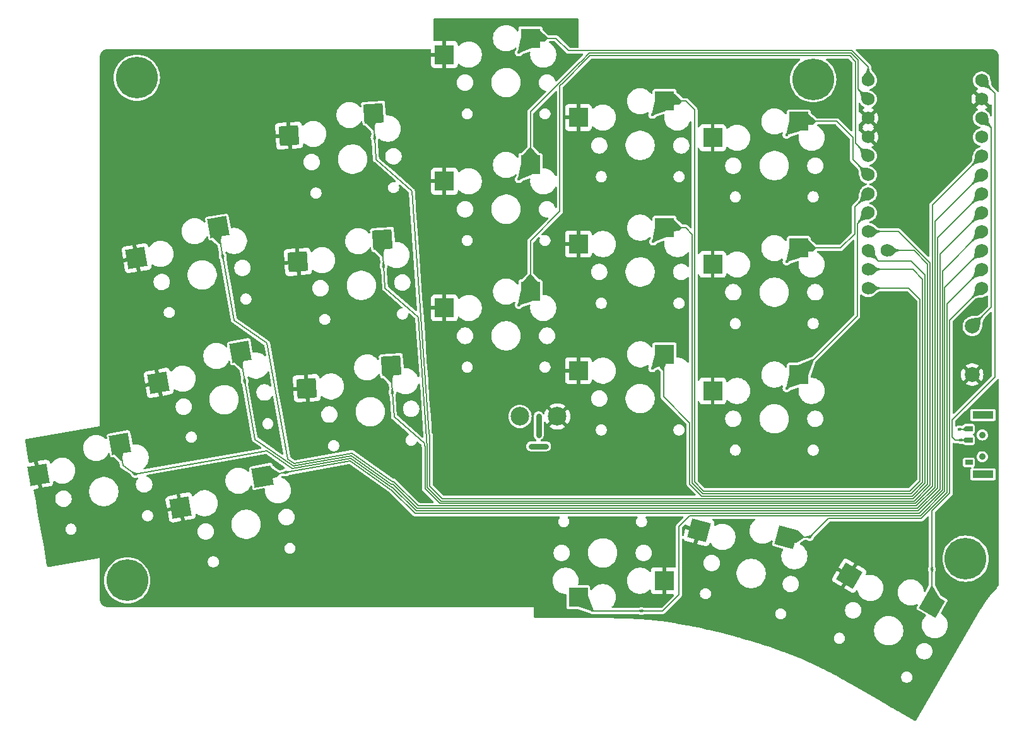
<source format=gtl>
G04 #@! TF.GenerationSoftware,KiCad,Pcbnew,8.0.4*
G04 #@! TF.CreationDate,2024-08-09T12:35:51+02:00*
G04 #@! TF.ProjectId,totem_0_3,746f7465-6d5f-4305-9f33-2e6b69636164,0.3*
G04 #@! TF.SameCoordinates,Original*
G04 #@! TF.FileFunction,Copper,L1,Top*
G04 #@! TF.FilePolarity,Positive*
%FSLAX46Y46*%
G04 Gerber Fmt 4.6, Leading zero omitted, Abs format (unit mm)*
G04 Created by KiCad (PCBNEW 8.0.4) date 2024-08-09 12:35:51*
%MOMM*%
%LPD*%
G01*
G04 APERTURE LIST*
G04 Aperture macros list*
%AMRotRect*
0 Rectangle, with rotation*
0 The origin of the aperture is its center*
0 $1 length*
0 $2 width*
0 $3 Rotation angle, in degrees counterclockwise*
0 Add horizontal line*
21,1,$1,$2,0,0,$3*%
G04 Aperture macros list end*
G04 #@! TA.AperFunction,NonConductor*
%ADD10C,0.750000*%
G04 #@! TD*
G04 #@! TA.AperFunction,ComponentPad*
%ADD11C,2.000000*%
G04 #@! TD*
G04 #@! TA.AperFunction,WasherPad*
%ADD12C,0.900000*%
G04 #@! TD*
G04 #@! TA.AperFunction,SMDPad,CuDef*
%ADD13R,1.000000X0.700000*%
G04 #@! TD*
G04 #@! TA.AperFunction,SMDPad,CuDef*
%ADD14R,2.800000X1.000000*%
G04 #@! TD*
G04 #@! TA.AperFunction,ComponentPad*
%ADD15C,1.752600*%
G04 #@! TD*
G04 #@! TA.AperFunction,SMDPad,CuDef*
%ADD16RotRect,2.600000X2.600000X150.000000*%
G04 #@! TD*
G04 #@! TA.AperFunction,SMDPad,CuDef*
%ADD17RotRect,2.600000X2.600000X165.000000*%
G04 #@! TD*
G04 #@! TA.AperFunction,SMDPad,CuDef*
%ADD18R,2.600000X2.600000*%
G04 #@! TD*
G04 #@! TA.AperFunction,SMDPad,CuDef*
%ADD19RotRect,2.600000X2.600000X190.000000*%
G04 #@! TD*
G04 #@! TA.AperFunction,SMDPad,CuDef*
%ADD20RotRect,2.600000X2.600000X184.000000*%
G04 #@! TD*
G04 #@! TA.AperFunction,ComponentPad*
%ADD21C,5.600000*%
G04 #@! TD*
G04 #@! TA.AperFunction,ComponentPad*
%ADD22C,2.500000*%
G04 #@! TD*
G04 #@! TA.AperFunction,ViaPad*
%ADD23C,0.450000*%
G04 #@! TD*
G04 #@! TA.AperFunction,Conductor*
%ADD24C,0.200000*%
G04 #@! TD*
G04 APERTURE END LIST*
D10*
X156206954Y-284355895D02*
X156206955Y-286855895D01*
X155206954Y-288355893D02*
X157206954Y-288355895D01*
D11*
X214398000Y-272239600D03*
X214398000Y-278739600D03*
D12*
X215740800Y-286837600D03*
X215740600Y-289776000D03*
X215740800Y-289776400D03*
X215740600Y-286838000D03*
D13*
X213940800Y-290526400D03*
X213940800Y-287526400D03*
X213940800Y-286026400D03*
D14*
X215840800Y-292126400D03*
X215840800Y-284176400D03*
D15*
X202960628Y-262068942D03*
X215660628Y-239208942D03*
X215660628Y-241748941D03*
X215660628Y-244288942D03*
X215660628Y-246828942D03*
X215660628Y-249368942D03*
X215660628Y-251908942D03*
X215660628Y-254448942D03*
X215660630Y-256988942D03*
X215660628Y-259528942D03*
X215660628Y-262068942D03*
X215660628Y-264608942D03*
X215660628Y-267148942D03*
X200420628Y-267148942D03*
X200420628Y-264608943D03*
X200420628Y-262068942D03*
X200420628Y-259528942D03*
X200420628Y-256988942D03*
X200420628Y-254448942D03*
X200420628Y-251908942D03*
X200420626Y-249368942D03*
X200420628Y-246828942D03*
X200420628Y-244288942D03*
X200420628Y-241748942D03*
X200420628Y-239208942D03*
D16*
X208995751Y-309604892D03*
X197893158Y-305735148D03*
D17*
X189437898Y-300545617D03*
X177712053Y-299681294D03*
D18*
X161535118Y-308620241D03*
X173085118Y-306420241D03*
D19*
X100051558Y-288016939D03*
X89059054Y-292189153D03*
D18*
X191111160Y-278730884D03*
X179561160Y-280930884D03*
X173111195Y-276010782D03*
X161561195Y-278210782D03*
X155111182Y-267574301D03*
X143561182Y-269774301D03*
D20*
X125093090Y-280556611D03*
X136461490Y-277556282D03*
D19*
X119153616Y-292408890D03*
X108161112Y-296581104D03*
D18*
X191111159Y-261730664D03*
X179561159Y-263930664D03*
X173111195Y-259010562D03*
X161561195Y-261210562D03*
X155111183Y-250574083D03*
X143561183Y-252774083D03*
D20*
X123907215Y-263597804D03*
X135275615Y-260597475D03*
D19*
X116201558Y-275666937D03*
X105209054Y-279839151D03*
D18*
X191111159Y-244730444D03*
X179561159Y-246930444D03*
X173111195Y-242010342D03*
X161561195Y-244210342D03*
X155111184Y-233573862D03*
X143561184Y-235773862D03*
D20*
X122721339Y-246638996D03*
X134089739Y-243638667D03*
D19*
X113249502Y-258924992D03*
X102256998Y-263097206D03*
D21*
X213509000Y-303455000D03*
D22*
X158706954Y-284355895D03*
D21*
X101006955Y-306370243D03*
X102290183Y-238884301D03*
D22*
X153706954Y-284355893D03*
D21*
X193054628Y-239081942D03*
D23*
X212823200Y-287526400D03*
X157883000Y-247702000D03*
X139722000Y-285421000D03*
X119402000Y-283516000D03*
X113808462Y-262814860D03*
X116763606Y-279574319D03*
X102065809Y-292095794D03*
X122303035Y-291853562D03*
X134191113Y-246880331D03*
X135395947Y-264110257D03*
X136583063Y-281086802D03*
X169982960Y-310470242D03*
X192588961Y-300545617D03*
X208995752Y-304846778D03*
X153539745Y-235480919D03*
X153539745Y-252498920D03*
X153539745Y-269389919D03*
X171446745Y-277898919D03*
X171573744Y-260880919D03*
X171446745Y-243862920D03*
X189480744Y-280565920D03*
X189480744Y-263547919D03*
X189470452Y-246519182D03*
X212654961Y-286083940D03*
D24*
X200420628Y-239208942D02*
X200420628Y-237407628D01*
X200420628Y-237407628D02*
X198263777Y-235250777D01*
X198263777Y-235250777D02*
X197541961Y-235250777D01*
X191111159Y-244730444D02*
X196237244Y-244730444D01*
X196237244Y-244730444D02*
X198405960Y-246899160D01*
X198405960Y-246899160D02*
X198405960Y-249894274D01*
X198405960Y-249894274D02*
X200420628Y-251908942D01*
X191111159Y-261730664D02*
X196711736Y-261730664D01*
X196711736Y-261730664D02*
X198624800Y-259817600D01*
X198624800Y-259817600D02*
X198624800Y-256244770D01*
X198624800Y-256244770D02*
X200420628Y-254448942D01*
X200420628Y-256988942D02*
X198954800Y-258454770D01*
X198954800Y-258454770D02*
X198954800Y-270887244D01*
X198954800Y-270887244D02*
X191111160Y-278730884D01*
X212823200Y-287526400D02*
X213940800Y-287526400D01*
X212106228Y-287526400D02*
X211702628Y-287122800D01*
X213940800Y-287526400D02*
X212106228Y-287526400D01*
X214064628Y-282460942D02*
X214224485Y-282301085D01*
X214224485Y-282301085D02*
X217438627Y-279086940D01*
X211702628Y-287122800D02*
X211702628Y-284822942D01*
X211702628Y-284822942D02*
X214224485Y-282301085D01*
X214398000Y-272239600D02*
X216930628Y-269706972D01*
X216930628Y-269706972D02*
X216930628Y-245558942D01*
X216930628Y-245558942D02*
X215660629Y-244288942D01*
X195115578Y-298019000D02*
X207559380Y-298019000D01*
X211042627Y-294535753D02*
X211042627Y-284438445D01*
X211042627Y-284438445D02*
X211041477Y-284437295D01*
X207559380Y-298019000D02*
X211042627Y-294535753D01*
X192588961Y-300545617D02*
X195115578Y-298019000D01*
X211041477Y-284437295D02*
X211041478Y-269228092D01*
X211041478Y-269228092D02*
X215660627Y-264608942D01*
X173111195Y-276010782D02*
X172986195Y-276135782D01*
X172986195Y-276135782D02*
X172986195Y-281728195D01*
X172986195Y-281728195D02*
X176476000Y-285218000D01*
X206166479Y-263450000D02*
X201801686Y-263450000D01*
X176476000Y-285218000D02*
X176476000Y-293431690D01*
X208071478Y-288449618D02*
X208071479Y-288449617D01*
X176476000Y-293431690D02*
X178093310Y-295049000D01*
X178093310Y-295049000D02*
X206329170Y-295049000D01*
X208071479Y-265355000D02*
X206166479Y-263450000D01*
X208071478Y-293033310D02*
X208071478Y-288449618D01*
X201801686Y-263450000D02*
X200420628Y-262068942D01*
X206329170Y-295049000D02*
X208071479Y-293306691D01*
X208071479Y-288449617D02*
X208071479Y-265355000D01*
X208071479Y-293306691D02*
X208071478Y-293033310D01*
X200420628Y-267148942D02*
X203714058Y-267148942D01*
X177136000Y-243206000D02*
X175940342Y-242010342D01*
X203714058Y-267148942D02*
X203730000Y-267133000D01*
X203730000Y-267133000D02*
X205889000Y-267133000D01*
X207411479Y-293033311D02*
X206055790Y-294389000D01*
X205889000Y-267133000D02*
X207411479Y-268655479D01*
X207411479Y-268655479D02*
X207411479Y-293033311D01*
X206055790Y-294389000D02*
X178366690Y-294389000D01*
X178366690Y-294389000D02*
X177136000Y-293158310D01*
X177136000Y-293158310D02*
X177136000Y-243206000D01*
X175940342Y-242010342D02*
X173111195Y-242010342D01*
X200420628Y-264608943D02*
X206412943Y-264608943D01*
X206412943Y-264608943D02*
X207741479Y-265937479D01*
X176806000Y-259894000D02*
X175922562Y-259010562D01*
X207741479Y-265937479D02*
X207741479Y-289738999D01*
X178230000Y-294719000D02*
X176806000Y-293295000D01*
X207741479Y-289738999D02*
X207741478Y-289739000D01*
X207741479Y-293170001D02*
X206192480Y-294719000D01*
X176806000Y-293295000D02*
X176806000Y-259894000D01*
X207741478Y-289739000D02*
X207741479Y-293170001D01*
X206192480Y-294719000D02*
X178230000Y-294719000D01*
X175922562Y-259010562D02*
X173111195Y-259010562D01*
X134191113Y-246880331D02*
X134402098Y-249897555D01*
X134402098Y-249897555D02*
X139198004Y-254066571D01*
X208401479Y-293443381D02*
X208401479Y-263889169D01*
X139198004Y-254066571D02*
X141481901Y-286727818D01*
X141481901Y-286727832D02*
X141616395Y-286862326D01*
X206581252Y-262068942D02*
X202960628Y-262068942D01*
X141616395Y-286862326D02*
X141616395Y-293717395D01*
X141616395Y-293717395D02*
X143278000Y-295379000D01*
X141481901Y-286727818D02*
X141481901Y-286727832D01*
X143278000Y-295379000D02*
X206465860Y-295379000D01*
X206465860Y-295379000D02*
X208401479Y-293443381D01*
X208401479Y-263889169D02*
X206581252Y-262068942D01*
X204492000Y-259513000D02*
X208731479Y-263752479D01*
X204222058Y-259528942D02*
X204238000Y-259513000D01*
X200420628Y-259528942D02*
X204222058Y-259528942D01*
X206602550Y-295709000D02*
X143141310Y-295709000D01*
X208731479Y-263752479D02*
X208731479Y-293580071D01*
X141286395Y-293854085D02*
X141286395Y-288534170D01*
X208731479Y-293580071D02*
X206602550Y-295709000D01*
X204238000Y-259513000D02*
X204492000Y-259513000D01*
X141276731Y-288524506D02*
X140050622Y-270990322D01*
X143141310Y-295709000D02*
X141286395Y-293854085D01*
X141286395Y-288534170D02*
X141276731Y-288524506D01*
X140050622Y-270990322D02*
X135606932Y-267127481D01*
X135606932Y-267127481D02*
X135395947Y-264110257D01*
X136583063Y-281086802D02*
X136817038Y-284432797D01*
X140912100Y-288040763D02*
X140956395Y-288674216D01*
X209061479Y-293716761D02*
X209061479Y-255968091D01*
X140956395Y-288674216D02*
X140956395Y-294057000D01*
X136817038Y-284432797D02*
X140908513Y-287989462D01*
X140956395Y-294057000D02*
X142938395Y-296039000D01*
X209061479Y-255968091D02*
X215660628Y-249368942D01*
X140908513Y-287989462D02*
X140912100Y-288040763D01*
X142938395Y-296039000D02*
X206739240Y-296039000D01*
X206739240Y-296039000D02*
X209061479Y-293716761D01*
X215660628Y-262068942D02*
X215660628Y-262090111D01*
X210711478Y-267039260D02*
X210711478Y-284573985D01*
X176476000Y-297689000D02*
X175028000Y-299137000D01*
X175028000Y-308310739D02*
X172868497Y-310470242D01*
X215660628Y-262090111D02*
X210711478Y-267039260D01*
X210711478Y-284573985D02*
X210712628Y-284575135D01*
X210712628Y-284575135D02*
X210712628Y-294399062D01*
X207422690Y-297689000D02*
X176476000Y-297689000D01*
X210712628Y-294399062D02*
X207422690Y-297689000D01*
X175028000Y-299137000D02*
X175028000Y-308310739D01*
X172868497Y-310470242D02*
X169982960Y-310470242D01*
X208995752Y-304846778D02*
X208995752Y-297049318D01*
X208995752Y-297049318D02*
X211372628Y-294672442D01*
X211372628Y-294672442D02*
X211372628Y-271436941D01*
X211372628Y-271436941D02*
X215660628Y-267148942D01*
X188998000Y-297359000D02*
X207286000Y-297359000D01*
X207286000Y-297359000D02*
X210381479Y-294263521D01*
X210381479Y-284437294D02*
X210381478Y-274118000D01*
X210381478Y-274118000D02*
X210381478Y-264808092D01*
X210381479Y-294263521D02*
X210381479Y-284437294D01*
X210381478Y-264808092D02*
X215660628Y-259528942D01*
X188998000Y-297359000D02*
X189125000Y-297359000D01*
X113148107Y-259069799D02*
X113808462Y-262814860D01*
X113249502Y-258924992D02*
X113148107Y-259069799D01*
X116100163Y-275811744D02*
X116763606Y-279574319D01*
X116201558Y-275666937D02*
X116100163Y-275811744D01*
X119153616Y-292408890D02*
X122303035Y-291853562D01*
X100051558Y-288016939D02*
X99950163Y-288161746D01*
X99950163Y-288161746D02*
X100443549Y-290959875D01*
X100443549Y-290959875D02*
X102065809Y-292095794D01*
X133973764Y-243772083D02*
X134191113Y-246880331D01*
X134089740Y-243638668D02*
X133973764Y-243772083D01*
X135159639Y-260730890D02*
X135395947Y-264110257D01*
X136345514Y-277689697D02*
X136583063Y-281086802D01*
X135275615Y-260597475D02*
X135159639Y-260730890D01*
X136461490Y-277556283D02*
X136345514Y-277689697D01*
X155111183Y-267574302D02*
X155111183Y-260790555D01*
X198735961Y-236698778D02*
X198735960Y-247684275D01*
X155111183Y-260790555D02*
X159060961Y-256840778D01*
X159060961Y-256840778D02*
X159060961Y-239964104D01*
X159060961Y-239964104D02*
X159322124Y-239702941D01*
X159322124Y-239702941D02*
X159342488Y-239702941D01*
X159342488Y-239702941D02*
X163134651Y-235910778D01*
X198735960Y-247684275D02*
X200420627Y-249368942D01*
X163134651Y-235910778D02*
X197947961Y-235910778D01*
X197947961Y-235910778D02*
X198735961Y-236698778D01*
X200420628Y-241748942D02*
X199065961Y-240394275D01*
X155111183Y-243447193D02*
X155111183Y-250574083D01*
X199065961Y-240394275D02*
X199065960Y-236520778D01*
X199065960Y-236520778D02*
X198125961Y-235580777D01*
X162997961Y-235580779D02*
X161875325Y-236703414D01*
X198125961Y-235580777D02*
X162997961Y-235580779D01*
X161875325Y-236703414D02*
X161854961Y-236703414D01*
X161854961Y-236703414D02*
X155111183Y-243447193D01*
X155111184Y-233573862D02*
X158552961Y-233573862D01*
X158552961Y-233573862D02*
X160229877Y-235250778D01*
X160229877Y-235250778D02*
X197541961Y-235250777D01*
X197541961Y-235250777D02*
X197668961Y-235250778D01*
X163385119Y-310470241D02*
X169982960Y-310470242D01*
X161535119Y-308620242D02*
X163385119Y-310470241D01*
X212654961Y-286083940D02*
X214064628Y-286083940D01*
X189437898Y-300545616D02*
X192588961Y-300545617D01*
X208995752Y-309604892D02*
X208995752Y-304846778D01*
X153539745Y-235480919D02*
X155180452Y-233840213D01*
X155180452Y-233840213D02*
X155180452Y-233692182D01*
X153539745Y-252498920D02*
X155180451Y-250858212D01*
X155180451Y-250858212D02*
X155180451Y-250710181D01*
X153539745Y-269389919D02*
X155180452Y-267749212D01*
X155180452Y-267749212D02*
X155180452Y-267601182D01*
X171446745Y-277898919D02*
X173087451Y-276258213D01*
X173087451Y-276258213D02*
X173087452Y-276110182D01*
X171573744Y-260880919D02*
X173214452Y-259240212D01*
X173214452Y-259240212D02*
X173214451Y-259092182D01*
X171446745Y-243862920D02*
X173087452Y-242222213D01*
X173087452Y-242222213D02*
X173087452Y-242074182D01*
X189480744Y-280565920D02*
X191121452Y-278925213D01*
X191121452Y-278925213D02*
X191121452Y-278777182D01*
X189480744Y-263547919D02*
X191121452Y-261907212D01*
X191121452Y-261907212D02*
X191121452Y-261759181D01*
X189470452Y-246519182D02*
X191111158Y-244878475D01*
X191111158Y-244878475D02*
X191111159Y-244730444D01*
X217438627Y-279086940D02*
X217438628Y-240986942D01*
X217438628Y-240986942D02*
X215660628Y-239208940D01*
X123381441Y-290658138D02*
X123381829Y-290658069D01*
X206875930Y-296369000D02*
X209391479Y-293853451D01*
X136581103Y-293101012D02*
X136778392Y-293101012D01*
X136778392Y-293101012D02*
X140046380Y-296369000D01*
X122499154Y-290040354D02*
X123381441Y-290658138D01*
X131138840Y-289290299D02*
X136581103Y-293101012D01*
X209391479Y-258178091D02*
X215660628Y-251908942D01*
X209391479Y-293853451D02*
X209391479Y-258178091D01*
X140046380Y-296369000D02*
X206875930Y-296369000D01*
X123381829Y-290658069D02*
X131138840Y-289290299D01*
X119764542Y-274531601D02*
X122499154Y-290040354D01*
X115326494Y-271424047D02*
X119764542Y-274531601D01*
X113808462Y-262814860D02*
X115326494Y-271424047D01*
X131061531Y-289639022D02*
X136465385Y-293422841D01*
X116763606Y-279574319D02*
X118149318Y-287433081D01*
X123263449Y-291014034D02*
X123689274Y-290938949D01*
X209721479Y-293990141D02*
X209721479Y-260388091D01*
X123689274Y-290938949D02*
X131061531Y-289639022D01*
X136503793Y-293449734D02*
X136660424Y-293449734D01*
X139909690Y-296699000D02*
X207012620Y-296699000D01*
X209721479Y-260388091D02*
X215660628Y-254448942D01*
X136660424Y-293449734D02*
X139909690Y-296699000D01*
X136465385Y-293422841D02*
X136465386Y-293422841D01*
X120821880Y-289304429D02*
X123263449Y-291014034D01*
X207012620Y-296699000D02*
X209721479Y-293990141D01*
X136465386Y-293422841D02*
X136503793Y-293449734D01*
X118149318Y-287433081D02*
X120821880Y-289304429D01*
X119708870Y-288984846D02*
X123121225Y-291374203D01*
X136591687Y-293847687D02*
X139773000Y-297029000D01*
X130984221Y-289987744D02*
X136496791Y-293847687D01*
X136496791Y-293847687D02*
X136591687Y-293847687D01*
X123121225Y-291374203D02*
X130984221Y-289987744D01*
X207149310Y-297029000D02*
X210051479Y-294126831D01*
X210051479Y-262598093D02*
X215660630Y-256988942D01*
X210051479Y-294126831D02*
X210051479Y-262598093D01*
X139773000Y-297029000D02*
X207149310Y-297029000D01*
X102065809Y-292095794D02*
X119708870Y-288984846D01*
X139614665Y-297359000D02*
X188998000Y-297359000D01*
X130906912Y-290336467D02*
X136528197Y-294272532D01*
X136528197Y-294272532D02*
X139614665Y-297359000D01*
X122303035Y-291853562D02*
X130906912Y-290336467D01*
G04 #@! TA.AperFunction,Conductor*
G36*
X161319470Y-230857690D02*
G01*
X161403674Y-230874918D01*
X161438275Y-230887584D01*
X161461826Y-230900453D01*
X161481385Y-230913706D01*
X161507132Y-230934996D01*
X161523674Y-230951538D01*
X161544965Y-230977286D01*
X161558218Y-230996845D01*
X161574173Y-231026043D01*
X161583666Y-231048361D01*
X161593657Y-231080185D01*
X161598704Y-231104690D01*
X161602854Y-231145199D01*
X161603500Y-231157836D01*
X161603500Y-234726277D01*
X161583815Y-234793316D01*
X161531011Y-234839071D01*
X161479500Y-234850277D01*
X160447131Y-234850277D01*
X160380092Y-234830592D01*
X160359450Y-234813958D01*
X158798876Y-233253384D01*
X158798874Y-233253382D01*
X158753211Y-233227018D01*
X158707550Y-233200655D01*
X158656618Y-233187008D01*
X158605688Y-233173362D01*
X158605687Y-233173362D01*
X157581554Y-233173362D01*
X157514515Y-233153677D01*
X157498602Y-233141530D01*
X157407756Y-233059769D01*
X157116870Y-232797971D01*
X156752731Y-232470246D01*
X156716070Y-232410768D01*
X156711683Y-232378078D01*
X156711683Y-232229005D01*
X156711683Y-232228998D01*
X156711681Y-232228979D01*
X156708770Y-232203874D01*
X156708769Y-232203872D01*
X156708769Y-232203871D01*
X156663390Y-232101097D01*
X156583949Y-232021656D01*
X156583947Y-232021655D01*
X156481176Y-231976277D01*
X156456049Y-231973362D01*
X153766327Y-231973362D01*
X153766301Y-231973364D01*
X153741196Y-231976275D01*
X153741192Y-231976277D01*
X153638419Y-232021655D01*
X153558978Y-232101096D01*
X153513599Y-232203868D01*
X153513599Y-232203870D01*
X153510684Y-232228993D01*
X153510684Y-232515309D01*
X153490999Y-232582348D01*
X153438195Y-232628103D01*
X153369037Y-232638047D01*
X153305481Y-232609022D01*
X153288309Y-232590796D01*
X153179771Y-232449349D01*
X153155103Y-232417201D01*
X153155102Y-232417200D01*
X153155095Y-232417192D01*
X152992854Y-232254951D01*
X152992845Y-232254943D01*
X152810801Y-232115254D01*
X152612074Y-232000519D01*
X152612060Y-232000512D01*
X152400071Y-231912704D01*
X152178422Y-231853314D01*
X152140399Y-231848308D01*
X151950925Y-231823362D01*
X151950918Y-231823362D01*
X151721450Y-231823362D01*
X151721442Y-231823362D01*
X151504899Y-231851871D01*
X151493946Y-231853314D01*
X151400260Y-231878416D01*
X151272296Y-231912704D01*
X151060307Y-232000512D01*
X151060293Y-232000519D01*
X150861566Y-232115254D01*
X150679522Y-232254943D01*
X150517265Y-232417200D01*
X150377576Y-232599244D01*
X150262841Y-232797971D01*
X150262834Y-232797985D01*
X150175026Y-233009974D01*
X150115637Y-233231621D01*
X150115635Y-233231632D01*
X150085684Y-233459120D01*
X150085684Y-233688603D01*
X150106915Y-233849862D01*
X150115636Y-233916100D01*
X150146291Y-234030507D01*
X150175026Y-234137749D01*
X150262834Y-234349738D01*
X150262841Y-234349752D01*
X150377576Y-234548479D01*
X150517265Y-234730523D01*
X150517273Y-234730532D01*
X150679514Y-234892773D01*
X150679522Y-234892780D01*
X150679523Y-234892781D01*
X150730146Y-234931626D01*
X150861566Y-235032469D01*
X150861569Y-235032470D01*
X150861572Y-235032473D01*
X151060296Y-235147206D01*
X151060301Y-235147208D01*
X151060307Y-235147211D01*
X151133806Y-235177655D01*
X151272297Y-235235020D01*
X151493946Y-235294410D01*
X151721450Y-235324362D01*
X151721457Y-235324362D01*
X151950911Y-235324362D01*
X151950918Y-235324362D01*
X152178422Y-235294410D01*
X152400071Y-235235020D01*
X152612072Y-235147206D01*
X152810796Y-235032473D01*
X152992845Y-234892781D01*
X153032042Y-234853584D01*
X153093364Y-234820098D01*
X153163056Y-234825082D01*
X153218990Y-234866952D01*
X153243408Y-234932416D01*
X153241614Y-234964041D01*
X153232175Y-235014554D01*
X153200512Y-235076837D01*
X153185774Y-235090151D01*
X153164957Y-235106125D01*
X153164955Y-235106126D01*
X153164954Y-235106128D01*
X153114414Y-235171992D01*
X153080719Y-235215904D01*
X153027772Y-235343732D01*
X153027771Y-235343735D01*
X153027771Y-235343736D01*
X153009710Y-235480919D01*
X153021603Y-235571256D01*
X153027771Y-235618100D01*
X153027772Y-235618105D01*
X153080719Y-235745934D01*
X153080720Y-235745936D01*
X153080721Y-235745937D01*
X153164954Y-235855710D01*
X153274727Y-235939943D01*
X153274728Y-235939943D01*
X153274729Y-235939944D01*
X153317338Y-235957593D01*
X153402562Y-235992893D01*
X153525447Y-236009071D01*
X153539744Y-236010954D01*
X153539745Y-236010954D01*
X153539746Y-236010954D01*
X153552692Y-236009249D01*
X153676928Y-235992893D01*
X153804763Y-235939943D01*
X153914536Y-235855710D01*
X153998255Y-235746606D01*
X154051289Y-235706682D01*
X154939772Y-235357660D01*
X155009365Y-235351471D01*
X155071258Y-235383889D01*
X155105800Y-235444624D01*
X155108047Y-235489260D01*
X155085685Y-235659117D01*
X155085684Y-235659134D01*
X155085684Y-235888603D01*
X155101361Y-236007675D01*
X155115636Y-236116100D01*
X155115637Y-236116102D01*
X155175026Y-236337749D01*
X155262834Y-236549738D01*
X155262841Y-236549752D01*
X155377576Y-236748479D01*
X155517265Y-236930523D01*
X155517273Y-236930532D01*
X155679514Y-237092773D01*
X155679522Y-237092780D01*
X155861566Y-237232469D01*
X155861569Y-237232470D01*
X155861572Y-237232473D01*
X156060296Y-237347206D01*
X156060301Y-237347208D01*
X156060307Y-237347211D01*
X156151664Y-237385052D01*
X156272297Y-237435020D01*
X156493946Y-237494410D01*
X156721450Y-237524362D01*
X156721457Y-237524362D01*
X156950911Y-237524362D01*
X156950918Y-237524362D01*
X157178422Y-237494410D01*
X157400071Y-237435020D01*
X157612072Y-237347206D01*
X157810796Y-237232473D01*
X157992845Y-237092781D01*
X157992849Y-237092776D01*
X157992854Y-237092773D01*
X158155095Y-236930532D01*
X158155098Y-236930527D01*
X158155103Y-236930523D01*
X158294795Y-236748474D01*
X158409528Y-236549750D01*
X158497342Y-236337749D01*
X158556732Y-236116100D01*
X158586684Y-235888596D01*
X158586684Y-235659128D01*
X158556732Y-235431624D01*
X158497342Y-235209975D01*
X158423818Y-235032473D01*
X158409533Y-234997985D01*
X158409530Y-234997979D01*
X158409528Y-234997974D01*
X158294795Y-234799250D01*
X158294792Y-234799247D01*
X158294791Y-234799244D01*
X158155102Y-234617200D01*
X158155095Y-234617192D01*
X157992854Y-234454951D01*
X157992845Y-234454943D01*
X157810801Y-234315254D01*
X157666211Y-234231775D01*
X157621131Y-234205748D01*
X157572916Y-234155182D01*
X157559693Y-234086575D01*
X157585661Y-234021710D01*
X157642576Y-233981182D01*
X157683132Y-233974362D01*
X158335706Y-233974362D01*
X158402745Y-233994047D01*
X158423387Y-234010681D01*
X159909396Y-235496690D01*
X159909397Y-235496691D01*
X159983964Y-235571258D01*
X160075290Y-235623985D01*
X160177150Y-235651278D01*
X160177152Y-235651278D01*
X160333958Y-235651278D01*
X160333967Y-235651277D01*
X162061706Y-235651277D01*
X162128745Y-235670962D01*
X162174500Y-235723766D01*
X162184444Y-235792924D01*
X162155419Y-235856480D01*
X162149387Y-235862958D01*
X161668773Y-236343571D01*
X161643094Y-236363276D01*
X161609050Y-236382931D01*
X161609044Y-236382936D01*
X158625695Y-239366286D01*
X158564372Y-239399771D01*
X158494680Y-239394787D01*
X158438747Y-239352915D01*
X158415541Y-239298003D01*
X158410464Y-239265948D01*
X158356893Y-239101073D01*
X158356892Y-239101070D01*
X158278185Y-238946601D01*
X158176285Y-238806348D01*
X158053698Y-238683761D01*
X157913444Y-238581860D01*
X157896872Y-238573416D01*
X157758975Y-238503153D01*
X157758972Y-238503152D01*
X157594097Y-238449582D01*
X157422871Y-238422462D01*
X157422866Y-238422462D01*
X157249502Y-238422462D01*
X157249497Y-238422462D01*
X157078270Y-238449582D01*
X156913395Y-238503152D01*
X156913392Y-238503153D01*
X156758923Y-238581860D01*
X156678903Y-238639998D01*
X156618670Y-238683761D01*
X156618668Y-238683763D01*
X156618667Y-238683763D01*
X156496085Y-238806345D01*
X156496085Y-238806346D01*
X156496083Y-238806348D01*
X156465833Y-238847984D01*
X156394182Y-238946601D01*
X156315475Y-239101070D01*
X156315474Y-239101073D01*
X156261904Y-239265948D01*
X156234784Y-239437174D01*
X156234784Y-239610549D01*
X156261904Y-239781775D01*
X156315474Y-239946650D01*
X156315475Y-239946653D01*
X156354590Y-240023419D01*
X156394182Y-240101122D01*
X156496083Y-240241376D01*
X156618670Y-240363963D01*
X156758924Y-240465864D01*
X156787327Y-240480336D01*
X156913392Y-240544570D01*
X156913395Y-240544571D01*
X156956573Y-240558600D01*
X157078272Y-240598142D01*
X157103743Y-240602176D01*
X157110326Y-240603219D01*
X157173461Y-240633148D01*
X157210392Y-240692460D01*
X157209394Y-240762322D01*
X157178609Y-240813373D01*
X154790705Y-243201277D01*
X154790703Y-243201280D01*
X154737976Y-243292605D01*
X154721202Y-243355207D01*
X154721202Y-243355208D01*
X154721201Y-243355207D01*
X154710683Y-243394462D01*
X154710683Y-248103711D01*
X154690998Y-248170750D01*
X154678851Y-248186663D01*
X154007566Y-248932535D01*
X153948088Y-248969196D01*
X153915399Y-248973583D01*
X153766326Y-248973583D01*
X153766301Y-248973585D01*
X153741194Y-248976497D01*
X153741191Y-248976498D01*
X153638418Y-249021876D01*
X153558977Y-249101317D01*
X153513598Y-249204089D01*
X153513598Y-249204091D01*
X153510683Y-249229214D01*
X153510683Y-249515530D01*
X153490998Y-249582569D01*
X153438194Y-249628324D01*
X153369036Y-249638268D01*
X153305480Y-249609243D01*
X153288308Y-249591017D01*
X153179770Y-249449570D01*
X153155102Y-249417422D01*
X153155101Y-249417421D01*
X153155094Y-249417413D01*
X152992853Y-249255172D01*
X152992844Y-249255164D01*
X152810800Y-249115475D01*
X152612073Y-249000740D01*
X152612059Y-249000733D01*
X152400070Y-248912925D01*
X152178421Y-248853535D01*
X152140398Y-248848529D01*
X151950924Y-248823583D01*
X151950917Y-248823583D01*
X151721449Y-248823583D01*
X151721441Y-248823583D01*
X151504898Y-248852092D01*
X151493945Y-248853535D01*
X151400259Y-248878637D01*
X151272295Y-248912925D01*
X151060306Y-249000733D01*
X151060292Y-249000740D01*
X150861565Y-249115475D01*
X150679521Y-249255164D01*
X150517264Y-249417421D01*
X150377575Y-249599465D01*
X150262840Y-249798192D01*
X150262833Y-249798206D01*
X150175025Y-250010195D01*
X150115636Y-250231842D01*
X150115634Y-250231853D01*
X150085683Y-250459341D01*
X150085683Y-250688824D01*
X150102609Y-250817381D01*
X150115635Y-250916321D01*
X150144720Y-251024868D01*
X150175025Y-251137970D01*
X150262833Y-251349959D01*
X150262840Y-251349973D01*
X150377575Y-251548700D01*
X150517264Y-251730744D01*
X150517272Y-251730753D01*
X150679513Y-251892994D01*
X150679521Y-251893001D01*
X150679522Y-251893002D01*
X150716390Y-251921292D01*
X150861565Y-252032690D01*
X150861568Y-252032691D01*
X150861571Y-252032694D01*
X151060295Y-252147427D01*
X151060300Y-252147429D01*
X151060306Y-252147432D01*
X151151663Y-252185273D01*
X151272296Y-252235241D01*
X151493945Y-252294631D01*
X151721449Y-252324583D01*
X151721456Y-252324583D01*
X151950910Y-252324583D01*
X151950917Y-252324583D01*
X152178421Y-252294631D01*
X152400070Y-252235241D01*
X152612071Y-252147427D01*
X152810795Y-252032694D01*
X152992844Y-251893002D01*
X153035522Y-251850324D01*
X153096845Y-251816838D01*
X153166536Y-251821822D01*
X153222470Y-251863692D01*
X153246888Y-251929157D01*
X153245121Y-251960639D01*
X153231728Y-252032777D01*
X153200137Y-252095097D01*
X153185299Y-252108516D01*
X153164958Y-252124124D01*
X153080719Y-252233905D01*
X153027772Y-252361733D01*
X153027771Y-252361738D01*
X153009710Y-252498919D01*
X153009710Y-252498920D01*
X153027771Y-252636101D01*
X153027772Y-252636106D01*
X153080719Y-252763935D01*
X153080720Y-252763937D01*
X153080721Y-252763938D01*
X153164954Y-252873711D01*
X153274727Y-252957944D01*
X153402562Y-253010894D01*
X153525447Y-253027072D01*
X153539744Y-253028955D01*
X153539745Y-253028955D01*
X153539746Y-253028955D01*
X153552692Y-253027250D01*
X153676928Y-253010894D01*
X153804763Y-252957944D01*
X153914536Y-252873711D01*
X153998769Y-252763938D01*
X153998769Y-252763935D01*
X154001569Y-252760288D01*
X154053697Y-252720721D01*
X154937935Y-252365300D01*
X155007476Y-252358562D01*
X155069623Y-252390492D01*
X155104642Y-252450952D01*
X155107117Y-252496539D01*
X155085684Y-252659338D01*
X155085683Y-252659355D01*
X155085683Y-252888824D01*
X155107617Y-253055418D01*
X155115635Y-253116321D01*
X155175025Y-253337970D01*
X155262833Y-253549959D01*
X155262840Y-253549973D01*
X155377575Y-253748700D01*
X155517264Y-253930744D01*
X155517272Y-253930753D01*
X155679513Y-254092994D01*
X155679521Y-254093001D01*
X155679522Y-254093002D01*
X155717195Y-254121910D01*
X155861565Y-254232690D01*
X155861568Y-254232691D01*
X155861571Y-254232694D01*
X156060295Y-254347427D01*
X156060300Y-254347429D01*
X156060306Y-254347432D01*
X156124607Y-254374066D01*
X156272296Y-254435241D01*
X156493945Y-254494631D01*
X156721449Y-254524583D01*
X156721456Y-254524583D01*
X156950910Y-254524583D01*
X156950917Y-254524583D01*
X157178421Y-254494631D01*
X157400070Y-254435241D01*
X157612071Y-254347427D01*
X157810795Y-254232694D01*
X157992844Y-254093002D01*
X157992848Y-254092997D01*
X157992853Y-254092994D01*
X158155094Y-253930753D01*
X158155097Y-253930748D01*
X158155102Y-253930744D01*
X158294794Y-253748695D01*
X158409527Y-253549971D01*
X158421900Y-253520101D01*
X158465740Y-253465697D01*
X158532034Y-253443632D01*
X158599734Y-253460911D01*
X158647345Y-253512048D01*
X158660461Y-253567553D01*
X158660461Y-256269027D01*
X158640776Y-256336066D01*
X158587972Y-256381821D01*
X158518814Y-256391765D01*
X158455258Y-256362740D01*
X158417484Y-256303962D01*
X158413988Y-256288426D01*
X158410915Y-256269027D01*
X158410463Y-256266171D01*
X158356891Y-256101292D01*
X158356891Y-256101291D01*
X158304696Y-255998854D01*
X158278185Y-255946823D01*
X158176284Y-255806569D01*
X158053697Y-255683982D01*
X157913443Y-255582081D01*
X157883468Y-255566808D01*
X157758974Y-255503374D01*
X157758971Y-255503373D01*
X157594096Y-255449803D01*
X157422870Y-255422683D01*
X157422865Y-255422683D01*
X157249501Y-255422683D01*
X157249496Y-255422683D01*
X157078269Y-255449803D01*
X156913394Y-255503373D01*
X156913391Y-255503374D01*
X156758922Y-255582081D01*
X156698138Y-255626244D01*
X156618669Y-255683982D01*
X156618667Y-255683984D01*
X156618666Y-255683984D01*
X156496084Y-255806566D01*
X156496084Y-255806567D01*
X156496082Y-255806569D01*
X156462918Y-255852215D01*
X156394181Y-255946822D01*
X156315474Y-256101291D01*
X156315473Y-256101294D01*
X156261903Y-256266169D01*
X156234783Y-256437395D01*
X156234783Y-256610770D01*
X156261903Y-256781996D01*
X156315473Y-256946871D01*
X156315474Y-256946874D01*
X156346135Y-257007048D01*
X156394181Y-257101343D01*
X156496082Y-257241597D01*
X156618669Y-257364184D01*
X156758923Y-257466085D01*
X156834685Y-257504687D01*
X156913391Y-257544791D01*
X156913394Y-257544792D01*
X156995831Y-257571577D01*
X157078271Y-257598363D01*
X157157574Y-257610923D01*
X157249496Y-257625483D01*
X157410500Y-257625483D01*
X157477539Y-257645168D01*
X157523294Y-257697972D01*
X157533238Y-257767130D01*
X157504213Y-257830686D01*
X157498181Y-257837164D01*
X154790705Y-260544639D01*
X154790703Y-260544642D01*
X154737974Y-260635968D01*
X154717423Y-260712674D01*
X154713764Y-260726331D01*
X154710683Y-260737828D01*
X154710683Y-265103929D01*
X154690998Y-265170968D01*
X154678851Y-265186881D01*
X154007566Y-265932753D01*
X153948088Y-265969414D01*
X153915399Y-265973801D01*
X153766325Y-265973801D01*
X153766300Y-265973803D01*
X153741193Y-265976715D01*
X153741190Y-265976716D01*
X153638417Y-266022094D01*
X153558976Y-266101535D01*
X153513597Y-266204307D01*
X153513597Y-266204309D01*
X153510682Y-266229432D01*
X153510682Y-266515748D01*
X153490997Y-266582787D01*
X153438193Y-266628542D01*
X153369035Y-266638486D01*
X153305479Y-266609461D01*
X153288307Y-266591235D01*
X153162729Y-266427581D01*
X153155101Y-266417640D01*
X153155100Y-266417639D01*
X153155093Y-266417631D01*
X152992852Y-266255390D01*
X152992843Y-266255382D01*
X152810799Y-266115693D01*
X152804144Y-266111851D01*
X152697793Y-266050449D01*
X152612072Y-266000958D01*
X152612058Y-266000951D01*
X152400069Y-265913143D01*
X152315492Y-265890481D01*
X152178420Y-265853753D01*
X152140397Y-265848747D01*
X151950923Y-265823801D01*
X151950916Y-265823801D01*
X151721448Y-265823801D01*
X151721440Y-265823801D01*
X151504897Y-265852310D01*
X151493944Y-265853753D01*
X151440120Y-265868175D01*
X151272294Y-265913143D01*
X151060305Y-266000951D01*
X151060291Y-266000958D01*
X150861564Y-266115693D01*
X150679520Y-266255382D01*
X150517263Y-266417639D01*
X150377574Y-266599683D01*
X150262839Y-266798410D01*
X150262832Y-266798424D01*
X150183215Y-266990639D01*
X150175024Y-267010414D01*
X150122845Y-267205153D01*
X150115635Y-267232060D01*
X150115633Y-267232071D01*
X150085682Y-267459559D01*
X150085682Y-267689042D01*
X150108968Y-267865905D01*
X150115634Y-267916539D01*
X150161334Y-268087096D01*
X150175024Y-268138188D01*
X150262832Y-268350177D01*
X150262839Y-268350191D01*
X150323571Y-268455382D01*
X150349124Y-268499642D01*
X150377574Y-268548918D01*
X150517263Y-268730962D01*
X150517271Y-268730971D01*
X150679512Y-268893212D01*
X150679520Y-268893219D01*
X150861564Y-269032908D01*
X150861567Y-269032909D01*
X150861570Y-269032912D01*
X151060294Y-269147645D01*
X151060299Y-269147647D01*
X151060305Y-269147650D01*
X151095785Y-269162346D01*
X151272295Y-269235459D01*
X151493944Y-269294849D01*
X151721448Y-269324801D01*
X151721455Y-269324801D01*
X151950909Y-269324801D01*
X151950916Y-269324801D01*
X152178420Y-269294849D01*
X152400069Y-269235459D01*
X152612070Y-269147645D01*
X152810794Y-269032912D01*
X152896204Y-268967373D01*
X152961370Y-268942180D01*
X153029815Y-268956218D01*
X153079806Y-269005031D01*
X153095470Y-269073122D01*
X153082369Y-269116787D01*
X153083831Y-269117393D01*
X153027772Y-269252732D01*
X153027771Y-269252737D01*
X153011266Y-269378104D01*
X153009710Y-269389919D01*
X153026023Y-269513828D01*
X153027771Y-269527100D01*
X153027772Y-269527105D01*
X153080719Y-269654934D01*
X153080720Y-269654936D01*
X153080721Y-269654937D01*
X153164954Y-269764710D01*
X153274727Y-269848943D01*
X153402562Y-269901893D01*
X153525447Y-269918071D01*
X153539744Y-269919954D01*
X153539745Y-269919954D01*
X153539746Y-269919954D01*
X153552692Y-269918249D01*
X153676928Y-269901893D01*
X153804763Y-269848943D01*
X153914536Y-269764710D01*
X153981500Y-269677440D01*
X154037925Y-269636240D01*
X154039285Y-269635761D01*
X154949211Y-269321589D01*
X155019001Y-269318317D01*
X155079484Y-269353297D01*
X155111454Y-269415423D01*
X155112616Y-269454986D01*
X155085682Y-269659559D01*
X155085682Y-269889042D01*
X155103490Y-270024301D01*
X155115634Y-270116539D01*
X155115635Y-270116541D01*
X155175024Y-270338188D01*
X155262832Y-270550177D01*
X155262839Y-270550191D01*
X155377574Y-270748918D01*
X155517263Y-270930962D01*
X155517271Y-270930971D01*
X155679512Y-271093212D01*
X155679520Y-271093219D01*
X155679521Y-271093220D01*
X155705394Y-271113073D01*
X155861564Y-271232908D01*
X155861567Y-271232909D01*
X155861570Y-271232912D01*
X156060294Y-271347645D01*
X156060299Y-271347647D01*
X156060305Y-271347650D01*
X156123092Y-271373657D01*
X156272295Y-271435459D01*
X156493944Y-271494849D01*
X156721448Y-271524801D01*
X156721455Y-271524801D01*
X156950909Y-271524801D01*
X156950916Y-271524801D01*
X157178420Y-271494849D01*
X157400069Y-271435459D01*
X157612070Y-271347645D01*
X157810794Y-271232912D01*
X157992843Y-271093220D01*
X157992847Y-271093215D01*
X157992852Y-271093212D01*
X158155093Y-270930971D01*
X158155096Y-270930966D01*
X158155101Y-270930962D01*
X158294793Y-270748913D01*
X158409526Y-270550189D01*
X158497340Y-270338188D01*
X158556730Y-270116539D01*
X158586682Y-269889035D01*
X158586682Y-269659567D01*
X158556730Y-269432063D01*
X158497340Y-269210414D01*
X158446263Y-269087102D01*
X163870395Y-269087102D01*
X163870395Y-269234021D01*
X163899053Y-269378096D01*
X163899056Y-269378106D01*
X163955273Y-269513828D01*
X163955278Y-269513837D01*
X164036893Y-269635981D01*
X164036896Y-269635985D01*
X164140771Y-269739860D01*
X164140775Y-269739863D01*
X164262919Y-269821478D01*
X164262925Y-269821481D01*
X164262926Y-269821482D01*
X164398653Y-269877702D01*
X164542735Y-269906361D01*
X164542739Y-269906362D01*
X164542740Y-269906362D01*
X164689651Y-269906362D01*
X164689652Y-269906361D01*
X164833737Y-269877702D01*
X164969464Y-269821482D01*
X165091615Y-269739863D01*
X165195496Y-269635982D01*
X165277115Y-269513831D01*
X165333335Y-269378104D01*
X165361995Y-269234017D01*
X165361995Y-269087107D01*
X165361994Y-269087102D01*
X174310395Y-269087102D01*
X174310395Y-269234021D01*
X174339053Y-269378096D01*
X174339056Y-269378106D01*
X174395273Y-269513828D01*
X174395278Y-269513837D01*
X174476893Y-269635981D01*
X174476896Y-269635985D01*
X174580771Y-269739860D01*
X174580775Y-269739863D01*
X174702919Y-269821478D01*
X174702925Y-269821481D01*
X174702926Y-269821482D01*
X174838653Y-269877702D01*
X174982735Y-269906361D01*
X174982739Y-269906362D01*
X174982740Y-269906362D01*
X175129651Y-269906362D01*
X175129652Y-269906361D01*
X175273737Y-269877702D01*
X175409464Y-269821482D01*
X175531615Y-269739863D01*
X175635496Y-269635982D01*
X175717115Y-269513831D01*
X175773335Y-269378104D01*
X175801995Y-269234017D01*
X175801995Y-269087107D01*
X175773335Y-268943020D01*
X175717115Y-268807293D01*
X175717114Y-268807292D01*
X175717111Y-268807286D01*
X175635496Y-268685142D01*
X175635493Y-268685138D01*
X175531618Y-268581263D01*
X175531614Y-268581260D01*
X175409470Y-268499645D01*
X175409461Y-268499640D01*
X175273739Y-268443423D01*
X175273740Y-268443423D01*
X175273737Y-268443422D01*
X175273733Y-268443421D01*
X175273729Y-268443420D01*
X175129654Y-268414762D01*
X175129650Y-268414762D01*
X174982740Y-268414762D01*
X174982735Y-268414762D01*
X174838660Y-268443420D01*
X174838650Y-268443423D01*
X174702928Y-268499640D01*
X174702919Y-268499645D01*
X174580775Y-268581260D01*
X174580771Y-268581263D01*
X174476896Y-268685138D01*
X174476893Y-268685142D01*
X174395278Y-268807286D01*
X174395273Y-268807295D01*
X174339056Y-268943017D01*
X174339053Y-268943027D01*
X174310395Y-269087102D01*
X165361994Y-269087102D01*
X165333335Y-268943020D01*
X165277115Y-268807293D01*
X165277114Y-268807292D01*
X165277111Y-268807286D01*
X165195496Y-268685142D01*
X165195493Y-268685138D01*
X165091618Y-268581263D01*
X165091614Y-268581260D01*
X164969470Y-268499645D01*
X164969461Y-268499640D01*
X164833739Y-268443423D01*
X164833740Y-268443423D01*
X164833737Y-268443422D01*
X164833733Y-268443421D01*
X164833729Y-268443420D01*
X164689654Y-268414762D01*
X164689650Y-268414762D01*
X164542740Y-268414762D01*
X164542735Y-268414762D01*
X164398660Y-268443420D01*
X164398650Y-268443423D01*
X164262928Y-268499640D01*
X164262919Y-268499645D01*
X164140775Y-268581260D01*
X164140771Y-268581263D01*
X164036896Y-268685138D01*
X164036893Y-268685142D01*
X163955278Y-268807286D01*
X163955273Y-268807295D01*
X163899056Y-268943017D01*
X163899053Y-268943027D01*
X163870395Y-269087102D01*
X158446263Y-269087102D01*
X158434402Y-269058468D01*
X158409531Y-268998424D01*
X158409528Y-268998418D01*
X158409526Y-268998413D01*
X158294793Y-268799689D01*
X158294790Y-268799686D01*
X158294789Y-268799683D01*
X158184920Y-268656501D01*
X158155101Y-268617640D01*
X158155100Y-268617639D01*
X158155093Y-268617631D01*
X157992852Y-268455390D01*
X157992843Y-268455382D01*
X157810799Y-268315693D01*
X157807253Y-268313646D01*
X157723055Y-268265034D01*
X157612072Y-268200958D01*
X157612058Y-268200951D01*
X157400069Y-268113143D01*
X157363901Y-268103452D01*
X157178420Y-268053753D01*
X157140397Y-268048747D01*
X156950923Y-268023801D01*
X156950916Y-268023801D01*
X156835681Y-268023801D01*
X156768642Y-268004116D01*
X156722887Y-267951312D01*
X156711681Y-267899801D01*
X156711681Y-266229444D01*
X156711681Y-266229437D01*
X156711081Y-266224265D01*
X156708768Y-266204313D01*
X156708767Y-266204311D01*
X156708767Y-266204310D01*
X156663388Y-266101536D01*
X156583947Y-266022095D01*
X156583945Y-266022094D01*
X156481174Y-265976716D01*
X156456050Y-265973801D01*
X156456047Y-265973801D01*
X156306965Y-265973801D01*
X156239926Y-265954116D01*
X156214796Y-265932752D01*
X155543514Y-265186880D01*
X155513299Y-265123882D01*
X155511683Y-265103929D01*
X155511683Y-264873874D01*
X163234795Y-264873874D01*
X163234795Y-265047249D01*
X163261915Y-265218475D01*
X163315485Y-265383350D01*
X163315486Y-265383353D01*
X163376963Y-265504006D01*
X163394193Y-265537822D01*
X163496094Y-265678076D01*
X163618681Y-265800663D01*
X163758935Y-265902564D01*
X163818182Y-265932752D01*
X163913403Y-265981270D01*
X163913406Y-265981271D01*
X163995843Y-266008056D01*
X164078283Y-266034842D01*
X164157586Y-266047402D01*
X164249508Y-266061962D01*
X164249513Y-266061962D01*
X164422882Y-266061962D01*
X164505890Y-266048814D01*
X164594107Y-266034842D01*
X164758986Y-265981270D01*
X164913455Y-265902564D01*
X165053709Y-265800663D01*
X165176296Y-265678076D01*
X165278197Y-265537822D01*
X165356903Y-265383353D01*
X165410475Y-265218474D01*
X165425424Y-265124091D01*
X165437595Y-265047249D01*
X165437595Y-264873874D01*
X165430925Y-264831761D01*
X167871195Y-264831761D01*
X167871195Y-265089362D01*
X167897302Y-265287653D01*
X167904817Y-265344737D01*
X167909575Y-265362495D01*
X167971484Y-265593544D01*
X168070054Y-265831514D01*
X168070062Y-265831531D01*
X168198847Y-266054592D01*
X168198858Y-266054608D01*
X168355658Y-266258954D01*
X168355664Y-266258961D01*
X168537795Y-266441092D01*
X168537802Y-266441098D01*
X168568248Y-266464460D01*
X168742157Y-266597905D01*
X168742164Y-266597909D01*
X168965225Y-266726694D01*
X168965230Y-266726696D01*
X168965233Y-266726698D01*
X168965237Y-266726699D01*
X168965242Y-266726702D01*
X169045131Y-266759793D01*
X169203211Y-266825272D01*
X169452020Y-266891940D01*
X169707402Y-266925562D01*
X169707409Y-266925562D01*
X169964981Y-266925562D01*
X169964988Y-266925562D01*
X170220370Y-266891940D01*
X170469179Y-266825272D01*
X170707157Y-266726698D01*
X170930233Y-266597905D01*
X171134589Y-266441097D01*
X171316730Y-266258956D01*
X171473538Y-266054600D01*
X171602331Y-265831524D01*
X171700905Y-265593546D01*
X171767573Y-265344737D01*
X171801195Y-265089355D01*
X171801195Y-264831769D01*
X171800969Y-264830056D01*
X171784710Y-264706554D01*
X171767573Y-264576387D01*
X171700905Y-264327578D01*
X171625378Y-264145241D01*
X171602335Y-264089609D01*
X171602327Y-264089592D01*
X171473542Y-263866531D01*
X171473538Y-263866524D01*
X171387518Y-263754421D01*
X171316731Y-263662169D01*
X171316725Y-263662162D01*
X171134594Y-263480031D01*
X171134587Y-263480025D01*
X170930241Y-263323225D01*
X170930239Y-263323223D01*
X170930233Y-263323219D01*
X170930228Y-263323216D01*
X170930225Y-263323214D01*
X170707164Y-263194429D01*
X170707147Y-263194421D01*
X170469177Y-263095851D01*
X170296500Y-263049583D01*
X170220370Y-263029184D01*
X170188447Y-263024981D01*
X169964995Y-262995562D01*
X169964988Y-262995562D01*
X169707402Y-262995562D01*
X169707394Y-262995562D01*
X169452020Y-263029184D01*
X169203212Y-263095851D01*
X168965242Y-263194421D01*
X168965225Y-263194429D01*
X168742164Y-263323214D01*
X168742148Y-263323225D01*
X168537802Y-263480025D01*
X168537795Y-263480031D01*
X168355664Y-263662162D01*
X168355658Y-263662169D01*
X168198858Y-263866515D01*
X168198847Y-263866531D01*
X168070062Y-264089592D01*
X168070054Y-264089609D01*
X167971484Y-264327579D01*
X167904817Y-264576387D01*
X167871195Y-264831761D01*
X165430925Y-264831761D01*
X165421480Y-264772134D01*
X165410475Y-264702650D01*
X165381210Y-264612581D01*
X165356904Y-264537773D01*
X165356903Y-264537770D01*
X165294540Y-264415377D01*
X165278197Y-264383302D01*
X165176296Y-264243048D01*
X165053709Y-264120461D01*
X164913455Y-264018560D01*
X164758986Y-263939853D01*
X164758983Y-263939852D01*
X164594108Y-263886282D01*
X164422882Y-263859162D01*
X164422877Y-263859162D01*
X164249513Y-263859162D01*
X164249508Y-263859162D01*
X164078281Y-263886282D01*
X163913406Y-263939852D01*
X163913403Y-263939853D01*
X163758934Y-264018560D01*
X163694825Y-264065139D01*
X163618681Y-264120461D01*
X163618679Y-264120463D01*
X163618678Y-264120463D01*
X163496096Y-264243045D01*
X163496096Y-264243046D01*
X163496094Y-264243048D01*
X163466657Y-264283564D01*
X163394193Y-264383301D01*
X163315486Y-264537770D01*
X163315485Y-264537773D01*
X163261915Y-264702648D01*
X163234795Y-264873874D01*
X155511683Y-264873874D01*
X155511683Y-262558406D01*
X159761195Y-262558406D01*
X159767596Y-262617934D01*
X159767598Y-262617941D01*
X159817840Y-262752648D01*
X159817844Y-262752655D01*
X159904004Y-262867749D01*
X159904007Y-262867752D01*
X160019101Y-262953912D01*
X160019108Y-262953916D01*
X160153815Y-263004158D01*
X160153822Y-263004160D01*
X160213350Y-263010561D01*
X160213367Y-263010562D01*
X161311195Y-263010562D01*
X161811195Y-263010562D01*
X162909023Y-263010562D01*
X162909039Y-263010561D01*
X162968567Y-263004160D01*
X162968574Y-263004158D01*
X163103281Y-262953916D01*
X163103288Y-262953912D01*
X163218382Y-262867752D01*
X163218385Y-262867749D01*
X163304545Y-262752655D01*
X163304549Y-262752648D01*
X163354791Y-262617941D01*
X163354793Y-262617934D01*
X163361194Y-262558406D01*
X163361195Y-262558389D01*
X163361195Y-262510505D01*
X163380880Y-262443466D01*
X163433684Y-262397711D01*
X163502842Y-262387767D01*
X163566398Y-262416792D01*
X163572876Y-262422824D01*
X163679525Y-262529473D01*
X163679533Y-262529480D01*
X163679534Y-262529481D01*
X163699008Y-262544424D01*
X163861577Y-262669169D01*
X163861580Y-262669170D01*
X163861583Y-262669173D01*
X164060307Y-262783906D01*
X164060312Y-262783908D01*
X164060318Y-262783911D01*
X164120640Y-262808897D01*
X164272308Y-262871720D01*
X164493957Y-262931110D01*
X164721461Y-262961062D01*
X164721468Y-262961062D01*
X164950922Y-262961062D01*
X164950929Y-262961062D01*
X165178433Y-262931110D01*
X165400082Y-262871720D01*
X165612083Y-262783906D01*
X165810807Y-262669173D01*
X165992856Y-262529481D01*
X165992860Y-262529476D01*
X165992865Y-262529473D01*
X166155106Y-262367232D01*
X166155111Y-262367226D01*
X166155114Y-262367223D01*
X166294806Y-262185174D01*
X166409539Y-261986450D01*
X166497353Y-261774449D01*
X166556743Y-261552800D01*
X166586695Y-261325296D01*
X166586695Y-261095828D01*
X166556743Y-260868324D01*
X166497353Y-260646675D01*
X166433236Y-260491883D01*
X166409544Y-260434685D01*
X166409541Y-260434679D01*
X166409539Y-260434674D01*
X166294806Y-260235950D01*
X166294803Y-260235947D01*
X166294802Y-260235944D01*
X166159712Y-260059893D01*
X166155114Y-260053901D01*
X166155113Y-260053900D01*
X166155106Y-260053892D01*
X165992865Y-259891651D01*
X165992856Y-259891643D01*
X165810812Y-259751954D01*
X165612085Y-259637219D01*
X165612071Y-259637212D01*
X165400082Y-259549404D01*
X165313277Y-259526145D01*
X165178433Y-259490014D01*
X165140410Y-259485008D01*
X164950936Y-259460062D01*
X164950929Y-259460062D01*
X164721461Y-259460062D01*
X164721453Y-259460062D01*
X164504910Y-259488571D01*
X164493957Y-259490014D01*
X164430530Y-259507009D01*
X164272307Y-259549404D01*
X164060318Y-259637212D01*
X164060304Y-259637219D01*
X163861577Y-259751954D01*
X163679533Y-259891643D01*
X163572876Y-259998300D01*
X163511553Y-260031785D01*
X163441861Y-260026801D01*
X163385928Y-259984929D01*
X163361511Y-259919465D01*
X163361195Y-259910619D01*
X163361195Y-259862734D01*
X163361194Y-259862717D01*
X163354793Y-259803189D01*
X163354791Y-259803182D01*
X163304549Y-259668475D01*
X163304545Y-259668468D01*
X163218385Y-259553374D01*
X163218382Y-259553371D01*
X163103288Y-259467211D01*
X163103281Y-259467207D01*
X162968574Y-259416965D01*
X162968567Y-259416963D01*
X162909039Y-259410562D01*
X161811195Y-259410562D01*
X161811195Y-263010562D01*
X161311195Y-263010562D01*
X161311195Y-261460562D01*
X159761195Y-261460562D01*
X159761195Y-262558406D01*
X155511683Y-262558406D01*
X155511683Y-261007810D01*
X155531368Y-260940771D01*
X155548002Y-260920129D01*
X155855255Y-260612876D01*
X156165141Y-260302989D01*
X156226462Y-260269506D01*
X156296153Y-260274490D01*
X156352087Y-260316361D01*
X156376504Y-260381826D01*
X156367382Y-260438123D01*
X156339044Y-260506539D01*
X156339041Y-260506548D01*
X156310383Y-260650623D01*
X156310383Y-260797542D01*
X156338873Y-260940771D01*
X156339043Y-260941625D01*
X156345183Y-260956448D01*
X156395261Y-261077349D01*
X156395266Y-261077358D01*
X156476881Y-261199502D01*
X156476884Y-261199506D01*
X156580759Y-261303381D01*
X156580763Y-261303384D01*
X156702907Y-261384999D01*
X156702916Y-261385004D01*
X156711178Y-261388426D01*
X156838641Y-261441223D01*
X156982723Y-261469882D01*
X156982727Y-261469883D01*
X156982728Y-261469883D01*
X157129639Y-261469883D01*
X157129640Y-261469882D01*
X157273725Y-261441223D01*
X157409452Y-261385003D01*
X157531603Y-261303384D01*
X157635484Y-261199503D01*
X157717103Y-261077352D01*
X157773323Y-260941625D01*
X157801983Y-260797538D01*
X157801983Y-260650628D01*
X157773323Y-260506541D01*
X157717103Y-260370814D01*
X157717102Y-260370813D01*
X157717099Y-260370807D01*
X157635484Y-260248663D01*
X157635481Y-260248659D01*
X157531606Y-260144784D01*
X157531602Y-260144781D01*
X157409458Y-260063166D01*
X157409449Y-260063161D01*
X157284664Y-260011474D01*
X157273725Y-260006943D01*
X157273721Y-260006942D01*
X157273717Y-260006941D01*
X157129642Y-259978283D01*
X157129638Y-259978283D01*
X156982728Y-259978283D01*
X156982723Y-259978283D01*
X156838648Y-260006941D01*
X156838643Y-260006942D01*
X156838641Y-260006943D01*
X156838639Y-260006944D01*
X156770223Y-260035282D01*
X156700754Y-260042750D01*
X156638275Y-260011474D01*
X156602623Y-259951385D01*
X156605118Y-259881559D01*
X156616757Y-259862717D01*
X159761195Y-259862717D01*
X159761195Y-260960562D01*
X161311195Y-260960562D01*
X161311195Y-259410562D01*
X160213350Y-259410562D01*
X160153822Y-259416963D01*
X160153815Y-259416965D01*
X160019108Y-259467207D01*
X160019101Y-259467211D01*
X159904007Y-259553371D01*
X159904004Y-259553374D01*
X159817844Y-259668468D01*
X159817840Y-259668475D01*
X159767598Y-259803182D01*
X159767596Y-259803189D01*
X159761195Y-259862717D01*
X156616757Y-259862717D01*
X156635088Y-259833042D01*
X159381441Y-257086691D01*
X159434168Y-256995366D01*
X159461461Y-256893505D01*
X159461461Y-256788051D01*
X159461461Y-252086882D01*
X163870395Y-252086882D01*
X163870395Y-252233801D01*
X163899053Y-252377876D01*
X163899056Y-252377886D01*
X163955273Y-252513608D01*
X163955278Y-252513617D01*
X164036893Y-252635761D01*
X164036896Y-252635765D01*
X164140771Y-252739640D01*
X164140775Y-252739643D01*
X164262919Y-252821258D01*
X164262925Y-252821261D01*
X164262926Y-252821262D01*
X164398653Y-252877482D01*
X164508317Y-252899295D01*
X164542735Y-252906141D01*
X164542739Y-252906142D01*
X164542740Y-252906142D01*
X164689651Y-252906142D01*
X164689652Y-252906141D01*
X164833737Y-252877482D01*
X164969464Y-252821262D01*
X165091615Y-252739643D01*
X165195496Y-252635762D01*
X165277115Y-252513611D01*
X165333335Y-252377884D01*
X165361995Y-252233797D01*
X165361995Y-252086887D01*
X165361994Y-252086882D01*
X174310395Y-252086882D01*
X174310395Y-252233801D01*
X174339053Y-252377876D01*
X174339056Y-252377886D01*
X174395273Y-252513608D01*
X174395278Y-252513617D01*
X174476893Y-252635761D01*
X174476896Y-252635765D01*
X174580771Y-252739640D01*
X174580775Y-252739643D01*
X174702919Y-252821258D01*
X174702925Y-252821261D01*
X174702926Y-252821262D01*
X174838653Y-252877482D01*
X174948317Y-252899295D01*
X174982735Y-252906141D01*
X174982739Y-252906142D01*
X174982740Y-252906142D01*
X175129651Y-252906142D01*
X175129652Y-252906141D01*
X175273737Y-252877482D01*
X175409464Y-252821262D01*
X175531615Y-252739643D01*
X175635496Y-252635762D01*
X175717115Y-252513611D01*
X175773335Y-252377884D01*
X175801995Y-252233797D01*
X175801995Y-252086887D01*
X175773335Y-251942800D01*
X175717115Y-251807073D01*
X175717114Y-251807072D01*
X175717111Y-251807066D01*
X175635496Y-251684922D01*
X175635493Y-251684918D01*
X175531618Y-251581043D01*
X175531614Y-251581040D01*
X175409470Y-251499425D01*
X175409461Y-251499420D01*
X175273739Y-251443203D01*
X175273740Y-251443203D01*
X175273737Y-251443202D01*
X175273733Y-251443201D01*
X175273729Y-251443200D01*
X175129654Y-251414542D01*
X175129650Y-251414542D01*
X174982740Y-251414542D01*
X174982735Y-251414542D01*
X174838660Y-251443200D01*
X174838650Y-251443203D01*
X174702928Y-251499420D01*
X174702919Y-251499425D01*
X174580775Y-251581040D01*
X174580771Y-251581043D01*
X174476896Y-251684918D01*
X174476893Y-251684922D01*
X174395278Y-251807066D01*
X174395273Y-251807075D01*
X174339056Y-251942797D01*
X174339053Y-251942807D01*
X174310395Y-252086882D01*
X165361994Y-252086882D01*
X165333335Y-251942800D01*
X165277115Y-251807073D01*
X165277114Y-251807072D01*
X165277111Y-251807066D01*
X165195496Y-251684922D01*
X165195493Y-251684918D01*
X165091618Y-251581043D01*
X165091614Y-251581040D01*
X164969470Y-251499425D01*
X164969461Y-251499420D01*
X164833739Y-251443203D01*
X164833740Y-251443203D01*
X164833737Y-251443202D01*
X164833733Y-251443201D01*
X164833729Y-251443200D01*
X164689654Y-251414542D01*
X164689650Y-251414542D01*
X164542740Y-251414542D01*
X164542735Y-251414542D01*
X164398660Y-251443200D01*
X164398650Y-251443203D01*
X164262928Y-251499420D01*
X164262919Y-251499425D01*
X164140775Y-251581040D01*
X164140771Y-251581043D01*
X164036896Y-251684918D01*
X164036893Y-251684922D01*
X163955278Y-251807066D01*
X163955273Y-251807075D01*
X163899056Y-251942797D01*
X163899053Y-251942807D01*
X163870395Y-252086882D01*
X159461461Y-252086882D01*
X159461461Y-247873654D01*
X163234795Y-247873654D01*
X163234795Y-248047029D01*
X163261915Y-248218255D01*
X163315485Y-248383130D01*
X163315486Y-248383133D01*
X163389622Y-248528631D01*
X163394193Y-248537602D01*
X163496094Y-248677856D01*
X163618681Y-248800443D01*
X163758935Y-248902344D01*
X163818186Y-248932534D01*
X163913403Y-248981050D01*
X163913406Y-248981051D01*
X163974001Y-249000739D01*
X164078283Y-249034622D01*
X164157586Y-249047182D01*
X164249508Y-249061742D01*
X164249513Y-249061742D01*
X164422882Y-249061742D01*
X164510291Y-249047897D01*
X164594107Y-249034622D01*
X164758986Y-248981050D01*
X164913455Y-248902344D01*
X165053709Y-248800443D01*
X165176296Y-248677856D01*
X165278197Y-248537602D01*
X165356903Y-248383133D01*
X165410475Y-248218254D01*
X165424635Y-248128851D01*
X165437595Y-248047029D01*
X165437595Y-247873654D01*
X165430925Y-247831541D01*
X167871195Y-247831541D01*
X167871195Y-248089142D01*
X167894093Y-248263063D01*
X167902912Y-248330051D01*
X167904817Y-248344516D01*
X167971484Y-248593324D01*
X168070054Y-248831294D01*
X168070062Y-248831311D01*
X168198847Y-249054372D01*
X168198858Y-249054388D01*
X168355658Y-249258734D01*
X168355664Y-249258741D01*
X168537795Y-249440872D01*
X168537801Y-249440877D01*
X168742157Y-249597685D01*
X168742164Y-249597689D01*
X168965225Y-249726474D01*
X168965230Y-249726476D01*
X168965233Y-249726478D01*
X168965237Y-249726479D01*
X168965242Y-249726482D01*
X169054600Y-249763495D01*
X169203211Y-249825052D01*
X169452020Y-249891720D01*
X169694487Y-249923641D01*
X169706748Y-249925256D01*
X169707402Y-249925342D01*
X169707409Y-249925342D01*
X169964981Y-249925342D01*
X169964988Y-249925342D01*
X170220370Y-249891720D01*
X170469179Y-249825052D01*
X170707157Y-249726478D01*
X170930233Y-249597685D01*
X171134589Y-249440877D01*
X171316730Y-249258736D01*
X171473538Y-249054380D01*
X171602331Y-248831304D01*
X171700905Y-248593326D01*
X171767573Y-248344517D01*
X171801195Y-248089135D01*
X171801195Y-247873654D01*
X174234795Y-247873654D01*
X174234795Y-248047029D01*
X174261915Y-248218255D01*
X174315485Y-248383130D01*
X174315486Y-248383133D01*
X174389622Y-248528631D01*
X174394193Y-248537602D01*
X174496094Y-248677856D01*
X174618681Y-248800443D01*
X174758935Y-248902344D01*
X174818186Y-248932534D01*
X174913403Y-248981050D01*
X174913406Y-248981051D01*
X174974001Y-249000739D01*
X175078283Y-249034622D01*
X175157586Y-249047182D01*
X175249508Y-249061742D01*
X175249513Y-249061742D01*
X175422882Y-249061742D01*
X175510291Y-249047897D01*
X175594107Y-249034622D01*
X175758986Y-248981050D01*
X175913455Y-248902344D01*
X176053709Y-248800443D01*
X176176296Y-248677856D01*
X176278197Y-248537602D01*
X176356903Y-248383133D01*
X176410475Y-248218254D01*
X176424635Y-248128851D01*
X176437595Y-248047029D01*
X176437595Y-247873654D01*
X176414755Y-247729454D01*
X176410475Y-247702430D01*
X176356903Y-247537551D01*
X176356903Y-247537550D01*
X176312852Y-247451096D01*
X176278197Y-247383082D01*
X176176296Y-247242828D01*
X176053709Y-247120241D01*
X175913455Y-247018340D01*
X175904835Y-247013948D01*
X175758986Y-246939633D01*
X175758983Y-246939632D01*
X175594108Y-246886062D01*
X175422882Y-246858942D01*
X175422877Y-246858942D01*
X175249513Y-246858942D01*
X175249508Y-246858942D01*
X175078281Y-246886062D01*
X174913406Y-246939632D01*
X174913403Y-246939633D01*
X174758934Y-247018340D01*
X174695174Y-247064665D01*
X174618681Y-247120241D01*
X174618679Y-247120243D01*
X174618678Y-247120243D01*
X174496096Y-247242825D01*
X174496096Y-247242826D01*
X174496094Y-247242828D01*
X174457062Y-247296551D01*
X174394193Y-247383081D01*
X174315486Y-247537550D01*
X174315485Y-247537553D01*
X174261915Y-247702428D01*
X174234795Y-247873654D01*
X171801195Y-247873654D01*
X171801195Y-247831549D01*
X171767573Y-247576167D01*
X171700905Y-247327358D01*
X171615114Y-247120241D01*
X171602335Y-247089389D01*
X171602327Y-247089372D01*
X171473542Y-246866311D01*
X171473538Y-246866304D01*
X171379037Y-246743148D01*
X171316731Y-246661949D01*
X171316725Y-246661942D01*
X171134594Y-246479811D01*
X171134587Y-246479805D01*
X170930241Y-246323005D01*
X170930239Y-246323003D01*
X170930233Y-246322999D01*
X170930228Y-246322996D01*
X170930225Y-246322994D01*
X170707164Y-246194209D01*
X170707147Y-246194201D01*
X170469177Y-246095631D01*
X170311438Y-246053365D01*
X170220370Y-246028964D01*
X170188447Y-246024761D01*
X169964995Y-245995342D01*
X169964988Y-245995342D01*
X169707402Y-245995342D01*
X169707394Y-245995342D01*
X169452020Y-246028964D01*
X169203212Y-246095631D01*
X168965242Y-246194201D01*
X168965225Y-246194209D01*
X168742164Y-246322994D01*
X168742148Y-246323005D01*
X168537802Y-246479805D01*
X168537795Y-246479811D01*
X168355664Y-246661942D01*
X168355658Y-246661949D01*
X168198858Y-246866295D01*
X168198847Y-246866311D01*
X168070062Y-247089372D01*
X168070054Y-247089389D01*
X167971484Y-247327359D01*
X167904817Y-247576167D01*
X167871195Y-247831541D01*
X165430925Y-247831541D01*
X165414755Y-247729454D01*
X165410475Y-247702430D01*
X165356903Y-247537551D01*
X165356903Y-247537550D01*
X165312852Y-247451096D01*
X165278197Y-247383082D01*
X165176296Y-247242828D01*
X165053709Y-247120241D01*
X164913455Y-247018340D01*
X164904835Y-247013948D01*
X164758986Y-246939633D01*
X164758983Y-246939632D01*
X164594108Y-246886062D01*
X164422882Y-246858942D01*
X164422877Y-246858942D01*
X164249513Y-246858942D01*
X164249508Y-246858942D01*
X164078281Y-246886062D01*
X163913406Y-246939632D01*
X163913403Y-246939633D01*
X163758934Y-247018340D01*
X163695174Y-247064665D01*
X163618681Y-247120241D01*
X163618679Y-247120243D01*
X163618678Y-247120243D01*
X163496096Y-247242825D01*
X163496096Y-247242826D01*
X163496094Y-247242828D01*
X163457062Y-247296551D01*
X163394193Y-247383081D01*
X163315486Y-247537550D01*
X163315485Y-247537553D01*
X163261915Y-247702428D01*
X163234795Y-247873654D01*
X159461461Y-247873654D01*
X159461461Y-245558186D01*
X159761195Y-245558186D01*
X159767596Y-245617714D01*
X159767598Y-245617721D01*
X159817840Y-245752428D01*
X159817844Y-245752435D01*
X159904004Y-245867529D01*
X159904007Y-245867532D01*
X160019101Y-245953692D01*
X160019108Y-245953696D01*
X160153815Y-246003938D01*
X160153822Y-246003940D01*
X160213350Y-246010341D01*
X160213367Y-246010342D01*
X161311195Y-246010342D01*
X161811195Y-246010342D01*
X162909023Y-246010342D01*
X162909039Y-246010341D01*
X162968567Y-246003940D01*
X162968574Y-246003938D01*
X163103281Y-245953696D01*
X163103288Y-245953692D01*
X163218382Y-245867532D01*
X163218385Y-245867529D01*
X163304545Y-245752435D01*
X163304549Y-245752428D01*
X163354791Y-245617721D01*
X163354793Y-245617714D01*
X163361194Y-245558186D01*
X163361195Y-245558169D01*
X163361195Y-245510285D01*
X163380880Y-245443246D01*
X163433684Y-245397491D01*
X163502842Y-245387547D01*
X163566398Y-245416572D01*
X163572876Y-245422604D01*
X163679525Y-245529253D01*
X163679533Y-245529260D01*
X163861577Y-245668949D01*
X163861580Y-245668950D01*
X163861583Y-245668953D01*
X164060307Y-245783686D01*
X164060312Y-245783688D01*
X164060318Y-245783691D01*
X164127441Y-245811494D01*
X164272308Y-245871500D01*
X164493957Y-245930890D01*
X164721461Y-245960842D01*
X164721468Y-245960842D01*
X164950922Y-245960842D01*
X164950929Y-245960842D01*
X165178433Y-245930890D01*
X165400082Y-245871500D01*
X165612083Y-245783686D01*
X165810807Y-245668953D01*
X165992856Y-245529261D01*
X165992860Y-245529256D01*
X165992865Y-245529253D01*
X166155106Y-245367012D01*
X166155109Y-245367007D01*
X166155114Y-245367003D01*
X166294806Y-245184954D01*
X166409539Y-244986230D01*
X166497353Y-244774229D01*
X166556743Y-244552580D01*
X166586695Y-244325076D01*
X166586695Y-244095608D01*
X166556743Y-243868104D01*
X166497353Y-243646455D01*
X166439306Y-243506317D01*
X166409544Y-243434465D01*
X166409541Y-243434459D01*
X166409539Y-243434454D01*
X166294806Y-243235730D01*
X166294803Y-243235727D01*
X166294802Y-243235724D01*
X166193959Y-243104304D01*
X166155114Y-243053681D01*
X166155113Y-243053680D01*
X166155106Y-243053672D01*
X165992865Y-242891431D01*
X165992856Y-242891423D01*
X165810812Y-242751734D01*
X165612085Y-242636999D01*
X165612071Y-242636992D01*
X165400082Y-242549184D01*
X165384810Y-242545092D01*
X165178433Y-242489794D01*
X165140410Y-242484788D01*
X164950936Y-242459842D01*
X164950929Y-242459842D01*
X164721461Y-242459842D01*
X164721453Y-242459842D01*
X164504910Y-242488351D01*
X164493957Y-242489794D01*
X164435214Y-242505534D01*
X164272307Y-242549184D01*
X164060318Y-242636992D01*
X164060304Y-242636999D01*
X163861577Y-242751734D01*
X163679533Y-242891423D01*
X163572876Y-242998080D01*
X163511553Y-243031565D01*
X163441861Y-243026581D01*
X163385928Y-242984709D01*
X163361511Y-242919245D01*
X163361195Y-242910399D01*
X163361195Y-242862514D01*
X163361194Y-242862497D01*
X163354793Y-242802969D01*
X163354791Y-242802962D01*
X163304549Y-242668255D01*
X163304545Y-242668248D01*
X163218385Y-242553154D01*
X163218382Y-242553151D01*
X163103288Y-242466991D01*
X163103281Y-242466987D01*
X162968574Y-242416745D01*
X162968567Y-242416743D01*
X162909039Y-242410342D01*
X161811195Y-242410342D01*
X161811195Y-246010342D01*
X161311195Y-246010342D01*
X161311195Y-244460342D01*
X159761195Y-244460342D01*
X159761195Y-245558186D01*
X159461461Y-245558186D01*
X159461461Y-242862497D01*
X159761195Y-242862497D01*
X159761195Y-243960342D01*
X161311195Y-243960342D01*
X161311195Y-242410342D01*
X160213350Y-242410342D01*
X160153822Y-242416743D01*
X160153815Y-242416745D01*
X160019108Y-242466987D01*
X160019101Y-242466991D01*
X159904007Y-242553151D01*
X159904004Y-242553154D01*
X159817844Y-242668248D01*
X159817840Y-242668255D01*
X159767598Y-242802962D01*
X159767596Y-242802969D01*
X159761195Y-242862497D01*
X159461461Y-242862497D01*
X159461461Y-240181359D01*
X159481146Y-240114320D01*
X159497775Y-240093681D01*
X159528677Y-240062779D01*
X159554354Y-240043077D01*
X159588401Y-240023421D01*
X163264225Y-236347597D01*
X163325548Y-236314112D01*
X163351906Y-236311278D01*
X191212504Y-236311278D01*
X191279543Y-236330963D01*
X191325298Y-236383767D01*
X191335242Y-236452925D01*
X191306217Y-236516481D01*
X191284259Y-236536408D01*
X191118450Y-236654055D01*
X190858789Y-236886103D01*
X190626740Y-237145766D01*
X190601574Y-237181234D01*
X190425223Y-237429777D01*
X190256772Y-237734567D01*
X190123506Y-238056301D01*
X190027102Y-238390924D01*
X190027100Y-238390932D01*
X189968770Y-238734241D01*
X189968768Y-238734253D01*
X189949243Y-239081942D01*
X189968768Y-239429630D01*
X189968770Y-239429642D01*
X190027100Y-239772951D01*
X190027102Y-239772959D01*
X190063178Y-239898180D01*
X190123507Y-240107586D01*
X190209346Y-240314820D01*
X190255244Y-240425628D01*
X190256773Y-240429318D01*
X190425223Y-240734106D01*
X190626740Y-241018118D01*
X190858789Y-241277781D01*
X191118452Y-241509830D01*
X191402464Y-241711347D01*
X191707252Y-241879797D01*
X192028984Y-242013063D01*
X192363615Y-242109469D01*
X192706935Y-242167801D01*
X193054628Y-242187327D01*
X193402321Y-242167801D01*
X193745641Y-242109469D01*
X194080272Y-242013063D01*
X194402004Y-241879797D01*
X194706792Y-241711347D01*
X194990804Y-241509830D01*
X195250467Y-241277781D01*
X195482516Y-241018118D01*
X195684033Y-240734106D01*
X195852483Y-240429318D01*
X195985749Y-240107586D01*
X196082155Y-239772955D01*
X196140487Y-239429635D01*
X196160013Y-239081942D01*
X196140487Y-238734249D01*
X196082155Y-238390929D01*
X195985749Y-238056298D01*
X195852483Y-237734566D01*
X195684033Y-237429778D01*
X195482516Y-237145766D01*
X195250467Y-236886103D01*
X194990804Y-236654054D01*
X194824996Y-236536407D01*
X194781713Y-236481560D01*
X194774953Y-236412018D01*
X194806864Y-236349861D01*
X194867313Y-236314823D01*
X194896752Y-236311278D01*
X197730706Y-236311278D01*
X197797745Y-236330963D01*
X197818387Y-236347597D01*
X198299141Y-236828351D01*
X198332626Y-236889674D01*
X198335460Y-236916032D01*
X198335460Y-245962905D01*
X198315775Y-246029944D01*
X198262971Y-246075699D01*
X198193813Y-246085643D01*
X198130257Y-246056618D01*
X198123779Y-246050586D01*
X196483159Y-244409966D01*
X196483157Y-244409964D01*
X196422411Y-244374892D01*
X196391833Y-244357237D01*
X196340901Y-244343590D01*
X196289971Y-244329944D01*
X196289970Y-244329944D01*
X193581529Y-244329944D01*
X193514490Y-244310259D01*
X193498577Y-244298112D01*
X193488381Y-244288936D01*
X193099534Y-243938973D01*
X192752706Y-243626828D01*
X192716045Y-243567350D01*
X192711658Y-243534660D01*
X192711658Y-243385587D01*
X192711658Y-243385580D01*
X192710071Y-243371892D01*
X192708745Y-243360456D01*
X192708744Y-243360454D01*
X192708744Y-243360453D01*
X192663365Y-243257679D01*
X192583924Y-243178238D01*
X192583922Y-243178237D01*
X192481151Y-243132859D01*
X192456024Y-243129944D01*
X189766302Y-243129944D01*
X189766276Y-243129946D01*
X189741171Y-243132857D01*
X189741167Y-243132859D01*
X189638394Y-243178237D01*
X189558953Y-243257678D01*
X189513574Y-243360450D01*
X189513574Y-243360452D01*
X189510659Y-243385575D01*
X189510659Y-243671891D01*
X189490974Y-243738930D01*
X189438170Y-243784685D01*
X189369012Y-243794629D01*
X189305456Y-243765604D01*
X189288284Y-243747378D01*
X189179746Y-243605931D01*
X189155078Y-243573783D01*
X189155077Y-243573782D01*
X189155070Y-243573774D01*
X188992829Y-243411533D01*
X188992820Y-243411525D01*
X188810776Y-243271836D01*
X188770249Y-243248438D01*
X188681080Y-243196956D01*
X188612049Y-243157101D01*
X188612035Y-243157094D01*
X188400046Y-243069286D01*
X188376381Y-243062945D01*
X188178397Y-243009896D01*
X188140374Y-243004890D01*
X187950900Y-242979944D01*
X187950893Y-242979944D01*
X187721425Y-242979944D01*
X187721417Y-242979944D01*
X187504874Y-243008453D01*
X187493921Y-243009896D01*
X187448054Y-243022186D01*
X187272271Y-243069286D01*
X187060282Y-243157094D01*
X187060268Y-243157101D01*
X186861541Y-243271836D01*
X186679497Y-243411525D01*
X186517240Y-243573782D01*
X186377551Y-243755826D01*
X186262816Y-243954553D01*
X186262809Y-243954567D01*
X186175001Y-244166556D01*
X186152960Y-244248817D01*
X186116529Y-244384782D01*
X186115612Y-244388203D01*
X186115610Y-244388214D01*
X186085659Y-244615702D01*
X186085659Y-244845185D01*
X186104229Y-244986230D01*
X186115611Y-245072682D01*
X186164162Y-245253879D01*
X186175001Y-245294331D01*
X186262809Y-245506320D01*
X186262816Y-245506334D01*
X186288352Y-245550563D01*
X186370863Y-245693478D01*
X186377551Y-245705061D01*
X186517240Y-245887105D01*
X186517248Y-245887114D01*
X186679489Y-246049355D01*
X186679497Y-246049362D01*
X186679498Y-246049363D01*
X186688953Y-246056618D01*
X186861541Y-246189051D01*
X186861544Y-246189052D01*
X186861547Y-246189055D01*
X187060271Y-246303788D01*
X187060276Y-246303790D01*
X187060282Y-246303793D01*
X187123132Y-246329826D01*
X187272272Y-246391602D01*
X187493921Y-246450992D01*
X187721425Y-246480944D01*
X187721432Y-246480944D01*
X187950886Y-246480944D01*
X187950893Y-246480944D01*
X188178397Y-246450992D01*
X188400046Y-246391602D01*
X188612047Y-246303788D01*
X188793595Y-246198971D01*
X188861492Y-246182499D01*
X188927519Y-246205351D01*
X188970709Y-246260272D01*
X188977351Y-246329826D01*
X188970154Y-246353810D01*
X188964875Y-246366556D01*
X188958478Y-246381999D01*
X188955844Y-246402007D01*
X188941086Y-246514104D01*
X188940417Y-246519182D01*
X188953447Y-246618155D01*
X188958478Y-246656363D01*
X188958479Y-246656368D01*
X189011426Y-246784197D01*
X189011427Y-246784199D01*
X189011428Y-246784200D01*
X189095661Y-246893973D01*
X189205434Y-246978206D01*
X189333269Y-247031156D01*
X189446777Y-247046100D01*
X189470451Y-247049217D01*
X189470452Y-247049217D01*
X189470453Y-247049217D01*
X189483399Y-247047512D01*
X189607635Y-247031156D01*
X189735470Y-246978206D01*
X189845243Y-246893973D01*
X189904471Y-246816784D01*
X189960898Y-246775583D01*
X189964756Y-246774266D01*
X190954472Y-246455056D01*
X191024316Y-246453213D01*
X191084070Y-246489423D01*
X191114762Y-246552191D01*
X191115472Y-246589256D01*
X191085660Y-246815699D01*
X191085659Y-246815716D01*
X191085659Y-247045185D01*
X191115608Y-247272661D01*
X191115611Y-247272682D01*
X191166734Y-247463477D01*
X191175001Y-247494331D01*
X191262809Y-247706320D01*
X191262815Y-247706332D01*
X191367056Y-247886884D01*
X191377551Y-247905061D01*
X191517240Y-248087105D01*
X191517248Y-248087114D01*
X191679489Y-248249355D01*
X191679497Y-248249362D01*
X191679498Y-248249363D01*
X191712940Y-248275024D01*
X191861541Y-248389051D01*
X191861544Y-248389052D01*
X191861547Y-248389055D01*
X192060271Y-248503788D01*
X192060276Y-248503790D01*
X192060282Y-248503793D01*
X192120247Y-248528631D01*
X192272272Y-248591602D01*
X192493921Y-248650992D01*
X192721425Y-248680944D01*
X192721432Y-248680944D01*
X192950886Y-248680944D01*
X192950893Y-248680944D01*
X193178397Y-248650992D01*
X193400046Y-248591602D01*
X193612047Y-248503788D01*
X193810771Y-248389055D01*
X193992820Y-248249363D01*
X193992824Y-248249358D01*
X193992829Y-248249355D01*
X194155070Y-248087114D01*
X194155073Y-248087109D01*
X194155078Y-248087105D01*
X194294770Y-247905056D01*
X194409503Y-247706332D01*
X194497317Y-247494331D01*
X194556707Y-247272682D01*
X194557540Y-247266359D01*
X194586658Y-247045185D01*
X194586659Y-247045178D01*
X194586659Y-246815710D01*
X194556707Y-246588206D01*
X194497317Y-246366557D01*
X194423793Y-246189055D01*
X194409508Y-246154567D01*
X194409505Y-246154561D01*
X194409503Y-246154556D01*
X194294770Y-245955832D01*
X194294767Y-245955829D01*
X194294766Y-245955826D01*
X194155077Y-245773782D01*
X194155070Y-245773774D01*
X193992829Y-245611533D01*
X193992820Y-245611525D01*
X193810776Y-245471836D01*
X193810771Y-245471833D01*
X193621106Y-245362330D01*
X193572891Y-245311764D01*
X193559668Y-245243157D01*
X193585636Y-245178292D01*
X193642551Y-245137764D01*
X193683107Y-245130944D01*
X196019989Y-245130944D01*
X196087028Y-245150629D01*
X196107670Y-245167263D01*
X197969141Y-247028733D01*
X198002626Y-247090056D01*
X198005460Y-247116414D01*
X198005460Y-249947000D01*
X198032753Y-250048863D01*
X198064116Y-250103184D01*
X198085480Y-250140187D01*
X198085482Y-250140189D01*
X198857605Y-250912312D01*
X198873387Y-250933736D01*
X198874281Y-250933156D01*
X198877405Y-250937963D01*
X199065375Y-251175819D01*
X199084840Y-251210931D01*
X199135534Y-251352625D01*
X199142263Y-251383074D01*
X199159289Y-251568766D01*
X199161044Y-251587898D01*
X199161387Y-251591412D01*
X199192336Y-251890847D01*
X199192338Y-251890860D01*
X199196608Y-251919140D01*
X199196612Y-251919163D01*
X199197037Y-251921292D01*
X199197043Y-251921319D01*
X199203934Y-251949048D01*
X199203937Y-251949059D01*
X199299371Y-252268354D01*
X199299830Y-252269930D01*
X199318590Y-252335867D01*
X199318594Y-252335878D01*
X199323657Y-252346046D01*
X199327891Y-252355526D01*
X199328110Y-252356079D01*
X199331340Y-252362152D01*
X199331292Y-252362177D01*
X199333919Y-252366654D01*
X199415802Y-252531096D01*
X199415807Y-252531104D01*
X199547237Y-252705146D01*
X199674612Y-252821262D01*
X199708409Y-252852072D01*
X199893836Y-252966884D01*
X200097202Y-253045668D01*
X200158110Y-253057053D01*
X200220390Y-253088721D01*
X200255663Y-253149034D01*
X200252729Y-253218842D01*
X200212520Y-253275982D01*
X200158110Y-253300830D01*
X200097202Y-253312216D01*
X200097199Y-253312216D01*
X200097199Y-253312217D01*
X199893836Y-253390999D01*
X199893834Y-253391000D01*
X199708407Y-253505813D01*
X199547237Y-253652737D01*
X199415807Y-253826779D01*
X199415800Y-253826791D01*
X199318597Y-254022001D01*
X199318592Y-254022014D01*
X199299841Y-254087914D01*
X199299382Y-254089487D01*
X199203939Y-254408814D01*
X199197030Y-254436616D01*
X199196606Y-254438744D01*
X199196605Y-254438751D01*
X199192337Y-254467024D01*
X199192334Y-254467048D01*
X199161385Y-254766489D01*
X199161043Y-254769987D01*
X199142263Y-254974808D01*
X199135534Y-255005256D01*
X199084840Y-255146952D01*
X199065375Y-255182065D01*
X198877407Y-255419919D01*
X198874540Y-255424246D01*
X198873942Y-255423850D01*
X198857775Y-255445400D01*
X198304322Y-255998854D01*
X198304318Y-255998860D01*
X198251592Y-256090182D01*
X198251593Y-256090183D01*
X198224300Y-256192043D01*
X198224300Y-259600345D01*
X198204615Y-259667384D01*
X198187981Y-259688026D01*
X196582162Y-261293845D01*
X196520839Y-261327330D01*
X196494481Y-261330164D01*
X193581529Y-261330164D01*
X193514490Y-261310479D01*
X193498577Y-261298332D01*
X193493591Y-261293845D01*
X193091783Y-260932217D01*
X192752706Y-260627048D01*
X192716045Y-260567570D01*
X192711658Y-260534880D01*
X192711658Y-260385807D01*
X192711658Y-260385800D01*
X192711528Y-260384675D01*
X192708745Y-260360676D01*
X192708744Y-260360674D01*
X192708744Y-260360673D01*
X192663365Y-260257899D01*
X192583924Y-260178458D01*
X192583922Y-260178457D01*
X192481151Y-260133079D01*
X192456024Y-260130164D01*
X189766302Y-260130164D01*
X189766276Y-260130166D01*
X189741171Y-260133077D01*
X189741167Y-260133079D01*
X189638394Y-260178457D01*
X189558953Y-260257898D01*
X189513574Y-260360670D01*
X189513574Y-260360672D01*
X189510659Y-260385795D01*
X189510659Y-260672111D01*
X189490974Y-260739150D01*
X189438170Y-260784905D01*
X189369012Y-260794849D01*
X189305456Y-260765824D01*
X189288284Y-260747598D01*
X189171621Y-260595562D01*
X189155078Y-260574003D01*
X189155077Y-260574002D01*
X189155070Y-260573994D01*
X188992829Y-260411753D01*
X188992820Y-260411745D01*
X188810776Y-260272056D01*
X188806487Y-260269580D01*
X188682753Y-260198142D01*
X188612049Y-260157321D01*
X188612035Y-260157314D01*
X188400046Y-260069506D01*
X188178397Y-260010116D01*
X188140374Y-260005110D01*
X187950900Y-259980164D01*
X187950893Y-259980164D01*
X187721425Y-259980164D01*
X187721417Y-259980164D01*
X187518014Y-260006944D01*
X187493921Y-260010116D01*
X187431651Y-260026801D01*
X187272271Y-260069506D01*
X187060282Y-260157314D01*
X187060268Y-260157321D01*
X186861541Y-260272056D01*
X186679497Y-260411745D01*
X186517240Y-260574002D01*
X186377551Y-260756046D01*
X186262816Y-260954773D01*
X186262809Y-260954787D01*
X186175001Y-261166776D01*
X186162284Y-261214238D01*
X186131982Y-261327330D01*
X186115612Y-261388423D01*
X186115610Y-261388434D01*
X186085659Y-261615922D01*
X186085659Y-261845405D01*
X186104229Y-261986450D01*
X186115611Y-262072902D01*
X186163465Y-262251499D01*
X186175001Y-262294551D01*
X186262809Y-262506540D01*
X186262816Y-262506554D01*
X186377551Y-262705281D01*
X186517240Y-262887325D01*
X186517248Y-262887334D01*
X186679489Y-263049575D01*
X186679497Y-263049582D01*
X186679498Y-263049583D01*
X186717229Y-263078535D01*
X186861541Y-263189271D01*
X186861544Y-263189272D01*
X186861547Y-263189275D01*
X187060271Y-263304008D01*
X187060276Y-263304010D01*
X187060282Y-263304013D01*
X187141514Y-263337660D01*
X187272272Y-263391822D01*
X187493921Y-263451212D01*
X187721425Y-263481164D01*
X187721432Y-263481164D01*
X187950886Y-263481164D01*
X187950893Y-263481164D01*
X188178397Y-263451212D01*
X188400046Y-263391822D01*
X188605976Y-263306522D01*
X188612035Y-263304013D01*
X188612035Y-263304012D01*
X188612047Y-263304008D01*
X188810771Y-263189275D01*
X188810777Y-263189270D01*
X188810781Y-263189268D01*
X188814156Y-263187014D01*
X188814880Y-263188099D01*
X188874837Y-263164895D01*
X188943287Y-263178908D01*
X188993295Y-263227703D01*
X189008983Y-263295789D01*
X188999762Y-263335912D01*
X188975688Y-263394034D01*
X188968770Y-263410736D01*
X188963907Y-263447674D01*
X188954355Y-263520229D01*
X188950709Y-263547919D01*
X188968192Y-263680715D01*
X188968770Y-263685100D01*
X188968771Y-263685105D01*
X189021718Y-263812934D01*
X189021719Y-263812936D01*
X189021720Y-263812937D01*
X189105953Y-263922710D01*
X189215726Y-264006943D01*
X189215727Y-264006943D01*
X189215728Y-264006944D01*
X189243772Y-264018560D01*
X189343561Y-264059893D01*
X189466446Y-264076071D01*
X189480743Y-264077954D01*
X189480744Y-264077954D01*
X189480745Y-264077954D01*
X189493691Y-264076249D01*
X189617927Y-264059893D01*
X189745762Y-264006943D01*
X189855535Y-263922710D01*
X189920182Y-263838460D01*
X189976609Y-263797259D01*
X189978754Y-263796510D01*
X190951267Y-263467298D01*
X191021076Y-263464449D01*
X191081346Y-263499794D01*
X191112940Y-263562112D01*
X191113963Y-263600937D01*
X191085660Y-263815919D01*
X191085659Y-263815936D01*
X191085659Y-264045405D01*
X191107083Y-264208127D01*
X191115611Y-264272902D01*
X191159956Y-264438400D01*
X191175001Y-264494551D01*
X191262809Y-264706540D01*
X191262816Y-264706554D01*
X191377551Y-264905281D01*
X191517240Y-265087325D01*
X191517248Y-265087334D01*
X191679489Y-265249575D01*
X191679497Y-265249582D01*
X191679498Y-265249583D01*
X191710040Y-265273019D01*
X191861541Y-265389271D01*
X191861544Y-265389272D01*
X191861547Y-265389275D01*
X192060271Y-265504008D01*
X192060276Y-265504010D01*
X192060282Y-265504013D01*
X192141543Y-265537672D01*
X192272272Y-265591822D01*
X192493921Y-265651212D01*
X192721425Y-265681164D01*
X192721432Y-265681164D01*
X192950886Y-265681164D01*
X192950893Y-265681164D01*
X193178397Y-265651212D01*
X193400046Y-265591822D01*
X193612047Y-265504008D01*
X193810771Y-265389275D01*
X193992820Y-265249583D01*
X193992824Y-265249578D01*
X193992829Y-265249575D01*
X194155070Y-265087334D01*
X194155073Y-265087329D01*
X194155078Y-265087325D01*
X194294770Y-264905276D01*
X194409503Y-264706552D01*
X194497317Y-264494551D01*
X194556707Y-264272902D01*
X194586659Y-264045398D01*
X194586659Y-263815930D01*
X194556707Y-263588426D01*
X194497317Y-263366777D01*
X194441538Y-263232116D01*
X194409508Y-263154787D01*
X194409505Y-263154781D01*
X194409503Y-263154776D01*
X194294770Y-262956052D01*
X194294767Y-262956049D01*
X194294766Y-262956046D01*
X194188382Y-262817405D01*
X194155078Y-262774003D01*
X194155077Y-262774002D01*
X194155070Y-262773994D01*
X193992829Y-262611753D01*
X193992820Y-262611745D01*
X193810776Y-262472056D01*
X193809004Y-262471033D01*
X193621106Y-262362550D01*
X193572891Y-262311984D01*
X193559668Y-262243377D01*
X193585636Y-262178512D01*
X193642551Y-262137984D01*
X193683107Y-262131164D01*
X196764461Y-262131164D01*
X196764463Y-262131164D01*
X196866324Y-262103871D01*
X196957649Y-262051144D01*
X198342619Y-260666174D01*
X198403942Y-260632689D01*
X198473634Y-260637673D01*
X198529567Y-260679545D01*
X198553984Y-260745009D01*
X198554300Y-260753855D01*
X198554300Y-270669988D01*
X198534615Y-270737027D01*
X198517981Y-270757669D01*
X192908112Y-276367537D01*
X192864408Y-276395796D01*
X190949015Y-277122324D01*
X190905038Y-277130384D01*
X189766303Y-277130384D01*
X189766277Y-277130386D01*
X189741172Y-277133297D01*
X189741168Y-277133299D01*
X189638395Y-277178677D01*
X189558954Y-277258118D01*
X189513575Y-277360890D01*
X189513575Y-277360892D01*
X189510660Y-277386015D01*
X189510660Y-277672331D01*
X189490975Y-277739370D01*
X189438171Y-277785125D01*
X189369013Y-277795069D01*
X189305457Y-277766044D01*
X189288285Y-277747818D01*
X189155078Y-277574222D01*
X189155071Y-277574214D01*
X188992830Y-277411973D01*
X188992821Y-277411965D01*
X188810777Y-277272276D01*
X188754180Y-277239600D01*
X188703348Y-277210252D01*
X188612050Y-277157541D01*
X188612036Y-277157534D01*
X188400047Y-277069726D01*
X188376359Y-277063379D01*
X188178398Y-277010336D01*
X188140375Y-277005330D01*
X187950901Y-276980384D01*
X187950894Y-276980384D01*
X187721426Y-276980384D01*
X187721418Y-276980384D01*
X187518053Y-277007159D01*
X187493922Y-277010336D01*
X187431652Y-277027021D01*
X187272272Y-277069726D01*
X187060283Y-277157534D01*
X187060269Y-277157541D01*
X186861542Y-277272276D01*
X186679498Y-277411965D01*
X186517241Y-277574222D01*
X186377552Y-277756266D01*
X186262817Y-277954993D01*
X186262810Y-277955007D01*
X186175002Y-278166996D01*
X186166234Y-278199720D01*
X186116309Y-278386047D01*
X186115613Y-278388643D01*
X186115611Y-278388654D01*
X186085660Y-278616142D01*
X186085660Y-278845625D01*
X186107238Y-279009515D01*
X186115612Y-279073122D01*
X186162546Y-279248285D01*
X186175002Y-279294771D01*
X186262810Y-279506760D01*
X186262817Y-279506774D01*
X186377552Y-279705501D01*
X186517241Y-279887545D01*
X186517249Y-279887554D01*
X186679490Y-280049795D01*
X186679498Y-280049802D01*
X186679499Y-280049803D01*
X186700472Y-280065896D01*
X186861542Y-280189491D01*
X186861545Y-280189492D01*
X186861548Y-280189495D01*
X187060272Y-280304228D01*
X187060277Y-280304230D01*
X187060283Y-280304233D01*
X187109594Y-280324658D01*
X187272273Y-280392042D01*
X187493922Y-280451432D01*
X187721426Y-280481384D01*
X187721433Y-280481384D01*
X187950887Y-280481384D01*
X187950894Y-280481384D01*
X188178398Y-280451432D01*
X188400047Y-280392042D01*
X188612048Y-280304228D01*
X188810772Y-280189495D01*
X188820510Y-280182023D01*
X188885679Y-280156828D01*
X188954123Y-280170866D01*
X189004114Y-280219679D01*
X189019778Y-280287770D01*
X189010558Y-280327850D01*
X188968771Y-280428733D01*
X188968770Y-280428736D01*
X188968770Y-280428737D01*
X188950709Y-280565920D01*
X188963307Y-280661612D01*
X188968770Y-280703101D01*
X188968771Y-280703106D01*
X189021718Y-280830935D01*
X189021719Y-280830937D01*
X189021720Y-280830938D01*
X189105953Y-280940711D01*
X189215726Y-281024944D01*
X189343561Y-281077894D01*
X189466446Y-281094072D01*
X189480743Y-281095955D01*
X189480744Y-281095955D01*
X189480745Y-281095955D01*
X189493691Y-281094250D01*
X189617927Y-281077894D01*
X189745762Y-281024944D01*
X189855535Y-280940711D01*
X189923315Y-280852378D01*
X189979742Y-280811177D01*
X189980839Y-280810788D01*
X190949494Y-280474036D01*
X191019279Y-280470616D01*
X191079836Y-280505468D01*
X191111938Y-280567526D01*
X191113150Y-280607347D01*
X191085660Y-280816142D01*
X191085660Y-281045625D01*
X191109182Y-281224279D01*
X191115612Y-281273122D01*
X191150014Y-281401512D01*
X191175002Y-281494771D01*
X191262810Y-281706760D01*
X191262817Y-281706774D01*
X191377552Y-281905501D01*
X191517241Y-282087545D01*
X191517249Y-282087554D01*
X191679490Y-282249795D01*
X191679498Y-282249802D01*
X191679499Y-282249803D01*
X191717172Y-282278711D01*
X191861542Y-282389491D01*
X191861545Y-282389492D01*
X191861548Y-282389495D01*
X192060272Y-282504228D01*
X192060277Y-282504230D01*
X192060283Y-282504233D01*
X192141906Y-282538042D01*
X192272273Y-282592042D01*
X192493922Y-282651432D01*
X192721426Y-282681384D01*
X192721433Y-282681384D01*
X192950887Y-282681384D01*
X192950894Y-282681384D01*
X193178398Y-282651432D01*
X193400047Y-282592042D01*
X193612048Y-282504228D01*
X193810772Y-282389495D01*
X193992821Y-282249803D01*
X193992825Y-282249798D01*
X193992830Y-282249795D01*
X194155071Y-282087554D01*
X194155074Y-282087549D01*
X194155079Y-282087545D01*
X194294771Y-281905496D01*
X194409504Y-281706772D01*
X194497318Y-281494771D01*
X194556708Y-281273122D01*
X194586660Y-281045618D01*
X194586660Y-280816150D01*
X194556708Y-280588646D01*
X194497318Y-280366997D01*
X194433706Y-280213424D01*
X194409509Y-280155007D01*
X194409506Y-280155001D01*
X194409504Y-280154996D01*
X194294771Y-279956272D01*
X194294768Y-279956269D01*
X194294767Y-279956266D01*
X194187691Y-279816723D01*
X194155079Y-279774223D01*
X194155078Y-279774222D01*
X194155071Y-279774214D01*
X193992830Y-279611973D01*
X193992821Y-279611965D01*
X193810777Y-279472276D01*
X193782532Y-279455969D01*
X193696720Y-279406425D01*
X193612050Y-279357541D01*
X193612036Y-279357534D01*
X193400047Y-279269726D01*
X193361494Y-279259396D01*
X193178398Y-279210336D01*
X193140375Y-279205330D01*
X192950901Y-279180384D01*
X192950894Y-279180384D01*
X192835659Y-279180384D01*
X192768620Y-279160699D01*
X192722865Y-279107895D01*
X192711659Y-279056384D01*
X192711659Y-278937000D01*
X192719719Y-278893023D01*
X193446246Y-276977632D01*
X193474502Y-276933933D01*
X199275280Y-271133157D01*
X199328007Y-271041832D01*
X199355300Y-270939971D01*
X199355300Y-270834517D01*
X199355300Y-268051004D01*
X199374985Y-267983965D01*
X199427789Y-267938210D01*
X199496947Y-267928266D01*
X199560503Y-267957291D01*
X199562836Y-267959365D01*
X199708409Y-268092072D01*
X199782889Y-268138188D01*
X199893832Y-268206882D01*
X199893836Y-268206884D01*
X200097202Y-268285668D01*
X200311581Y-268325742D01*
X200311583Y-268325742D01*
X200529673Y-268325742D01*
X200529675Y-268325742D01*
X200744054Y-268285668D01*
X200897063Y-268226391D01*
X200903948Y-268223956D01*
X200912482Y-268221222D01*
X200912488Y-268221218D01*
X200916005Y-268219720D01*
X200925006Y-268215566D01*
X200947420Y-268206884D01*
X201001260Y-268173546D01*
X201007590Y-268169882D01*
X201252585Y-268037639D01*
X201277125Y-268022867D01*
X201278946Y-268021651D01*
X201301958Y-268004675D01*
X201535542Y-267814856D01*
X201537560Y-267813201D01*
X201537664Y-267813115D01*
X201538375Y-267812525D01*
X201696410Y-267681033D01*
X201722691Y-267664266D01*
X201800847Y-267627298D01*
X201858740Y-267599915D01*
X201897332Y-267588850D01*
X202198434Y-267553578D01*
X202198438Y-267553576D01*
X202198444Y-267553576D01*
X202203522Y-267552546D01*
X202203665Y-267553252D01*
X202230329Y-267549442D01*
X203766782Y-267549442D01*
X203766785Y-267549442D01*
X203810515Y-267537725D01*
X203842607Y-267533500D01*
X205671745Y-267533500D01*
X205738784Y-267553185D01*
X205759426Y-267569819D01*
X206974660Y-268785053D01*
X207008145Y-268846376D01*
X207010979Y-268872734D01*
X207010979Y-292816056D01*
X206991294Y-292883095D01*
X206974660Y-292903737D01*
X205926216Y-293952181D01*
X205864893Y-293985666D01*
X205838535Y-293988500D01*
X178583945Y-293988500D01*
X178516906Y-293968815D01*
X178496264Y-293952181D01*
X177572819Y-293028736D01*
X177539334Y-292967413D01*
X177536500Y-292941055D01*
X177536500Y-288807424D01*
X181870360Y-288807424D01*
X181870360Y-288954343D01*
X181898447Y-289095545D01*
X181899020Y-289098426D01*
X181909404Y-289123495D01*
X181955238Y-289234150D01*
X181955243Y-289234159D01*
X182036858Y-289356303D01*
X182036861Y-289356307D01*
X182140736Y-289460182D01*
X182140740Y-289460185D01*
X182262884Y-289541800D01*
X182262890Y-289541803D01*
X182262891Y-289541804D01*
X182398618Y-289598024D01*
X182542700Y-289626683D01*
X182542704Y-289626684D01*
X182542705Y-289626684D01*
X182689616Y-289626684D01*
X182689617Y-289626683D01*
X182833702Y-289598024D01*
X182969429Y-289541804D01*
X183091580Y-289460185D01*
X183195461Y-289356304D01*
X183277080Y-289234153D01*
X183333300Y-289098426D01*
X183361960Y-288954339D01*
X183361960Y-288807429D01*
X183361959Y-288807424D01*
X192310360Y-288807424D01*
X192310360Y-288954343D01*
X192338447Y-289095545D01*
X192339020Y-289098426D01*
X192349404Y-289123495D01*
X192395238Y-289234150D01*
X192395243Y-289234159D01*
X192476858Y-289356303D01*
X192476861Y-289356307D01*
X192580736Y-289460182D01*
X192580740Y-289460185D01*
X192702884Y-289541800D01*
X192702890Y-289541803D01*
X192702891Y-289541804D01*
X192838618Y-289598024D01*
X192982700Y-289626683D01*
X192982704Y-289626684D01*
X192982705Y-289626684D01*
X193129616Y-289626684D01*
X193129617Y-289626683D01*
X193273702Y-289598024D01*
X193409429Y-289541804D01*
X193531580Y-289460185D01*
X193635461Y-289356304D01*
X193717080Y-289234153D01*
X193773300Y-289098426D01*
X193801960Y-288954339D01*
X193801960Y-288807429D01*
X193773300Y-288663342D01*
X193717080Y-288527615D01*
X193717079Y-288527614D01*
X193717076Y-288527608D01*
X193635461Y-288405464D01*
X193635458Y-288405460D01*
X193531583Y-288301585D01*
X193531579Y-288301582D01*
X193409435Y-288219967D01*
X193409426Y-288219962D01*
X193273704Y-288163745D01*
X193273705Y-288163745D01*
X193273702Y-288163744D01*
X193273698Y-288163743D01*
X193273694Y-288163742D01*
X193129619Y-288135084D01*
X193129615Y-288135084D01*
X192982705Y-288135084D01*
X192982700Y-288135084D01*
X192838625Y-288163742D01*
X192838615Y-288163745D01*
X192702893Y-288219962D01*
X192702884Y-288219967D01*
X192580740Y-288301582D01*
X192580736Y-288301585D01*
X192476861Y-288405460D01*
X192476858Y-288405464D01*
X192395243Y-288527608D01*
X192395238Y-288527617D01*
X192339021Y-288663339D01*
X192339018Y-288663349D01*
X192310360Y-288807424D01*
X183361959Y-288807424D01*
X183333300Y-288663342D01*
X183277080Y-288527615D01*
X183277079Y-288527614D01*
X183277076Y-288527608D01*
X183195461Y-288405464D01*
X183195458Y-288405460D01*
X183091583Y-288301585D01*
X183091579Y-288301582D01*
X182969435Y-288219967D01*
X182969426Y-288219962D01*
X182833704Y-288163745D01*
X182833705Y-288163745D01*
X182833702Y-288163744D01*
X182833698Y-288163743D01*
X182833694Y-288163742D01*
X182689619Y-288135084D01*
X182689615Y-288135084D01*
X182542705Y-288135084D01*
X182542700Y-288135084D01*
X182398625Y-288163742D01*
X182398615Y-288163745D01*
X182262893Y-288219962D01*
X182262884Y-288219967D01*
X182140740Y-288301582D01*
X182140736Y-288301585D01*
X182036861Y-288405460D01*
X182036858Y-288405464D01*
X181955243Y-288527608D01*
X181955238Y-288527617D01*
X181899021Y-288663339D01*
X181899018Y-288663349D01*
X181870360Y-288807424D01*
X177536500Y-288807424D01*
X177536500Y-284594196D01*
X181234760Y-284594196D01*
X181234760Y-284767571D01*
X181261880Y-284938797D01*
X181315450Y-285103672D01*
X181315451Y-285103675D01*
X181394158Y-285258144D01*
X181496059Y-285398398D01*
X181618646Y-285520985D01*
X181758900Y-285622886D01*
X181793401Y-285640465D01*
X181913368Y-285701592D01*
X181913371Y-285701593D01*
X181995808Y-285728378D01*
X182078248Y-285755164D01*
X182157551Y-285767724D01*
X182249473Y-285782284D01*
X182249478Y-285782284D01*
X182422847Y-285782284D01*
X182505855Y-285769136D01*
X182594072Y-285755164D01*
X182758951Y-285701592D01*
X182913420Y-285622886D01*
X183053674Y-285520985D01*
X183176261Y-285398398D01*
X183278162Y-285258144D01*
X183356868Y-285103675D01*
X183410440Y-284938796D01*
X183429031Y-284821416D01*
X183437560Y-284767571D01*
X183437560Y-284594196D01*
X183430889Y-284552083D01*
X185871160Y-284552083D01*
X185871160Y-284809684D01*
X185893701Y-284980895D01*
X185904782Y-285065059D01*
X185916139Y-285107445D01*
X185971449Y-285313866D01*
X186070019Y-285551836D01*
X186070027Y-285551853D01*
X186198812Y-285774914D01*
X186198823Y-285774930D01*
X186355623Y-285979276D01*
X186355629Y-285979283D01*
X186537760Y-286161414D01*
X186537767Y-286161420D01*
X186683289Y-286273083D01*
X186742122Y-286318227D01*
X186742129Y-286318231D01*
X186965190Y-286447016D01*
X186965195Y-286447018D01*
X186965198Y-286447020D01*
X186965202Y-286447021D01*
X186965207Y-286447024D01*
X187037467Y-286476955D01*
X187203176Y-286545594D01*
X187451985Y-286612262D01*
X187707367Y-286645884D01*
X187707374Y-286645884D01*
X187964946Y-286645884D01*
X187964953Y-286645884D01*
X188220335Y-286612262D01*
X188469144Y-286545594D01*
X188707122Y-286447020D01*
X188708212Y-286446391D01*
X188752649Y-286420735D01*
X188930198Y-286318227D01*
X189134554Y-286161419D01*
X189316695Y-285979278D01*
X189473503Y-285774922D01*
X189602296Y-285551846D01*
X189700870Y-285313868D01*
X189767538Y-285065059D01*
X189801160Y-284809677D01*
X189801160Y-284594196D01*
X192234760Y-284594196D01*
X192234760Y-284767571D01*
X192261880Y-284938797D01*
X192315450Y-285103672D01*
X192315451Y-285103675D01*
X192394158Y-285258144D01*
X192496059Y-285398398D01*
X192618646Y-285520985D01*
X192758900Y-285622886D01*
X192793401Y-285640465D01*
X192913368Y-285701592D01*
X192913371Y-285701593D01*
X192995808Y-285728378D01*
X193078248Y-285755164D01*
X193157551Y-285767724D01*
X193249473Y-285782284D01*
X193249478Y-285782284D01*
X193422847Y-285782284D01*
X193505855Y-285769136D01*
X193594072Y-285755164D01*
X193758951Y-285701592D01*
X193913420Y-285622886D01*
X194053674Y-285520985D01*
X194176261Y-285398398D01*
X194278162Y-285258144D01*
X194356868Y-285103675D01*
X194410440Y-284938796D01*
X194429031Y-284821416D01*
X194437560Y-284767571D01*
X194437560Y-284594196D01*
X194421782Y-284494586D01*
X194410440Y-284422972D01*
X194368645Y-284294338D01*
X194356869Y-284258095D01*
X194356868Y-284258092D01*
X194302661Y-284151706D01*
X194278162Y-284103624D01*
X194176261Y-283963370D01*
X194053674Y-283840783D01*
X193913420Y-283738882D01*
X193758951Y-283660175D01*
X193758948Y-283660174D01*
X193594073Y-283606604D01*
X193422847Y-283579484D01*
X193422842Y-283579484D01*
X193249478Y-283579484D01*
X193249473Y-283579484D01*
X193078246Y-283606604D01*
X192913371Y-283660174D01*
X192913368Y-283660175D01*
X192758899Y-283738882D01*
X192678879Y-283797020D01*
X192618646Y-283840783D01*
X192618644Y-283840785D01*
X192618643Y-283840785D01*
X192496061Y-283963367D01*
X192496061Y-283963368D01*
X192496059Y-283963370D01*
X192452296Y-284023603D01*
X192394158Y-284103623D01*
X192315451Y-284258092D01*
X192315450Y-284258095D01*
X192261880Y-284422970D01*
X192234760Y-284594196D01*
X189801160Y-284594196D01*
X189801160Y-284552091D01*
X189767538Y-284296709D01*
X189700870Y-284047900D01*
X189623611Y-283861381D01*
X189602300Y-283809931D01*
X189602292Y-283809914D01*
X189473507Y-283586853D01*
X189473503Y-283586846D01*
X189347984Y-283423267D01*
X189316696Y-283382491D01*
X189316690Y-283382484D01*
X189134559Y-283200353D01*
X189134552Y-283200347D01*
X188930206Y-283043547D01*
X188930204Y-283043545D01*
X188930198Y-283043541D01*
X188930193Y-283043538D01*
X188930190Y-283043536D01*
X188707129Y-282914751D01*
X188707112Y-282914743D01*
X188469142Y-282816173D01*
X188256961Y-282759320D01*
X188220335Y-282749506D01*
X188181977Y-282744456D01*
X187964960Y-282715884D01*
X187964953Y-282715884D01*
X187707367Y-282715884D01*
X187707359Y-282715884D01*
X187451985Y-282749506D01*
X187203177Y-282816173D01*
X186965207Y-282914743D01*
X186965190Y-282914751D01*
X186742129Y-283043536D01*
X186742113Y-283043547D01*
X186537767Y-283200347D01*
X186537760Y-283200353D01*
X186355629Y-283382484D01*
X186355623Y-283382491D01*
X186198823Y-283586837D01*
X186198812Y-283586853D01*
X186070027Y-283809914D01*
X186070019Y-283809931D01*
X185971449Y-284047901D01*
X185904782Y-284296709D01*
X185871160Y-284552083D01*
X183430889Y-284552083D01*
X183421782Y-284494586D01*
X183410440Y-284422972D01*
X183368645Y-284294338D01*
X183356869Y-284258095D01*
X183356868Y-284258092D01*
X183302661Y-284151706D01*
X183278162Y-284103624D01*
X183176261Y-283963370D01*
X183053674Y-283840783D01*
X182913420Y-283738882D01*
X182758951Y-283660175D01*
X182758948Y-283660174D01*
X182594073Y-283606604D01*
X182422847Y-283579484D01*
X182422842Y-283579484D01*
X182249478Y-283579484D01*
X182249473Y-283579484D01*
X182078246Y-283606604D01*
X181913371Y-283660174D01*
X181913368Y-283660175D01*
X181758899Y-283738882D01*
X181678879Y-283797020D01*
X181618646Y-283840783D01*
X181618644Y-283840785D01*
X181618643Y-283840785D01*
X181496061Y-283963367D01*
X181496061Y-283963368D01*
X181496059Y-283963370D01*
X181452296Y-284023603D01*
X181394158Y-284103623D01*
X181315451Y-284258092D01*
X181315450Y-284258095D01*
X181261880Y-284422970D01*
X181234760Y-284594196D01*
X177536500Y-284594196D01*
X177536500Y-282406045D01*
X177556185Y-282339006D01*
X177608989Y-282293251D01*
X177678147Y-282283307D01*
X177741703Y-282312332D01*
X177776682Y-282362712D01*
X177817805Y-282472970D01*
X177817809Y-282472977D01*
X177903969Y-282588071D01*
X177903972Y-282588074D01*
X178019066Y-282674234D01*
X178019073Y-282674238D01*
X178153780Y-282724480D01*
X178153787Y-282724482D01*
X178213315Y-282730883D01*
X178213332Y-282730884D01*
X179311160Y-282730884D01*
X179811160Y-282730884D01*
X180908988Y-282730884D01*
X180909004Y-282730883D01*
X180968532Y-282724482D01*
X180968539Y-282724480D01*
X181103246Y-282674238D01*
X181103253Y-282674234D01*
X181218347Y-282588074D01*
X181218350Y-282588071D01*
X181304510Y-282472977D01*
X181304514Y-282472970D01*
X181354756Y-282338263D01*
X181354758Y-282338256D01*
X181361159Y-282278728D01*
X181361160Y-282278711D01*
X181361160Y-282230827D01*
X181380845Y-282163788D01*
X181433649Y-282118033D01*
X181502807Y-282108089D01*
X181566363Y-282137114D01*
X181572841Y-282143146D01*
X181679490Y-282249795D01*
X181679498Y-282249802D01*
X181679499Y-282249803D01*
X181717172Y-282278711D01*
X181861542Y-282389491D01*
X181861545Y-282389492D01*
X181861548Y-282389495D01*
X182060272Y-282504228D01*
X182060277Y-282504230D01*
X182060283Y-282504233D01*
X182141906Y-282538042D01*
X182272273Y-282592042D01*
X182493922Y-282651432D01*
X182721426Y-282681384D01*
X182721433Y-282681384D01*
X182950887Y-282681384D01*
X182950894Y-282681384D01*
X183178398Y-282651432D01*
X183400047Y-282592042D01*
X183612048Y-282504228D01*
X183810772Y-282389495D01*
X183992821Y-282249803D01*
X183992825Y-282249798D01*
X183992830Y-282249795D01*
X184155071Y-282087554D01*
X184155074Y-282087549D01*
X184155079Y-282087545D01*
X184294771Y-281905496D01*
X184409504Y-281706772D01*
X184497318Y-281494771D01*
X184556708Y-281273122D01*
X184586660Y-281045618D01*
X184586660Y-280816150D01*
X184556708Y-280588646D01*
X184497318Y-280366997D01*
X184433706Y-280213424D01*
X184409509Y-280155007D01*
X184409506Y-280155001D01*
X184409504Y-280154996D01*
X184294771Y-279956272D01*
X184294768Y-279956269D01*
X184294767Y-279956266D01*
X184187691Y-279816723D01*
X184155079Y-279774223D01*
X184155078Y-279774222D01*
X184155071Y-279774214D01*
X183992830Y-279611973D01*
X183992821Y-279611965D01*
X183810777Y-279472276D01*
X183782532Y-279455969D01*
X183696720Y-279406425D01*
X183612050Y-279357541D01*
X183612036Y-279357534D01*
X183400047Y-279269726D01*
X183361494Y-279259396D01*
X183178398Y-279210336D01*
X183140375Y-279205330D01*
X182950901Y-279180384D01*
X182950894Y-279180384D01*
X182721426Y-279180384D01*
X182721418Y-279180384D01*
X182504875Y-279208893D01*
X182493922Y-279210336D01*
X182457904Y-279219987D01*
X182272272Y-279269726D01*
X182060283Y-279357534D01*
X182060269Y-279357541D01*
X181861542Y-279472276D01*
X181679498Y-279611965D01*
X181572841Y-279718622D01*
X181511518Y-279752107D01*
X181441826Y-279747123D01*
X181385893Y-279705251D01*
X181361476Y-279639787D01*
X181361160Y-279630941D01*
X181361160Y-279583056D01*
X181361159Y-279583039D01*
X181354758Y-279523511D01*
X181354756Y-279523504D01*
X181304514Y-279388797D01*
X181304510Y-279388790D01*
X181218350Y-279273696D01*
X181218347Y-279273693D01*
X181103253Y-279187533D01*
X181103246Y-279187529D01*
X180968539Y-279137287D01*
X180968532Y-279137285D01*
X180909004Y-279130884D01*
X179811160Y-279130884D01*
X179811160Y-282730884D01*
X179311160Y-282730884D01*
X179311160Y-279130884D01*
X178213315Y-279130884D01*
X178153787Y-279137285D01*
X178153780Y-279137287D01*
X178019073Y-279187529D01*
X178019066Y-279187533D01*
X177903972Y-279273693D01*
X177903969Y-279273696D01*
X177817809Y-279388790D01*
X177817805Y-279388797D01*
X177776682Y-279499055D01*
X177734811Y-279554989D01*
X177669346Y-279579406D01*
X177601073Y-279564554D01*
X177551668Y-279515149D01*
X177536500Y-279455722D01*
X177536500Y-271807204D01*
X181870359Y-271807204D01*
X181870359Y-271954123D01*
X181899017Y-272098198D01*
X181899020Y-272098208D01*
X181955237Y-272233930D01*
X181955242Y-272233939D01*
X182036857Y-272356083D01*
X182036860Y-272356087D01*
X182140735Y-272459962D01*
X182140739Y-272459965D01*
X182262883Y-272541580D01*
X182262889Y-272541583D01*
X182262890Y-272541584D01*
X182398617Y-272597804D01*
X182542699Y-272626463D01*
X182542703Y-272626464D01*
X182542704Y-272626464D01*
X182689615Y-272626464D01*
X182689616Y-272626463D01*
X182833701Y-272597804D01*
X182969428Y-272541584D01*
X183091579Y-272459965D01*
X183195460Y-272356084D01*
X183277079Y-272233933D01*
X183333299Y-272098206D01*
X183361959Y-271954119D01*
X183361959Y-271807209D01*
X183361958Y-271807204D01*
X192310359Y-271807204D01*
X192310359Y-271954123D01*
X192339017Y-272098198D01*
X192339020Y-272098208D01*
X192395237Y-272233930D01*
X192395242Y-272233939D01*
X192476857Y-272356083D01*
X192476860Y-272356087D01*
X192580735Y-272459962D01*
X192580739Y-272459965D01*
X192702883Y-272541580D01*
X192702889Y-272541583D01*
X192702890Y-272541584D01*
X192838617Y-272597804D01*
X192982699Y-272626463D01*
X192982703Y-272626464D01*
X192982704Y-272626464D01*
X193129615Y-272626464D01*
X193129616Y-272626463D01*
X193273701Y-272597804D01*
X193409428Y-272541584D01*
X193531579Y-272459965D01*
X193635460Y-272356084D01*
X193717079Y-272233933D01*
X193773299Y-272098206D01*
X193801959Y-271954119D01*
X193801959Y-271807209D01*
X193773299Y-271663122D01*
X193719349Y-271532876D01*
X193717080Y-271527397D01*
X193717075Y-271527388D01*
X193635460Y-271405244D01*
X193635457Y-271405240D01*
X193531582Y-271301365D01*
X193531578Y-271301362D01*
X193409434Y-271219747D01*
X193409425Y-271219742D01*
X193280584Y-271166375D01*
X193273701Y-271163524D01*
X193273697Y-271163523D01*
X193273693Y-271163522D01*
X193129618Y-271134864D01*
X193129614Y-271134864D01*
X192982704Y-271134864D01*
X192982699Y-271134864D01*
X192838624Y-271163522D01*
X192838614Y-271163525D01*
X192702892Y-271219742D01*
X192702883Y-271219747D01*
X192580739Y-271301362D01*
X192580735Y-271301365D01*
X192476860Y-271405240D01*
X192476857Y-271405244D01*
X192395242Y-271527388D01*
X192395237Y-271527397D01*
X192339020Y-271663119D01*
X192339017Y-271663129D01*
X192310359Y-271807204D01*
X183361958Y-271807204D01*
X183333299Y-271663122D01*
X183279349Y-271532876D01*
X183277080Y-271527397D01*
X183277075Y-271527388D01*
X183195460Y-271405244D01*
X183195457Y-271405240D01*
X183091582Y-271301365D01*
X183091578Y-271301362D01*
X182969434Y-271219747D01*
X182969425Y-271219742D01*
X182840584Y-271166375D01*
X182833701Y-271163524D01*
X182833697Y-271163523D01*
X182833693Y-271163522D01*
X182689618Y-271134864D01*
X182689614Y-271134864D01*
X182542704Y-271134864D01*
X182542699Y-271134864D01*
X182398624Y-271163522D01*
X182398614Y-271163525D01*
X182262892Y-271219742D01*
X182262883Y-271219747D01*
X182140739Y-271301362D01*
X182140735Y-271301365D01*
X182036860Y-271405240D01*
X182036857Y-271405244D01*
X181955242Y-271527388D01*
X181955237Y-271527397D01*
X181899020Y-271663119D01*
X181899017Y-271663129D01*
X181870359Y-271807204D01*
X177536500Y-271807204D01*
X177536500Y-267593976D01*
X181234759Y-267593976D01*
X181234759Y-267767351D01*
X181261879Y-267938577D01*
X181315449Y-268103452D01*
X181315450Y-268103455D01*
X181386028Y-268241970D01*
X181394157Y-268257924D01*
X181496058Y-268398178D01*
X181618645Y-268520765D01*
X181758899Y-268622666D01*
X181825302Y-268656500D01*
X181913367Y-268701372D01*
X181913370Y-268701373D01*
X181995807Y-268728158D01*
X182078247Y-268754944D01*
X182157550Y-268767504D01*
X182249472Y-268782064D01*
X182249477Y-268782064D01*
X182422846Y-268782064D01*
X182505854Y-268768916D01*
X182594071Y-268754944D01*
X182758950Y-268701372D01*
X182913419Y-268622666D01*
X183053673Y-268520765D01*
X183176260Y-268398178D01*
X183278161Y-268257924D01*
X183356867Y-268103455D01*
X183410439Y-267938576D01*
X183427316Y-267832018D01*
X183437559Y-267767351D01*
X183437559Y-267593976D01*
X183430889Y-267551863D01*
X185871159Y-267551863D01*
X185871159Y-267809464D01*
X185896860Y-268004674D01*
X185904781Y-268064839D01*
X185920592Y-268123845D01*
X185971448Y-268313646D01*
X186070018Y-268551616D01*
X186070026Y-268551633D01*
X186198811Y-268774694D01*
X186198822Y-268774710D01*
X186355622Y-268979056D01*
X186355628Y-268979063D01*
X186537759Y-269161194D01*
X186537766Y-269161200D01*
X186683288Y-269272863D01*
X186742121Y-269318007D01*
X186742128Y-269318011D01*
X186965189Y-269446796D01*
X186965194Y-269446798D01*
X186965197Y-269446800D01*
X186965201Y-269446801D01*
X186965206Y-269446804D01*
X187059545Y-269485880D01*
X187203175Y-269545374D01*
X187451984Y-269612042D01*
X187707366Y-269645664D01*
X187707373Y-269645664D01*
X187964945Y-269645664D01*
X187964952Y-269645664D01*
X188220334Y-269612042D01*
X188469143Y-269545374D01*
X188707121Y-269446800D01*
X188930197Y-269318007D01*
X189134553Y-269161199D01*
X189316694Y-268979058D01*
X189473502Y-268774702D01*
X189602295Y-268551626D01*
X189700869Y-268313648D01*
X189767537Y-268064839D01*
X189801159Y-267809457D01*
X189801159Y-267593976D01*
X192234759Y-267593976D01*
X192234759Y-267767351D01*
X192261879Y-267938577D01*
X192315449Y-268103452D01*
X192315450Y-268103455D01*
X192386028Y-268241970D01*
X192394157Y-268257924D01*
X192496058Y-268398178D01*
X192618645Y-268520765D01*
X192758899Y-268622666D01*
X192825302Y-268656500D01*
X192913367Y-268701372D01*
X192913370Y-268701373D01*
X192995807Y-268728158D01*
X193078247Y-268754944D01*
X193157550Y-268767504D01*
X193249472Y-268782064D01*
X193249477Y-268782064D01*
X193422846Y-268782064D01*
X193505854Y-268768916D01*
X193594071Y-268754944D01*
X193758950Y-268701372D01*
X193913419Y-268622666D01*
X194053673Y-268520765D01*
X194176260Y-268398178D01*
X194278161Y-268257924D01*
X194356867Y-268103455D01*
X194410439Y-267938576D01*
X194427316Y-267832018D01*
X194437559Y-267767351D01*
X194437559Y-267593976D01*
X194417838Y-267469470D01*
X194410439Y-267422752D01*
X194376980Y-267319774D01*
X194356868Y-267257875D01*
X194356867Y-267257872D01*
X194301118Y-267148459D01*
X194278161Y-267103404D01*
X194176260Y-266963150D01*
X194053673Y-266840563D01*
X193913419Y-266738662D01*
X193758950Y-266659955D01*
X193758947Y-266659954D01*
X193594072Y-266606384D01*
X193422846Y-266579264D01*
X193422841Y-266579264D01*
X193249477Y-266579264D01*
X193249472Y-266579264D01*
X193078245Y-266606384D01*
X192913370Y-266659954D01*
X192913367Y-266659955D01*
X192758898Y-266738662D01*
X192691110Y-266787914D01*
X192618645Y-266840563D01*
X192618643Y-266840565D01*
X192618642Y-266840565D01*
X192496060Y-266963147D01*
X192496060Y-266963148D01*
X192496058Y-266963150D01*
X192476091Y-266990632D01*
X192394157Y-267103403D01*
X192315450Y-267257872D01*
X192315449Y-267257875D01*
X192261879Y-267422750D01*
X192234759Y-267593976D01*
X189801159Y-267593976D01*
X189801159Y-267551871D01*
X189767537Y-267296489D01*
X189700869Y-267047680D01*
X189612288Y-266833826D01*
X189602299Y-266809711D01*
X189602291Y-266809694D01*
X189473506Y-266586633D01*
X189473502Y-266586626D01*
X189379757Y-266464455D01*
X189316695Y-266382271D01*
X189316689Y-266382264D01*
X189134558Y-266200133D01*
X189134551Y-266200127D01*
X188930205Y-266043327D01*
X188930203Y-266043325D01*
X188930197Y-266043321D01*
X188930192Y-266043318D01*
X188930189Y-266043316D01*
X188707128Y-265914531D01*
X188707111Y-265914523D01*
X188469141Y-265815953D01*
X188311402Y-265773687D01*
X188220334Y-265749286D01*
X188181976Y-265744236D01*
X187964959Y-265715664D01*
X187964952Y-265715664D01*
X187707366Y-265715664D01*
X187707358Y-265715664D01*
X187451984Y-265749286D01*
X187203176Y-265815953D01*
X186965206Y-265914523D01*
X186965189Y-265914531D01*
X186742128Y-266043316D01*
X186742112Y-266043327D01*
X186537766Y-266200127D01*
X186537759Y-266200133D01*
X186355628Y-266382264D01*
X186355622Y-266382271D01*
X186198822Y-266586617D01*
X186198811Y-266586633D01*
X186070026Y-266809694D01*
X186070018Y-266809711D01*
X185971448Y-267047681D01*
X185904781Y-267296489D01*
X185871159Y-267551863D01*
X183430889Y-267551863D01*
X183417838Y-267469470D01*
X183410439Y-267422752D01*
X183376980Y-267319774D01*
X183356868Y-267257875D01*
X183356867Y-267257872D01*
X183301118Y-267148459D01*
X183278161Y-267103404D01*
X183176260Y-266963150D01*
X183053673Y-266840563D01*
X182913419Y-266738662D01*
X182758950Y-266659955D01*
X182758947Y-266659954D01*
X182594072Y-266606384D01*
X182422846Y-266579264D01*
X182422841Y-266579264D01*
X182249477Y-266579264D01*
X182249472Y-266579264D01*
X182078245Y-266606384D01*
X181913370Y-266659954D01*
X181913367Y-266659955D01*
X181758898Y-266738662D01*
X181691110Y-266787914D01*
X181618645Y-266840563D01*
X181618643Y-266840565D01*
X181618642Y-266840565D01*
X181496060Y-266963147D01*
X181496060Y-266963148D01*
X181496058Y-266963150D01*
X181476091Y-266990632D01*
X181394157Y-267103403D01*
X181315450Y-267257872D01*
X181315449Y-267257875D01*
X181261879Y-267422750D01*
X181234759Y-267593976D01*
X177536500Y-267593976D01*
X177536500Y-265405828D01*
X177556185Y-265338789D01*
X177608989Y-265293034D01*
X177678147Y-265283090D01*
X177741703Y-265312115D01*
X177776682Y-265362495D01*
X177817804Y-265472750D01*
X177817808Y-265472757D01*
X177903968Y-265587851D01*
X177903971Y-265587854D01*
X178019065Y-265674014D01*
X178019072Y-265674018D01*
X178153779Y-265724260D01*
X178153786Y-265724262D01*
X178213314Y-265730663D01*
X178213331Y-265730664D01*
X179311159Y-265730664D01*
X179811159Y-265730664D01*
X180908987Y-265730664D01*
X180909003Y-265730663D01*
X180968531Y-265724262D01*
X180968538Y-265724260D01*
X181103245Y-265674018D01*
X181103252Y-265674014D01*
X181218346Y-265587854D01*
X181218349Y-265587851D01*
X181304509Y-265472757D01*
X181304513Y-265472750D01*
X181354755Y-265338043D01*
X181354757Y-265338036D01*
X181361158Y-265278508D01*
X181361159Y-265278491D01*
X181361159Y-265230607D01*
X181380844Y-265163568D01*
X181433648Y-265117813D01*
X181502806Y-265107869D01*
X181566362Y-265136894D01*
X181572840Y-265142926D01*
X181679489Y-265249575D01*
X181679497Y-265249582D01*
X181679498Y-265249583D01*
X181710040Y-265273019D01*
X181861541Y-265389271D01*
X181861544Y-265389272D01*
X181861547Y-265389275D01*
X182060271Y-265504008D01*
X182060276Y-265504010D01*
X182060282Y-265504013D01*
X182141543Y-265537672D01*
X182272272Y-265591822D01*
X182493921Y-265651212D01*
X182721425Y-265681164D01*
X182721432Y-265681164D01*
X182950886Y-265681164D01*
X182950893Y-265681164D01*
X183178397Y-265651212D01*
X183400046Y-265591822D01*
X183612047Y-265504008D01*
X183810771Y-265389275D01*
X183992820Y-265249583D01*
X183992824Y-265249578D01*
X183992829Y-265249575D01*
X184155070Y-265087334D01*
X184155073Y-265087329D01*
X184155078Y-265087325D01*
X184294770Y-264905276D01*
X184409503Y-264706552D01*
X184497317Y-264494551D01*
X184556707Y-264272902D01*
X184586659Y-264045398D01*
X184586659Y-263815930D01*
X184556707Y-263588426D01*
X184497317Y-263366777D01*
X184441538Y-263232116D01*
X184409508Y-263154787D01*
X184409505Y-263154781D01*
X184409503Y-263154776D01*
X184294770Y-262956052D01*
X184294767Y-262956049D01*
X184294766Y-262956046D01*
X184188382Y-262817405D01*
X184155078Y-262774003D01*
X184155077Y-262774002D01*
X184155070Y-262773994D01*
X183992829Y-262611753D01*
X183992820Y-262611745D01*
X183810776Y-262472056D01*
X183806248Y-262469442D01*
X183709839Y-262413780D01*
X183612049Y-262357321D01*
X183612035Y-262357314D01*
X183400046Y-262269506D01*
X183384774Y-262265414D01*
X183178397Y-262210116D01*
X183140374Y-262205110D01*
X182950900Y-262180164D01*
X182950893Y-262180164D01*
X182721425Y-262180164D01*
X182721417Y-262180164D01*
X182504874Y-262208673D01*
X182493921Y-262210116D01*
X182484315Y-262212690D01*
X182272271Y-262269506D01*
X182060282Y-262357314D01*
X182060268Y-262357321D01*
X181861541Y-262472056D01*
X181679497Y-262611745D01*
X181572840Y-262718402D01*
X181511517Y-262751887D01*
X181441825Y-262746903D01*
X181385892Y-262705031D01*
X181361475Y-262639567D01*
X181361159Y-262630721D01*
X181361159Y-262582836D01*
X181361158Y-262582819D01*
X181354757Y-262523291D01*
X181354755Y-262523284D01*
X181304513Y-262388577D01*
X181304509Y-262388570D01*
X181218349Y-262273476D01*
X181218346Y-262273473D01*
X181103252Y-262187313D01*
X181103245Y-262187309D01*
X180968538Y-262137067D01*
X180968531Y-262137065D01*
X180909003Y-262130664D01*
X179811159Y-262130664D01*
X179811159Y-265730664D01*
X179311159Y-265730664D01*
X179311159Y-262130664D01*
X178213314Y-262130664D01*
X178153786Y-262137065D01*
X178153779Y-262137067D01*
X178019072Y-262187309D01*
X178019065Y-262187313D01*
X177903971Y-262273473D01*
X177903968Y-262273476D01*
X177817808Y-262388570D01*
X177817804Y-262388577D01*
X177776682Y-262498832D01*
X177734811Y-262554766D01*
X177669346Y-262579183D01*
X177601073Y-262564331D01*
X177551668Y-262514926D01*
X177536500Y-262455499D01*
X177536500Y-254806984D01*
X181870359Y-254806984D01*
X181870359Y-254953903D01*
X181894181Y-255073664D01*
X181899019Y-255097986D01*
X181900816Y-255102324D01*
X181955237Y-255233710D01*
X181955242Y-255233719D01*
X182036857Y-255355863D01*
X182036860Y-255355867D01*
X182140735Y-255459742D01*
X182140739Y-255459745D01*
X182262883Y-255541360D01*
X182262892Y-255541365D01*
X182284094Y-255550147D01*
X182398617Y-255597584D01*
X182526330Y-255622987D01*
X182542699Y-255626243D01*
X182542703Y-255626244D01*
X182542704Y-255626244D01*
X182689615Y-255626244D01*
X182689616Y-255626243D01*
X182833701Y-255597584D01*
X182969428Y-255541364D01*
X183091579Y-255459745D01*
X183195460Y-255355864D01*
X183277079Y-255233713D01*
X183333299Y-255097986D01*
X183361959Y-254953899D01*
X183361959Y-254806989D01*
X183361958Y-254806984D01*
X192310359Y-254806984D01*
X192310359Y-254953903D01*
X192334181Y-255073664D01*
X192339019Y-255097986D01*
X192340816Y-255102324D01*
X192395237Y-255233710D01*
X192395242Y-255233719D01*
X192476857Y-255355863D01*
X192476860Y-255355867D01*
X192580735Y-255459742D01*
X192580739Y-255459745D01*
X192702883Y-255541360D01*
X192702892Y-255541365D01*
X192724094Y-255550147D01*
X192838617Y-255597584D01*
X192966330Y-255622987D01*
X192982699Y-255626243D01*
X192982703Y-255626244D01*
X192982704Y-255626244D01*
X193129615Y-255626244D01*
X193129616Y-255626243D01*
X193273701Y-255597584D01*
X193409428Y-255541364D01*
X193531579Y-255459745D01*
X193635460Y-255355864D01*
X193717079Y-255233713D01*
X193773299Y-255097986D01*
X193801959Y-254953899D01*
X193801959Y-254806989D01*
X193773299Y-254662902D01*
X193717079Y-254527175D01*
X193717078Y-254527174D01*
X193717075Y-254527168D01*
X193635460Y-254405024D01*
X193635457Y-254405020D01*
X193531582Y-254301145D01*
X193531578Y-254301142D01*
X193409434Y-254219527D01*
X193409425Y-254219522D01*
X193273703Y-254163305D01*
X193273704Y-254163305D01*
X193273701Y-254163304D01*
X193273697Y-254163303D01*
X193273693Y-254163302D01*
X193129618Y-254134644D01*
X193129614Y-254134644D01*
X192982704Y-254134644D01*
X192982699Y-254134644D01*
X192838624Y-254163302D01*
X192838614Y-254163305D01*
X192702892Y-254219522D01*
X192702883Y-254219527D01*
X192580739Y-254301142D01*
X192580735Y-254301145D01*
X192476860Y-254405020D01*
X192476857Y-254405024D01*
X192395242Y-254527168D01*
X192395237Y-254527177D01*
X192339020Y-254662899D01*
X192339017Y-254662909D01*
X192310359Y-254806984D01*
X183361958Y-254806984D01*
X183333299Y-254662902D01*
X183277079Y-254527175D01*
X183277078Y-254527174D01*
X183277075Y-254527168D01*
X183195460Y-254405024D01*
X183195457Y-254405020D01*
X183091582Y-254301145D01*
X183091578Y-254301142D01*
X182969434Y-254219527D01*
X182969425Y-254219522D01*
X182833703Y-254163305D01*
X182833704Y-254163305D01*
X182833701Y-254163304D01*
X182833697Y-254163303D01*
X182833693Y-254163302D01*
X182689618Y-254134644D01*
X182689614Y-254134644D01*
X182542704Y-254134644D01*
X182542699Y-254134644D01*
X182398624Y-254163302D01*
X182398614Y-254163305D01*
X182262892Y-254219522D01*
X182262883Y-254219527D01*
X182140739Y-254301142D01*
X182140735Y-254301145D01*
X182036860Y-254405020D01*
X182036857Y-254405024D01*
X181955242Y-254527168D01*
X181955237Y-254527177D01*
X181899020Y-254662899D01*
X181899017Y-254662909D01*
X181870359Y-254806984D01*
X177536500Y-254806984D01*
X177536500Y-250593756D01*
X181234759Y-250593756D01*
X181234759Y-250767131D01*
X181261879Y-250938357D01*
X181315449Y-251103232D01*
X181315450Y-251103235D01*
X181381058Y-251231996D01*
X181394157Y-251257704D01*
X181496058Y-251397958D01*
X181618645Y-251520545D01*
X181758899Y-251622446D01*
X181834661Y-251661048D01*
X181913367Y-251701152D01*
X181913370Y-251701153D01*
X181995807Y-251727938D01*
X182078247Y-251754724D01*
X182157550Y-251767284D01*
X182249472Y-251781844D01*
X182249477Y-251781844D01*
X182422846Y-251781844D01*
X182512610Y-251767626D01*
X182594071Y-251754724D01*
X182758950Y-251701152D01*
X182913419Y-251622446D01*
X183053673Y-251520545D01*
X183176260Y-251397958D01*
X183278161Y-251257704D01*
X183356867Y-251103235D01*
X183410439Y-250938356D01*
X183425926Y-250840573D01*
X183437559Y-250767131D01*
X183437559Y-250593756D01*
X183430889Y-250551643D01*
X185871159Y-250551643D01*
X185871159Y-250809244D01*
X185896787Y-251003898D01*
X185904781Y-251064619D01*
X185929182Y-251155687D01*
X185971448Y-251313426D01*
X186070018Y-251551396D01*
X186070026Y-251551413D01*
X186198811Y-251774474D01*
X186198822Y-251774490D01*
X186355622Y-251978836D01*
X186355628Y-251978843D01*
X186537759Y-252160974D01*
X186537765Y-252160979D01*
X186742121Y-252317787D01*
X186742128Y-252317791D01*
X186965189Y-252446576D01*
X186965194Y-252446578D01*
X186965197Y-252446580D01*
X186965201Y-252446581D01*
X186965206Y-252446584D01*
X187059545Y-252485660D01*
X187203175Y-252545154D01*
X187451984Y-252611822D01*
X187707366Y-252645444D01*
X187707373Y-252645444D01*
X187964945Y-252645444D01*
X187964952Y-252645444D01*
X188220334Y-252611822D01*
X188469143Y-252545154D01*
X188707121Y-252446580D01*
X188930197Y-252317787D01*
X189134553Y-252160979D01*
X189316694Y-251978838D01*
X189473502Y-251774482D01*
X189602295Y-251551406D01*
X189700869Y-251313428D01*
X189767537Y-251064619D01*
X189801159Y-250809237D01*
X189801159Y-250593756D01*
X192234759Y-250593756D01*
X192234759Y-250767131D01*
X192261879Y-250938357D01*
X192315449Y-251103232D01*
X192315450Y-251103235D01*
X192381058Y-251231996D01*
X192394157Y-251257704D01*
X192496058Y-251397958D01*
X192618645Y-251520545D01*
X192758899Y-251622446D01*
X192834661Y-251661048D01*
X192913367Y-251701152D01*
X192913370Y-251701153D01*
X192995807Y-251727938D01*
X193078247Y-251754724D01*
X193157550Y-251767284D01*
X193249472Y-251781844D01*
X193249477Y-251781844D01*
X193422846Y-251781844D01*
X193512610Y-251767626D01*
X193594071Y-251754724D01*
X193758950Y-251701152D01*
X193913419Y-251622446D01*
X194053673Y-251520545D01*
X194176260Y-251397958D01*
X194278161Y-251257704D01*
X194356867Y-251103235D01*
X194410439Y-250938356D01*
X194425926Y-250840573D01*
X194437559Y-250767131D01*
X194437559Y-250593756D01*
X194415245Y-250452876D01*
X194410439Y-250422532D01*
X194380986Y-250331883D01*
X194356868Y-250257655D01*
X194356867Y-250257652D01*
X194311539Y-250168692D01*
X194278161Y-250103184D01*
X194176260Y-249962930D01*
X194053673Y-249840343D01*
X193913419Y-249738442D01*
X193896594Y-249729869D01*
X193758950Y-249659735D01*
X193758947Y-249659734D01*
X193594072Y-249606164D01*
X193422846Y-249579044D01*
X193422841Y-249579044D01*
X193249477Y-249579044D01*
X193249472Y-249579044D01*
X193078245Y-249606164D01*
X192913370Y-249659734D01*
X192913367Y-249659735D01*
X192758898Y-249738442D01*
X192722758Y-249764700D01*
X192618645Y-249840343D01*
X192618643Y-249840345D01*
X192618642Y-249840345D01*
X192496060Y-249962927D01*
X192496060Y-249962928D01*
X192496058Y-249962930D01*
X192474530Y-249992561D01*
X192394157Y-250103183D01*
X192315450Y-250257652D01*
X192315449Y-250257655D01*
X192261879Y-250422530D01*
X192234759Y-250593756D01*
X189801159Y-250593756D01*
X189801159Y-250551651D01*
X189767537Y-250296269D01*
X189700869Y-250047460D01*
X189627659Y-249870716D01*
X189602299Y-249809491D01*
X189602291Y-249809474D01*
X189473506Y-249586413D01*
X189473502Y-249586406D01*
X189383239Y-249468773D01*
X189316695Y-249382051D01*
X189316689Y-249382044D01*
X189134558Y-249199913D01*
X189134551Y-249199907D01*
X188930205Y-249043107D01*
X188930203Y-249043105D01*
X188930197Y-249043101D01*
X188930192Y-249043098D01*
X188930189Y-249043096D01*
X188707128Y-248914311D01*
X188707111Y-248914303D01*
X188469141Y-248815733D01*
X188311402Y-248773467D01*
X188220334Y-248749066D01*
X188188411Y-248744863D01*
X187964959Y-248715444D01*
X187964952Y-248715444D01*
X187707366Y-248715444D01*
X187707358Y-248715444D01*
X187451984Y-248749066D01*
X187203176Y-248815733D01*
X186965206Y-248914303D01*
X186965189Y-248914311D01*
X186742128Y-249043096D01*
X186742112Y-249043107D01*
X186537766Y-249199907D01*
X186537759Y-249199913D01*
X186355628Y-249382044D01*
X186355622Y-249382051D01*
X186198822Y-249586397D01*
X186198811Y-249586413D01*
X186070026Y-249809474D01*
X186070018Y-249809491D01*
X185971448Y-250047461D01*
X185904781Y-250296269D01*
X185871159Y-250551643D01*
X183430889Y-250551643D01*
X183415245Y-250452876D01*
X183410439Y-250422532D01*
X183380986Y-250331883D01*
X183356868Y-250257655D01*
X183356867Y-250257652D01*
X183311539Y-250168692D01*
X183278161Y-250103184D01*
X183176260Y-249962930D01*
X183053673Y-249840343D01*
X182913419Y-249738442D01*
X182896594Y-249729869D01*
X182758950Y-249659735D01*
X182758947Y-249659734D01*
X182594072Y-249606164D01*
X182422846Y-249579044D01*
X182422841Y-249579044D01*
X182249477Y-249579044D01*
X182249472Y-249579044D01*
X182078245Y-249606164D01*
X181913370Y-249659734D01*
X181913367Y-249659735D01*
X181758898Y-249738442D01*
X181722758Y-249764700D01*
X181618645Y-249840343D01*
X181618643Y-249840345D01*
X181618642Y-249840345D01*
X181496060Y-249962927D01*
X181496060Y-249962928D01*
X181496058Y-249962930D01*
X181474530Y-249992561D01*
X181394157Y-250103183D01*
X181315450Y-250257652D01*
X181315449Y-250257655D01*
X181261879Y-250422530D01*
X181234759Y-250593756D01*
X177536500Y-250593756D01*
X177536500Y-248405608D01*
X177556185Y-248338569D01*
X177608989Y-248292814D01*
X177678147Y-248282870D01*
X177741703Y-248311895D01*
X177776682Y-248362275D01*
X177817804Y-248472530D01*
X177817808Y-248472537D01*
X177903968Y-248587631D01*
X177903971Y-248587634D01*
X178019065Y-248673794D01*
X178019072Y-248673798D01*
X178153779Y-248724040D01*
X178153786Y-248724042D01*
X178213314Y-248730443D01*
X178213331Y-248730444D01*
X179311159Y-248730444D01*
X179811159Y-248730444D01*
X180908987Y-248730444D01*
X180909003Y-248730443D01*
X180968531Y-248724042D01*
X180968538Y-248724040D01*
X181103245Y-248673798D01*
X181103252Y-248673794D01*
X181218346Y-248587634D01*
X181218349Y-248587631D01*
X181304509Y-248472537D01*
X181304513Y-248472530D01*
X181354755Y-248337823D01*
X181354757Y-248337816D01*
X181361158Y-248278288D01*
X181361159Y-248278271D01*
X181361159Y-248230387D01*
X181380844Y-248163348D01*
X181433648Y-248117593D01*
X181502806Y-248107649D01*
X181566362Y-248136674D01*
X181572840Y-248142706D01*
X181679489Y-248249355D01*
X181679497Y-248249362D01*
X181679498Y-248249363D01*
X181712940Y-248275024D01*
X181861541Y-248389051D01*
X181861544Y-248389052D01*
X181861547Y-248389055D01*
X182060271Y-248503788D01*
X182060276Y-248503790D01*
X182060282Y-248503793D01*
X182120247Y-248528631D01*
X182272272Y-248591602D01*
X182493921Y-248650992D01*
X182721425Y-248680944D01*
X182721432Y-248680944D01*
X182950886Y-248680944D01*
X182950893Y-248680944D01*
X183178397Y-248650992D01*
X183400046Y-248591602D01*
X183612047Y-248503788D01*
X183810771Y-248389055D01*
X183992820Y-248249363D01*
X183992824Y-248249358D01*
X183992829Y-248249355D01*
X184155070Y-248087114D01*
X184155073Y-248087109D01*
X184155078Y-248087105D01*
X184294770Y-247905056D01*
X184409503Y-247706332D01*
X184497317Y-247494331D01*
X184556707Y-247272682D01*
X184557540Y-247266359D01*
X184586658Y-247045185D01*
X184586659Y-247045178D01*
X184586659Y-246815710D01*
X184556707Y-246588206D01*
X184497317Y-246366557D01*
X184423793Y-246189055D01*
X184409508Y-246154567D01*
X184409505Y-246154561D01*
X184409503Y-246154556D01*
X184294770Y-245955832D01*
X184294767Y-245955829D01*
X184294766Y-245955826D01*
X184155077Y-245773782D01*
X184155070Y-245773774D01*
X183992829Y-245611533D01*
X183992820Y-245611525D01*
X183810776Y-245471836D01*
X183782098Y-245455279D01*
X183692641Y-245403631D01*
X183612049Y-245357101D01*
X183612035Y-245357094D01*
X183400046Y-245269286D01*
X183384774Y-245265194D01*
X183178397Y-245209896D01*
X183140374Y-245204890D01*
X182950900Y-245179944D01*
X182950893Y-245179944D01*
X182721425Y-245179944D01*
X182721417Y-245179944D01*
X182504874Y-245208453D01*
X182493921Y-245209896D01*
X182411166Y-245232070D01*
X182272271Y-245269286D01*
X182060282Y-245357094D01*
X182060268Y-245357101D01*
X181861541Y-245471836D01*
X181679497Y-245611525D01*
X181572840Y-245718182D01*
X181511517Y-245751667D01*
X181441825Y-245746683D01*
X181385892Y-245704811D01*
X181361475Y-245639347D01*
X181361159Y-245630501D01*
X181361159Y-245582616D01*
X181361158Y-245582599D01*
X181354757Y-245523071D01*
X181354755Y-245523064D01*
X181304513Y-245388357D01*
X181304509Y-245388350D01*
X181218349Y-245273256D01*
X181218346Y-245273253D01*
X181103252Y-245187093D01*
X181103245Y-245187089D01*
X180968538Y-245136847D01*
X180968531Y-245136845D01*
X180909003Y-245130444D01*
X179811159Y-245130444D01*
X179811159Y-248730444D01*
X179311159Y-248730444D01*
X179311159Y-245130444D01*
X178213314Y-245130444D01*
X178153786Y-245136845D01*
X178153779Y-245136847D01*
X178019072Y-245187089D01*
X178019065Y-245187093D01*
X177903971Y-245273253D01*
X177903968Y-245273256D01*
X177817808Y-245388350D01*
X177817804Y-245388357D01*
X177776682Y-245498612D01*
X177734811Y-245554546D01*
X177669346Y-245578963D01*
X177601073Y-245564111D01*
X177551668Y-245514706D01*
X177536500Y-245455279D01*
X177536500Y-243268729D01*
X177536501Y-243268716D01*
X177536501Y-243153275D01*
X177536501Y-243153273D01*
X177509207Y-243051412D01*
X177478415Y-242998080D01*
X177467944Y-242979943D01*
X177467942Y-242979941D01*
X177456479Y-242960086D01*
X177456476Y-242960082D01*
X177377594Y-242881200D01*
X177377571Y-242881179D01*
X176186257Y-241689864D01*
X176186256Y-241689863D01*
X176186255Y-241689862D01*
X176140592Y-241663498D01*
X176094931Y-241637135D01*
X176043999Y-241623488D01*
X175993069Y-241609842D01*
X175993068Y-241609842D01*
X175581565Y-241609842D01*
X175514526Y-241590157D01*
X175498613Y-241578010D01*
X175422857Y-241509830D01*
X174945423Y-241080139D01*
X174752742Y-240906726D01*
X174716081Y-240847248D01*
X174711694Y-240814558D01*
X174711694Y-240665485D01*
X174711694Y-240665478D01*
X174711692Y-240665459D01*
X174708781Y-240640354D01*
X174708780Y-240640352D01*
X174708780Y-240640351D01*
X174663401Y-240537577D01*
X174583960Y-240458136D01*
X174536615Y-240437231D01*
X174481187Y-240412757D01*
X174456060Y-240409842D01*
X171766338Y-240409842D01*
X171766312Y-240409844D01*
X171741207Y-240412755D01*
X171741203Y-240412757D01*
X171638430Y-240458135D01*
X171558989Y-240537576D01*
X171513610Y-240640348D01*
X171513610Y-240640350D01*
X171510695Y-240665473D01*
X171510695Y-240951789D01*
X171491010Y-241018828D01*
X171438206Y-241064583D01*
X171369048Y-241074527D01*
X171305492Y-241045502D01*
X171288320Y-241027276D01*
X171179782Y-240885829D01*
X171155114Y-240853681D01*
X171155113Y-240853680D01*
X171155106Y-240853672D01*
X170992865Y-240691431D01*
X170992856Y-240691423D01*
X170810812Y-240551734D01*
X170777066Y-240532251D01*
X170703368Y-240489701D01*
X170612085Y-240436999D01*
X170612071Y-240436992D01*
X170400082Y-240349184D01*
X170386956Y-240345667D01*
X170178433Y-240289794D01*
X170140410Y-240284788D01*
X169950936Y-240259842D01*
X169950929Y-240259842D01*
X169721461Y-240259842D01*
X169721453Y-240259842D01*
X169504910Y-240288351D01*
X169493957Y-240289794D01*
X169445175Y-240302865D01*
X169272307Y-240349184D01*
X169060318Y-240436992D01*
X169060304Y-240436999D01*
X168861577Y-240551734D01*
X168679533Y-240691423D01*
X168517276Y-240853680D01*
X168377587Y-241035724D01*
X168262852Y-241234451D01*
X168262845Y-241234465D01*
X168175037Y-241446454D01*
X168115648Y-241668101D01*
X168115646Y-241668112D01*
X168085695Y-241895600D01*
X168085695Y-242125083D01*
X168107904Y-242293770D01*
X168115647Y-242352580D01*
X168163039Y-242529451D01*
X168175037Y-242574229D01*
X168262845Y-242786218D01*
X168262852Y-242786232D01*
X168274847Y-242807008D01*
X168374691Y-242979944D01*
X168377587Y-242984959D01*
X168517276Y-243167003D01*
X168517284Y-243167012D01*
X168679525Y-243329253D01*
X168679533Y-243329260D01*
X168679534Y-243329261D01*
X168701104Y-243345812D01*
X168861577Y-243468949D01*
X168861580Y-243468950D01*
X168861583Y-243468953D01*
X169060307Y-243583686D01*
X169060312Y-243583688D01*
X169060318Y-243583691D01*
X169118221Y-243607675D01*
X169272308Y-243671500D01*
X169493957Y-243730890D01*
X169721461Y-243760842D01*
X169721468Y-243760842D01*
X169950922Y-243760842D01*
X169950929Y-243760842D01*
X170178433Y-243730890D01*
X170400082Y-243671500D01*
X170612083Y-243583686D01*
X170797180Y-243476820D01*
X170865077Y-243460348D01*
X170931104Y-243483200D01*
X170974294Y-243538121D01*
X170980936Y-243607675D01*
X170973738Y-243631660D01*
X170934772Y-243725733D01*
X170934771Y-243725736D01*
X170934771Y-243725737D01*
X170916710Y-243862920D01*
X170932369Y-243981861D01*
X170934771Y-244000101D01*
X170934772Y-244000106D01*
X170987719Y-244127935D01*
X170987720Y-244127937D01*
X170987721Y-244127938D01*
X171071954Y-244237711D01*
X171181727Y-244321944D01*
X171181728Y-244321944D01*
X171181729Y-244321945D01*
X171189288Y-244325076D01*
X171309562Y-244374894D01*
X171432447Y-244391072D01*
X171446744Y-244392955D01*
X171446745Y-244392955D01*
X171446746Y-244392955D01*
X171459692Y-244391250D01*
X171583928Y-244374894D01*
X171711763Y-244321944D01*
X171821536Y-244237711D01*
X171890859Y-244147368D01*
X171947285Y-244106167D01*
X171947862Y-244105961D01*
X172949094Y-243753412D01*
X173018866Y-243749714D01*
X173079561Y-243784325D01*
X173111910Y-243846255D01*
X173113217Y-243886559D01*
X173085696Y-244095598D01*
X173085695Y-244095614D01*
X173085695Y-244325083D01*
X173096871Y-244409966D01*
X173115647Y-244552580D01*
X173151503Y-244686397D01*
X173175037Y-244774229D01*
X173262845Y-244986218D01*
X173262851Y-244986230D01*
X173374691Y-245179944D01*
X173377587Y-245184959D01*
X173517276Y-245367003D01*
X173517284Y-245367012D01*
X173679525Y-245529253D01*
X173679533Y-245529260D01*
X173861577Y-245668949D01*
X173861580Y-245668950D01*
X173861583Y-245668953D01*
X174060307Y-245783686D01*
X174060312Y-245783688D01*
X174060318Y-245783691D01*
X174127441Y-245811494D01*
X174272308Y-245871500D01*
X174493957Y-245930890D01*
X174721461Y-245960842D01*
X174721468Y-245960842D01*
X174950922Y-245960842D01*
X174950929Y-245960842D01*
X175178433Y-245930890D01*
X175400082Y-245871500D01*
X175612083Y-245783686D01*
X175810807Y-245668953D01*
X175992856Y-245529261D01*
X175992860Y-245529256D01*
X175992865Y-245529253D01*
X176155106Y-245367012D01*
X176155109Y-245367007D01*
X176155114Y-245367003D01*
X176294806Y-245184954D01*
X176409539Y-244986230D01*
X176496940Y-244775225D01*
X176540780Y-244720823D01*
X176607074Y-244698758D01*
X176674773Y-244716037D01*
X176722384Y-244767174D01*
X176735500Y-244822679D01*
X176735500Y-258957745D01*
X176715815Y-259024784D01*
X176663011Y-259070539D01*
X176593853Y-259080483D01*
X176530297Y-259051458D01*
X176523819Y-259045426D01*
X176168477Y-258690084D01*
X176168475Y-258690082D01*
X176122812Y-258663718D01*
X176077151Y-258637355D01*
X176014853Y-258620663D01*
X175975289Y-258610062D01*
X175975288Y-258610062D01*
X175581565Y-258610062D01*
X175514526Y-258590377D01*
X175498613Y-258578230D01*
X175454627Y-258538643D01*
X175050325Y-258174771D01*
X174752742Y-257906946D01*
X174716081Y-257847468D01*
X174711694Y-257814778D01*
X174711694Y-257665705D01*
X174711694Y-257665698D01*
X174710119Y-257652113D01*
X174708781Y-257640574D01*
X174708780Y-257640572D01*
X174708780Y-257640571D01*
X174663401Y-257537797D01*
X174583960Y-257458356D01*
X174583958Y-257458355D01*
X174481187Y-257412977D01*
X174456060Y-257410062D01*
X171766338Y-257410062D01*
X171766312Y-257410064D01*
X171741207Y-257412975D01*
X171741203Y-257412977D01*
X171638430Y-257458355D01*
X171558989Y-257537796D01*
X171513610Y-257640568D01*
X171513610Y-257640570D01*
X171510695Y-257665693D01*
X171510695Y-257952009D01*
X171491010Y-258019048D01*
X171438206Y-258064803D01*
X171369048Y-258074747D01*
X171305492Y-258045722D01*
X171288320Y-258027496D01*
X171173976Y-257878482D01*
X171155114Y-257853901D01*
X171155113Y-257853900D01*
X171155106Y-257853892D01*
X170992865Y-257691651D01*
X170992856Y-257691643D01*
X170810812Y-257551954D01*
X170612085Y-257437219D01*
X170612071Y-257437212D01*
X170400082Y-257349404D01*
X170178433Y-257290014D01*
X170140410Y-257285008D01*
X169950936Y-257260062D01*
X169950929Y-257260062D01*
X169721461Y-257260062D01*
X169721453Y-257260062D01*
X169504910Y-257288571D01*
X169493957Y-257290014D01*
X169462675Y-257298396D01*
X169272307Y-257349404D01*
X169060318Y-257437212D01*
X169060304Y-257437219D01*
X168861577Y-257551954D01*
X168679533Y-257691643D01*
X168517276Y-257853900D01*
X168377587Y-258035944D01*
X168262852Y-258234671D01*
X168262845Y-258234685D01*
X168175037Y-258446674D01*
X168143064Y-258566000D01*
X168115647Y-258668324D01*
X168115005Y-258673203D01*
X168085695Y-258895820D01*
X168085695Y-259125303D01*
X168110641Y-259314777D01*
X168115647Y-259352800D01*
X168152095Y-259488826D01*
X168175037Y-259574449D01*
X168262845Y-259786438D01*
X168262852Y-259786452D01*
X168280728Y-259817414D01*
X168374691Y-259980164D01*
X168377587Y-259985179D01*
X168517276Y-260167223D01*
X168517284Y-260167232D01*
X168679525Y-260329473D01*
X168679533Y-260329480D01*
X168861577Y-260469169D01*
X168861580Y-260469170D01*
X168861583Y-260469173D01*
X169060307Y-260583906D01*
X169060312Y-260583908D01*
X169060318Y-260583911D01*
X169137552Y-260615902D01*
X169272308Y-260671720D01*
X169493957Y-260731110D01*
X169721461Y-260761062D01*
X169721468Y-260761062D01*
X169950922Y-260761062D01*
X169950929Y-260761062D01*
X170178433Y-260731110D01*
X170400082Y-260671720D01*
X170612083Y-260583906D01*
X170810807Y-260469173D01*
X170992856Y-260329481D01*
X171058374Y-260263962D01*
X171119695Y-260230479D01*
X171189387Y-260235463D01*
X171245321Y-260277334D01*
X171269738Y-260342798D01*
X171268262Y-260372652D01*
X171260584Y-260417318D01*
X171229826Y-260480054D01*
X171213867Y-260494684D01*
X171198953Y-260506128D01*
X171114718Y-260615904D01*
X171061771Y-260743732D01*
X171061770Y-260743735D01*
X171061770Y-260743736D01*
X171054686Y-260797542D01*
X171044939Y-260871580D01*
X171043709Y-260880919D01*
X171060835Y-261011003D01*
X171061770Y-261018100D01*
X171061771Y-261018105D01*
X171114718Y-261145934D01*
X171114719Y-261145936D01*
X171114720Y-261145937D01*
X171198953Y-261255710D01*
X171308726Y-261339943D01*
X171436561Y-261392893D01*
X171559446Y-261409071D01*
X171573743Y-261410954D01*
X171573744Y-261410954D01*
X171573745Y-261410954D01*
X171586691Y-261409249D01*
X171710927Y-261392893D01*
X171838762Y-261339943D01*
X171948535Y-261255710D01*
X172027195Y-261153199D01*
X172081647Y-261112727D01*
X172942121Y-260786843D01*
X173011785Y-260781509D01*
X173073276Y-260814685D01*
X173107069Y-260875838D01*
X173108976Y-260918991D01*
X173085696Y-261095818D01*
X173085695Y-261095834D01*
X173085695Y-261325303D01*
X173108690Y-261499957D01*
X173115647Y-261552800D01*
X173164026Y-261733356D01*
X173175037Y-261774449D01*
X173262845Y-261986438D01*
X173262852Y-261986452D01*
X173299950Y-262050708D01*
X173374691Y-262180164D01*
X173377587Y-262185179D01*
X173517276Y-262367223D01*
X173517284Y-262367232D01*
X173679525Y-262529473D01*
X173679533Y-262529480D01*
X173679534Y-262529481D01*
X173699008Y-262544424D01*
X173861577Y-262669169D01*
X173861580Y-262669170D01*
X173861583Y-262669173D01*
X174060307Y-262783906D01*
X174060312Y-262783908D01*
X174060318Y-262783911D01*
X174120640Y-262808897D01*
X174272308Y-262871720D01*
X174493957Y-262931110D01*
X174721461Y-262961062D01*
X174721468Y-262961062D01*
X174950922Y-262961062D01*
X174950929Y-262961062D01*
X175178433Y-262931110D01*
X175400082Y-262871720D01*
X175612083Y-262783906D01*
X175810807Y-262669173D01*
X175992856Y-262529481D01*
X175992860Y-262529476D01*
X175992865Y-262529473D01*
X176155106Y-262367232D01*
X176155111Y-262367226D01*
X176155114Y-262367223D01*
X176183125Y-262330717D01*
X176239552Y-262289516D01*
X176309298Y-262285361D01*
X176370218Y-262319573D01*
X176402971Y-262381290D01*
X176405500Y-262406205D01*
X176405500Y-264176887D01*
X176385815Y-264243926D01*
X176333011Y-264289681D01*
X176263853Y-264299625D01*
X176200297Y-264270600D01*
X176181185Y-264249777D01*
X176176296Y-264243048D01*
X176053711Y-264120463D01*
X176053709Y-264120461D01*
X175913455Y-264018560D01*
X175758986Y-263939853D01*
X175758983Y-263939852D01*
X175594108Y-263886282D01*
X175422882Y-263859162D01*
X175422877Y-263859162D01*
X175249513Y-263859162D01*
X175249508Y-263859162D01*
X175078281Y-263886282D01*
X174913406Y-263939852D01*
X174913403Y-263939853D01*
X174758934Y-264018560D01*
X174694825Y-264065139D01*
X174618681Y-264120461D01*
X174618679Y-264120463D01*
X174618678Y-264120463D01*
X174496096Y-264243045D01*
X174496096Y-264243046D01*
X174496094Y-264243048D01*
X174466657Y-264283564D01*
X174394193Y-264383301D01*
X174315486Y-264537770D01*
X174315485Y-264537773D01*
X174261915Y-264702648D01*
X174234795Y-264873874D01*
X174234795Y-265047249D01*
X174261915Y-265218475D01*
X174315485Y-265383350D01*
X174315486Y-265383353D01*
X174376963Y-265504006D01*
X174394193Y-265537822D01*
X174496094Y-265678076D01*
X174618681Y-265800663D01*
X174758935Y-265902564D01*
X174818182Y-265932752D01*
X174913403Y-265981270D01*
X174913406Y-265981271D01*
X174995843Y-266008056D01*
X175078283Y-266034842D01*
X175157586Y-266047402D01*
X175249508Y-266061962D01*
X175249513Y-266061962D01*
X175422882Y-266061962D01*
X175505890Y-266048814D01*
X175594107Y-266034842D01*
X175758986Y-265981270D01*
X175913455Y-265902564D01*
X176053709Y-265800663D01*
X176176296Y-265678076D01*
X176181182Y-265671350D01*
X176236512Y-265628685D01*
X176306125Y-265622706D01*
X176367920Y-265655312D01*
X176402277Y-265716150D01*
X176405500Y-265744236D01*
X176405500Y-277015138D01*
X176385815Y-277082177D01*
X176333011Y-277127932D01*
X176263853Y-277137876D01*
X176200297Y-277108851D01*
X176183125Y-277090626D01*
X176167088Y-277069726D01*
X176155114Y-277054121D01*
X176155110Y-277054117D01*
X176155107Y-277054113D01*
X175992865Y-276891871D01*
X175992856Y-276891863D01*
X175810812Y-276752174D01*
X175612085Y-276637439D01*
X175612071Y-276637432D01*
X175400082Y-276549624D01*
X175178433Y-276490234D01*
X175140410Y-276485228D01*
X174950936Y-276460282D01*
X174950929Y-276460282D01*
X174835694Y-276460282D01*
X174768655Y-276440597D01*
X174722900Y-276387793D01*
X174711694Y-276336282D01*
X174711694Y-274665925D01*
X174711694Y-274665918D01*
X174711692Y-274665899D01*
X174708781Y-274640794D01*
X174708780Y-274640792D01*
X174708780Y-274640791D01*
X174663401Y-274538017D01*
X174583960Y-274458576D01*
X174583958Y-274458575D01*
X174481187Y-274413197D01*
X174456060Y-274410282D01*
X171766338Y-274410282D01*
X171766312Y-274410284D01*
X171741207Y-274413195D01*
X171741203Y-274413197D01*
X171638430Y-274458575D01*
X171558989Y-274538016D01*
X171513610Y-274640788D01*
X171513610Y-274640790D01*
X171510695Y-274665913D01*
X171510695Y-274952229D01*
X171491010Y-275019268D01*
X171438206Y-275065023D01*
X171369048Y-275074967D01*
X171305492Y-275045942D01*
X171288320Y-275027716D01*
X171155113Y-274854120D01*
X171155106Y-274854112D01*
X170992865Y-274691871D01*
X170992856Y-274691863D01*
X170810812Y-274552174D01*
X170612085Y-274437439D01*
X170612071Y-274437432D01*
X170400082Y-274349624D01*
X170332512Y-274331519D01*
X170178433Y-274290234D01*
X170140410Y-274285228D01*
X169950936Y-274260282D01*
X169950929Y-274260282D01*
X169721461Y-274260282D01*
X169721453Y-274260282D01*
X169504910Y-274288791D01*
X169493957Y-274290234D01*
X169403189Y-274314555D01*
X169272307Y-274349624D01*
X169060318Y-274437432D01*
X169060304Y-274437439D01*
X168861577Y-274552174D01*
X168679533Y-274691863D01*
X168517276Y-274854120D01*
X168377587Y-275036164D01*
X168262852Y-275234891D01*
X168262845Y-275234905D01*
X168175037Y-275446894D01*
X168115648Y-275668541D01*
X168115646Y-275668552D01*
X168085695Y-275896040D01*
X168085695Y-276125523D01*
X168110641Y-276314997D01*
X168115647Y-276353020D01*
X168146302Y-276467427D01*
X168175037Y-276574669D01*
X168262845Y-276786658D01*
X168262852Y-276786672D01*
X168306884Y-276862937D01*
X168374691Y-276980384D01*
X168377587Y-276985399D01*
X168517276Y-277167443D01*
X168517284Y-277167452D01*
X168679525Y-277329693D01*
X168679533Y-277329700D01*
X168861577Y-277469389D01*
X168861580Y-277469390D01*
X168861583Y-277469393D01*
X169060307Y-277584126D01*
X169060312Y-277584128D01*
X169060318Y-277584131D01*
X169121070Y-277609295D01*
X169272308Y-277671940D01*
X169493957Y-277731330D01*
X169721461Y-277761282D01*
X169721468Y-277761282D01*
X169950922Y-277761282D01*
X169950929Y-277761282D01*
X170178433Y-277731330D01*
X170400082Y-277671940D01*
X170612083Y-277584126D01*
X170810807Y-277469393D01*
X170810823Y-277469380D01*
X170811288Y-277469071D01*
X170811453Y-277469019D01*
X170814322Y-277467363D01*
X170814692Y-277468005D01*
X170877966Y-277448195D01*
X170945346Y-277466681D01*
X170992035Y-277518662D01*
X171003209Y-277587632D01*
X170990259Y-277626156D01*
X170990831Y-277626393D01*
X170934772Y-277761732D01*
X170934771Y-277761735D01*
X170934771Y-277761736D01*
X170934204Y-277766044D01*
X170919154Y-277880359D01*
X170916710Y-277898919D01*
X170933076Y-278023230D01*
X170934771Y-278036100D01*
X170934772Y-278036105D01*
X170987719Y-278163934D01*
X170987720Y-278163936D01*
X170987721Y-278163937D01*
X171071954Y-278273710D01*
X171181727Y-278357943D01*
X171309562Y-278410893D01*
X171432447Y-278427071D01*
X171446744Y-278428954D01*
X171446745Y-278428954D01*
X171446746Y-278428954D01*
X171459692Y-278427249D01*
X171583928Y-278410893D01*
X171711763Y-278357943D01*
X171821536Y-278273710D01*
X171897089Y-278175248D01*
X171952437Y-278134440D01*
X172163312Y-278056426D01*
X172233016Y-278051627D01*
X172294250Y-278085275D01*
X172300948Y-278092570D01*
X172556308Y-278394003D01*
X172584622Y-278457878D01*
X172585695Y-278474154D01*
X172585695Y-281780921D01*
X172612988Y-281882784D01*
X172623798Y-281901507D01*
X172665715Y-281974108D01*
X172665716Y-281974109D01*
X172665717Y-281974110D01*
X176039181Y-285347573D01*
X176072666Y-285408896D01*
X176075500Y-285435254D01*
X176075500Y-293484416D01*
X176102793Y-293586279D01*
X176129156Y-293631940D01*
X176155520Y-293677603D01*
X176803945Y-294326028D01*
X177244737Y-294766819D01*
X177278222Y-294828142D01*
X177273238Y-294897834D01*
X177231366Y-294953767D01*
X177165902Y-294978184D01*
X177157056Y-294978500D01*
X143495255Y-294978500D01*
X143428216Y-294958815D01*
X143407574Y-294942181D01*
X142053214Y-293587821D01*
X142019729Y-293526498D01*
X142016895Y-293500140D01*
X142016895Y-288422425D01*
X154531453Y-288422425D01*
X154557412Y-288552922D01*
X154557415Y-288552932D01*
X154608330Y-288675853D01*
X154608337Y-288675866D01*
X154635140Y-288715979D01*
X154682259Y-288786498D01*
X154682262Y-288786501D01*
X154776346Y-288880587D01*
X154776354Y-288880593D01*
X154886973Y-288954506D01*
X154886976Y-288954507D01*
X154886984Y-288954513D01*
X154886990Y-288954515D01*
X154886991Y-288954516D01*
X154978628Y-288992473D01*
X155009917Y-289005433D01*
X155009921Y-289005433D01*
X155009922Y-289005434D01*
X155140419Y-289031393D01*
X155140424Y-289031393D01*
X157273484Y-289031395D01*
X157403989Y-289005435D01*
X157526922Y-288954515D01*
X157637559Y-288880590D01*
X157731649Y-288786502D01*
X157805574Y-288675865D01*
X157856494Y-288552932D01*
X157881870Y-288425365D01*
X157882454Y-288422429D01*
X157882454Y-288289362D01*
X157856495Y-288158865D01*
X157856494Y-288158861D01*
X157856494Y-288158860D01*
X157845979Y-288133474D01*
X157805577Y-288035934D01*
X157805575Y-288035930D01*
X157805574Y-288035927D01*
X157731649Y-287925290D01*
X157637561Y-287831200D01*
X157637557Y-287831197D01*
X157637553Y-287831194D01*
X157526934Y-287757281D01*
X157526925Y-287757276D01*
X157526924Y-287757275D01*
X157526920Y-287757273D01*
X157526916Y-287757271D01*
X157403995Y-287706356D01*
X157403985Y-287706353D01*
X157273488Y-287680394D01*
X156597644Y-287680394D01*
X156530604Y-287660709D01*
X156484850Y-287607905D01*
X156474906Y-287538747D01*
X156503931Y-287475191D01*
X156528748Y-287453296D01*
X156637561Y-287380590D01*
X156731650Y-287286501D01*
X156805575Y-287175864D01*
X156856495Y-287052931D01*
X156882455Y-286922426D01*
X156882454Y-285152544D01*
X156902139Y-285085507D01*
X156954942Y-285039752D01*
X157024101Y-285029808D01*
X157087657Y-285058833D01*
X157121882Y-285107244D01*
X157125837Y-285117321D01*
X157125836Y-285117321D01*
X157256981Y-285344468D01*
X157304828Y-285404466D01*
X158125046Y-284584249D01*
X158153086Y-284651943D01*
X158221485Y-284754309D01*
X158308540Y-284841364D01*
X158410906Y-284909763D01*
X158478599Y-284937802D01*
X157657784Y-285758615D01*
X157829500Y-285875688D01*
X157829504Y-285875690D01*
X158065808Y-285989489D01*
X158065812Y-285989490D01*
X158316448Y-286066802D01*
X158316454Y-286066804D01*
X158575802Y-286105894D01*
X158575811Y-286105895D01*
X158838097Y-286105895D01*
X158838105Y-286105894D01*
X158961323Y-286087322D01*
X163870395Y-286087322D01*
X163870395Y-286234241D01*
X163899053Y-286378316D01*
X163899055Y-286378324D01*
X163904034Y-286390344D01*
X163955273Y-286514048D01*
X163955278Y-286514057D01*
X164036893Y-286636201D01*
X164036896Y-286636205D01*
X164140771Y-286740080D01*
X164140775Y-286740083D01*
X164262919Y-286821698D01*
X164262925Y-286821701D01*
X164262926Y-286821702D01*
X164398653Y-286877922D01*
X164542735Y-286906581D01*
X164542739Y-286906582D01*
X164542740Y-286906582D01*
X164689651Y-286906582D01*
X164689652Y-286906581D01*
X164833737Y-286877922D01*
X164969464Y-286821702D01*
X165091615Y-286740083D01*
X165195496Y-286636202D01*
X165277115Y-286514051D01*
X165333335Y-286378324D01*
X165361995Y-286234237D01*
X165361995Y-286087327D01*
X165361994Y-286087322D01*
X174310395Y-286087322D01*
X174310395Y-286234241D01*
X174339053Y-286378316D01*
X174339055Y-286378324D01*
X174344034Y-286390344D01*
X174395273Y-286514048D01*
X174395278Y-286514057D01*
X174476893Y-286636201D01*
X174476896Y-286636205D01*
X174580771Y-286740080D01*
X174580775Y-286740083D01*
X174702919Y-286821698D01*
X174702925Y-286821701D01*
X174702926Y-286821702D01*
X174838653Y-286877922D01*
X174982735Y-286906581D01*
X174982739Y-286906582D01*
X174982740Y-286906582D01*
X175129651Y-286906582D01*
X175129652Y-286906581D01*
X175273737Y-286877922D01*
X175409464Y-286821702D01*
X175531615Y-286740083D01*
X175635496Y-286636202D01*
X175717115Y-286514051D01*
X175773335Y-286378324D01*
X175801995Y-286234237D01*
X175801995Y-286087327D01*
X175773335Y-285943240D01*
X175717115Y-285807513D01*
X175717114Y-285807512D01*
X175717111Y-285807506D01*
X175635496Y-285685362D01*
X175635493Y-285685358D01*
X175531618Y-285581483D01*
X175531614Y-285581480D01*
X175409470Y-285499865D01*
X175409461Y-285499860D01*
X175273739Y-285443643D01*
X175273740Y-285443643D01*
X175273737Y-285443642D01*
X175273733Y-285443641D01*
X175273729Y-285443640D01*
X175129654Y-285414982D01*
X175129650Y-285414982D01*
X174982740Y-285414982D01*
X174982735Y-285414982D01*
X174838660Y-285443640D01*
X174838650Y-285443643D01*
X174702928Y-285499860D01*
X174702919Y-285499865D01*
X174580775Y-285581480D01*
X174580771Y-285581483D01*
X174476896Y-285685358D01*
X174476893Y-285685362D01*
X174395278Y-285807506D01*
X174395273Y-285807515D01*
X174339056Y-285943237D01*
X174339053Y-285943247D01*
X174310395Y-286087322D01*
X165361994Y-286087322D01*
X165333335Y-285943240D01*
X165277115Y-285807513D01*
X165277114Y-285807512D01*
X165277111Y-285807506D01*
X165195496Y-285685362D01*
X165195493Y-285685358D01*
X165091618Y-285581483D01*
X165091614Y-285581480D01*
X164969470Y-285499865D01*
X164969461Y-285499860D01*
X164833739Y-285443643D01*
X164833740Y-285443643D01*
X164833737Y-285443642D01*
X164833733Y-285443641D01*
X164833729Y-285443640D01*
X164689654Y-285414982D01*
X164689650Y-285414982D01*
X164542740Y-285414982D01*
X164542735Y-285414982D01*
X164398660Y-285443640D01*
X164398650Y-285443643D01*
X164262928Y-285499860D01*
X164262919Y-285499865D01*
X164140775Y-285581480D01*
X164140771Y-285581483D01*
X164036896Y-285685358D01*
X164036893Y-285685362D01*
X163955278Y-285807506D01*
X163955273Y-285807515D01*
X163899056Y-285943237D01*
X163899053Y-285943247D01*
X163870395Y-286087322D01*
X158961323Y-286087322D01*
X159097453Y-286066804D01*
X159097459Y-286066802D01*
X159348097Y-285989490D01*
X159584399Y-285875693D01*
X159584401Y-285875692D01*
X159756122Y-285758615D01*
X158935308Y-284937802D01*
X159003002Y-284909763D01*
X159105368Y-284841364D01*
X159192423Y-284754309D01*
X159260822Y-284651943D01*
X159288861Y-284584249D01*
X160109079Y-285404467D01*
X160156925Y-285344468D01*
X160288070Y-285117321D01*
X160383895Y-284873165D01*
X160442260Y-284617445D01*
X160442261Y-284617440D01*
X160461861Y-284355899D01*
X160461861Y-284355890D01*
X160442261Y-284094349D01*
X160442260Y-284094344D01*
X160383895Y-283838624D01*
X160288070Y-283594468D01*
X160288071Y-283594468D01*
X160156926Y-283367321D01*
X160109078Y-283307322D01*
X159288860Y-284127539D01*
X159260822Y-284059847D01*
X159192423Y-283957481D01*
X159105368Y-283870426D01*
X159003002Y-283802027D01*
X158935308Y-283773987D01*
X159756122Y-282953173D01*
X159584408Y-282836101D01*
X159584399Y-282836096D01*
X159348096Y-282722299D01*
X159348098Y-282722299D01*
X159097459Y-282644987D01*
X159097453Y-282644985D01*
X158838105Y-282605895D01*
X158575802Y-282605895D01*
X158316454Y-282644985D01*
X158316448Y-282644987D01*
X158065812Y-282722299D01*
X158065808Y-282722300D01*
X157829501Y-282836100D01*
X157829493Y-282836105D01*
X157657784Y-282953172D01*
X158478599Y-283773987D01*
X158410906Y-283802027D01*
X158308540Y-283870426D01*
X158221485Y-283957481D01*
X158153086Y-284059847D01*
X158125046Y-284127540D01*
X157304828Y-283307322D01*
X157256982Y-283367320D01*
X157125837Y-283594468D01*
X157030013Y-283838623D01*
X157003359Y-283955404D01*
X156969250Y-284016382D01*
X156907589Y-284049240D01*
X156837952Y-284043545D01*
X156782448Y-284001105D01*
X156779366Y-283996702D01*
X156731649Y-283925289D01*
X156731646Y-283925285D01*
X156637563Y-283831202D01*
X156637555Y-283831196D01*
X156526933Y-283757281D01*
X156526926Y-283757277D01*
X156526923Y-283757275D01*
X156526919Y-283757273D01*
X156526915Y-283757271D01*
X156403994Y-283706356D01*
X156403984Y-283706353D01*
X156273487Y-283680395D01*
X156273485Y-283680395D01*
X156140423Y-283680395D01*
X156140421Y-283680395D01*
X156009923Y-283706353D01*
X156009913Y-283706356D01*
X155886992Y-283757271D01*
X155886974Y-283757281D01*
X155776352Y-283831196D01*
X155776344Y-283831202D01*
X155682261Y-283925285D01*
X155682255Y-283925293D01*
X155608340Y-284035915D01*
X155608330Y-284035933D01*
X155557415Y-284158854D01*
X155557412Y-284158864D01*
X155531454Y-284289361D01*
X155531454Y-286922428D01*
X155557413Y-287052925D01*
X155557416Y-287052935D01*
X155608331Y-287175856D01*
X155608341Y-287175874D01*
X155682256Y-287286496D01*
X155682262Y-287286504D01*
X155776346Y-287380588D01*
X155776349Y-287380590D01*
X155885155Y-287453292D01*
X155929959Y-287506902D01*
X155938667Y-287576227D01*
X155908513Y-287639255D01*
X155849070Y-287675974D01*
X155816264Y-287680393D01*
X155140422Y-287680393D01*
X155009924Y-287706351D01*
X155009914Y-287706354D01*
X154886993Y-287757269D01*
X154886980Y-287757276D01*
X154776350Y-287831197D01*
X154776345Y-287831201D01*
X154682259Y-287925285D01*
X154682253Y-287925293D01*
X154608340Y-288035912D01*
X154608330Y-288035930D01*
X154557415Y-288158851D01*
X154557412Y-288158861D01*
X154531454Y-288289358D01*
X154531454Y-288289361D01*
X154531454Y-288422423D01*
X154531454Y-288422425D01*
X154531453Y-288422425D01*
X142016895Y-288422425D01*
X142016895Y-286809601D01*
X142016895Y-286809599D01*
X141999333Y-286744057D01*
X141989602Y-286707738D01*
X141936875Y-286616413D01*
X141903763Y-286583301D01*
X141870278Y-286521978D01*
X141867746Y-286504270D01*
X141809986Y-285678259D01*
X141717517Y-284355893D01*
X152151660Y-284355893D01*
X152170807Y-284599190D01*
X152170807Y-284599193D01*
X152170808Y-284599195D01*
X152224159Y-284821416D01*
X152227784Y-284836512D01*
X152321176Y-285061982D01*
X152448691Y-285270066D01*
X152448692Y-285270069D01*
X152486100Y-285313868D01*
X152607195Y-285455652D01*
X152743383Y-285571967D01*
X152792777Y-285614154D01*
X152792780Y-285614155D01*
X153000864Y-285741670D01*
X153226335Y-285835062D01*
X153226332Y-285835062D01*
X153226338Y-285835063D01*
X153226342Y-285835065D01*
X153463652Y-285892039D01*
X153706954Y-285911187D01*
X153950256Y-285892039D01*
X154187566Y-285835065D01*
X154413043Y-285741670D01*
X154621133Y-285614152D01*
X154806713Y-285455652D01*
X154965213Y-285270072D01*
X155092731Y-285061982D01*
X155186126Y-284836505D01*
X155243100Y-284599195D01*
X155262248Y-284355893D01*
X155243100Y-284112591D01*
X155186126Y-283875281D01*
X155184115Y-283870426D01*
X155092731Y-283649803D01*
X154965216Y-283441719D01*
X154965215Y-283441716D01*
X154917960Y-283386388D01*
X154806713Y-283256134D01*
X154662214Y-283132720D01*
X154621130Y-283097631D01*
X154621127Y-283097630D01*
X154413043Y-282970115D01*
X154187572Y-282876723D01*
X154187575Y-282876723D01*
X154073230Y-282849271D01*
X153950256Y-282819747D01*
X153950254Y-282819746D01*
X153950251Y-282819746D01*
X153706954Y-282800599D01*
X153463656Y-282819746D01*
X153226334Y-282876723D01*
X153000864Y-282970115D01*
X152792780Y-283097630D01*
X152792777Y-283097631D01*
X152607195Y-283256134D01*
X152448692Y-283441716D01*
X152448691Y-283441719D01*
X152321176Y-283649803D01*
X152227784Y-283875273D01*
X152170807Y-284112595D01*
X152151660Y-284355893D01*
X141717517Y-284355893D01*
X141543972Y-281874094D01*
X163234795Y-281874094D01*
X163234795Y-282047469D01*
X163261915Y-282218695D01*
X163315485Y-282383570D01*
X163315486Y-282383573D01*
X163376963Y-282504226D01*
X163394193Y-282538042D01*
X163496094Y-282678296D01*
X163618681Y-282800883D01*
X163758935Y-282902784D01*
X163782406Y-282914743D01*
X163913403Y-282981490D01*
X163913406Y-282981491D01*
X163978073Y-283002502D01*
X164078283Y-283035062D01*
X164157586Y-283047622D01*
X164249508Y-283062182D01*
X164249513Y-283062182D01*
X164422882Y-283062182D01*
X164505890Y-283049034D01*
X164594107Y-283035062D01*
X164758986Y-282981490D01*
X164913455Y-282902784D01*
X165053709Y-282800883D01*
X165176296Y-282678296D01*
X165278197Y-282538042D01*
X165356903Y-282383573D01*
X165410475Y-282218694D01*
X165428994Y-282101770D01*
X165437595Y-282047469D01*
X165437595Y-281874094D01*
X165430925Y-281831981D01*
X167871195Y-281831981D01*
X167871195Y-282089582D01*
X167898010Y-282293251D01*
X167904817Y-282344957D01*
X167925418Y-282421841D01*
X167971484Y-282593764D01*
X168070054Y-282831734D01*
X168070062Y-282831751D01*
X168198847Y-283054812D01*
X168198858Y-283054828D01*
X168355658Y-283259174D01*
X168355664Y-283259181D01*
X168537795Y-283441312D01*
X168537802Y-283441318D01*
X168579217Y-283473097D01*
X168742157Y-283598125D01*
X168742164Y-283598129D01*
X168965225Y-283726914D01*
X168965230Y-283726916D01*
X168965233Y-283726918D01*
X168965237Y-283726919D01*
X168965242Y-283726922D01*
X169043574Y-283759368D01*
X169203211Y-283825492D01*
X169452020Y-283892160D01*
X169694487Y-283924081D01*
X169703687Y-283925293D01*
X169707402Y-283925782D01*
X169707409Y-283925782D01*
X169964981Y-283925782D01*
X169964988Y-283925782D01*
X170220370Y-283892160D01*
X170469179Y-283825492D01*
X170707157Y-283726918D01*
X170930233Y-283598125D01*
X171134589Y-283441317D01*
X171316730Y-283259176D01*
X171473538Y-283054820D01*
X171599813Y-282836105D01*
X171602327Y-282831751D01*
X171602327Y-282831750D01*
X171602331Y-282831744D01*
X171700905Y-282593766D01*
X171767573Y-282344957D01*
X171801195Y-282089575D01*
X171801195Y-281831989D01*
X171800116Y-281823797D01*
X171795517Y-281788863D01*
X171767573Y-281576607D01*
X171700905Y-281327798D01*
X171615114Y-281120681D01*
X171602335Y-281089829D01*
X171602327Y-281089812D01*
X171473542Y-280866751D01*
X171473538Y-280866744D01*
X171419904Y-280796847D01*
X171316731Y-280662389D01*
X171316725Y-280662382D01*
X171134594Y-280480251D01*
X171134587Y-280480245D01*
X170930241Y-280323445D01*
X170930239Y-280323443D01*
X170930233Y-280323439D01*
X170930228Y-280323436D01*
X170930225Y-280323434D01*
X170707164Y-280194649D01*
X170707147Y-280194641D01*
X170469177Y-280096071D01*
X170296500Y-280049803D01*
X170220370Y-280029404D01*
X170188447Y-280025201D01*
X169964995Y-279995782D01*
X169964988Y-279995782D01*
X169707402Y-279995782D01*
X169707394Y-279995782D01*
X169452020Y-280029404D01*
X169203212Y-280096071D01*
X168965242Y-280194641D01*
X168965225Y-280194649D01*
X168742164Y-280323434D01*
X168742148Y-280323445D01*
X168537802Y-280480245D01*
X168537795Y-280480251D01*
X168355664Y-280662382D01*
X168355658Y-280662389D01*
X168198858Y-280866735D01*
X168198847Y-280866751D01*
X168070062Y-281089812D01*
X168070054Y-281089829D01*
X167971484Y-281327799D01*
X167904817Y-281576607D01*
X167871195Y-281831981D01*
X165430925Y-281831981D01*
X165414921Y-281730941D01*
X165410475Y-281702870D01*
X165369450Y-281576607D01*
X165356904Y-281537993D01*
X165356903Y-281537990D01*
X165294208Y-281414945D01*
X165278197Y-281383522D01*
X165176296Y-281243268D01*
X165053709Y-281120681D01*
X164913455Y-281018780D01*
X164878972Y-281001210D01*
X164758986Y-280940073D01*
X164758983Y-280940072D01*
X164594108Y-280886502D01*
X164422882Y-280859382D01*
X164422877Y-280859382D01*
X164249513Y-280859382D01*
X164249508Y-280859382D01*
X164078281Y-280886502D01*
X163913406Y-280940072D01*
X163913403Y-280940073D01*
X163758934Y-281018780D01*
X163708967Y-281055084D01*
X163618681Y-281120681D01*
X163618679Y-281120683D01*
X163618678Y-281120683D01*
X163496096Y-281243265D01*
X163496096Y-281243266D01*
X163496094Y-281243268D01*
X163465382Y-281285539D01*
X163394193Y-281383521D01*
X163315486Y-281537990D01*
X163315485Y-281537993D01*
X163261915Y-281702868D01*
X163234795Y-281874094D01*
X141543972Y-281874094D01*
X141382059Y-279558626D01*
X159761195Y-279558626D01*
X159767596Y-279618154D01*
X159767598Y-279618161D01*
X159817840Y-279752868D01*
X159817844Y-279752875D01*
X159904004Y-279867969D01*
X159904007Y-279867972D01*
X160019101Y-279954132D01*
X160019108Y-279954136D01*
X160153815Y-280004378D01*
X160153822Y-280004380D01*
X160213350Y-280010781D01*
X160213367Y-280010782D01*
X161311195Y-280010782D01*
X161811195Y-280010782D01*
X162909023Y-280010782D01*
X162909039Y-280010781D01*
X162968567Y-280004380D01*
X162968574Y-280004378D01*
X163103281Y-279954136D01*
X163103288Y-279954132D01*
X163218382Y-279867972D01*
X163218385Y-279867969D01*
X163304545Y-279752875D01*
X163304549Y-279752868D01*
X163354791Y-279618161D01*
X163354793Y-279618154D01*
X163361194Y-279558626D01*
X163361195Y-279558609D01*
X163361195Y-279510725D01*
X163380880Y-279443686D01*
X163433684Y-279397931D01*
X163502842Y-279387987D01*
X163566398Y-279417012D01*
X163572876Y-279423044D01*
X163679525Y-279529693D01*
X163679533Y-279529700D01*
X163679534Y-279529701D01*
X163708946Y-279552270D01*
X163861577Y-279669389D01*
X163861580Y-279669390D01*
X163861583Y-279669393D01*
X164060307Y-279784126D01*
X164060312Y-279784128D01*
X164060318Y-279784131D01*
X164119766Y-279808755D01*
X164272308Y-279871940D01*
X164493957Y-279931330D01*
X164721461Y-279961282D01*
X164721468Y-279961282D01*
X164950922Y-279961282D01*
X164950929Y-279961282D01*
X165178433Y-279931330D01*
X165400082Y-279871940D01*
X165612083Y-279784126D01*
X165810807Y-279669393D01*
X165992856Y-279529701D01*
X165992860Y-279529696D01*
X165992865Y-279529693D01*
X166155106Y-279367452D01*
X166155111Y-279367446D01*
X166155114Y-279367443D01*
X166294806Y-279185394D01*
X166409539Y-278986670D01*
X166497353Y-278774669D01*
X166556743Y-278553020D01*
X166586695Y-278325516D01*
X166586695Y-278096048D01*
X166556743Y-277868544D01*
X166497353Y-277646895D01*
X166443129Y-277515988D01*
X166409544Y-277434905D01*
X166409541Y-277434899D01*
X166409539Y-277434894D01*
X166294806Y-277236170D01*
X166294803Y-277236167D01*
X166294802Y-277236164D01*
X166155113Y-277054120D01*
X166155106Y-277054112D01*
X165992865Y-276891871D01*
X165992856Y-276891863D01*
X165810812Y-276752174D01*
X165612085Y-276637439D01*
X165612071Y-276637432D01*
X165400082Y-276549624D01*
X165178433Y-276490234D01*
X165140410Y-276485228D01*
X164950936Y-276460282D01*
X164950929Y-276460282D01*
X164721461Y-276460282D01*
X164721453Y-276460282D01*
X164504910Y-276488791D01*
X164493957Y-276490234D01*
X164400271Y-276515336D01*
X164272307Y-276549624D01*
X164060318Y-276637432D01*
X164060304Y-276637439D01*
X163861577Y-276752174D01*
X163679533Y-276891863D01*
X163572876Y-276998520D01*
X163511553Y-277032005D01*
X163441861Y-277027021D01*
X163385928Y-276985149D01*
X163361511Y-276919685D01*
X163361195Y-276910839D01*
X163361195Y-276862954D01*
X163361194Y-276862937D01*
X163354793Y-276803409D01*
X163354791Y-276803402D01*
X163304549Y-276668695D01*
X163304545Y-276668688D01*
X163218385Y-276553594D01*
X163218382Y-276553591D01*
X163103288Y-276467431D01*
X163103281Y-276467427D01*
X162968574Y-276417185D01*
X162968567Y-276417183D01*
X162909039Y-276410782D01*
X161811195Y-276410782D01*
X161811195Y-280010782D01*
X161311195Y-280010782D01*
X161311195Y-278460782D01*
X159761195Y-278460782D01*
X159761195Y-279558626D01*
X141382059Y-279558626D01*
X141248654Y-277650841D01*
X145870382Y-277650841D01*
X145870382Y-277797760D01*
X145894572Y-277919372D01*
X145899042Y-277941843D01*
X145904489Y-277954993D01*
X145955260Y-278077567D01*
X145955265Y-278077576D01*
X146036880Y-278199720D01*
X146036883Y-278199724D01*
X146140758Y-278303599D01*
X146140762Y-278303602D01*
X146262906Y-278385217D01*
X146262915Y-278385222D01*
X146271201Y-278388654D01*
X146398640Y-278441441D01*
X146542722Y-278470100D01*
X146542726Y-278470101D01*
X146542727Y-278470101D01*
X146689638Y-278470101D01*
X146689639Y-278470100D01*
X146833724Y-278441441D01*
X146969451Y-278385221D01*
X147091602Y-278303602D01*
X147195483Y-278199721D01*
X147277102Y-278077570D01*
X147333322Y-277941843D01*
X147361982Y-277797756D01*
X147361982Y-277650846D01*
X147361981Y-277650841D01*
X156310382Y-277650841D01*
X156310382Y-277797760D01*
X156334572Y-277919372D01*
X156339042Y-277941843D01*
X156344489Y-277954993D01*
X156395260Y-278077567D01*
X156395265Y-278077576D01*
X156476880Y-278199720D01*
X156476883Y-278199724D01*
X156580758Y-278303599D01*
X156580762Y-278303602D01*
X156702906Y-278385217D01*
X156702915Y-278385222D01*
X156711201Y-278388654D01*
X156838640Y-278441441D01*
X156982722Y-278470100D01*
X156982726Y-278470101D01*
X156982727Y-278470101D01*
X157129638Y-278470101D01*
X157129639Y-278470100D01*
X157273724Y-278441441D01*
X157409451Y-278385221D01*
X157531602Y-278303602D01*
X157635483Y-278199721D01*
X157717102Y-278077570D01*
X157773322Y-277941843D01*
X157801982Y-277797756D01*
X157801982Y-277650846D01*
X157773322Y-277506759D01*
X157717102Y-277371032D01*
X157717101Y-277371031D01*
X157717098Y-277371025D01*
X157635483Y-277248881D01*
X157635480Y-277248877D01*
X157531605Y-277145002D01*
X157531601Y-277144999D01*
X157409457Y-277063384D01*
X157409448Y-277063379D01*
X157292982Y-277015138D01*
X157273724Y-277007161D01*
X157273720Y-277007160D01*
X157273716Y-277007159D01*
X157129641Y-276978501D01*
X157129637Y-276978501D01*
X156982727Y-276978501D01*
X156982722Y-276978501D01*
X156838647Y-277007159D01*
X156838637Y-277007162D01*
X156702915Y-277063379D01*
X156702906Y-277063384D01*
X156580762Y-277144999D01*
X156580758Y-277145002D01*
X156476883Y-277248877D01*
X156476880Y-277248881D01*
X156395265Y-277371025D01*
X156395260Y-277371034D01*
X156339043Y-277506756D01*
X156339040Y-277506766D01*
X156310382Y-277650841D01*
X147361981Y-277650841D01*
X147333322Y-277506759D01*
X147277102Y-277371032D01*
X147277101Y-277371031D01*
X147277098Y-277371025D01*
X147195483Y-277248881D01*
X147195480Y-277248877D01*
X147091605Y-277145002D01*
X147091601Y-277144999D01*
X146969457Y-277063384D01*
X146969448Y-277063379D01*
X146852982Y-277015138D01*
X146833724Y-277007161D01*
X146833720Y-277007160D01*
X146833716Y-277007159D01*
X146689641Y-276978501D01*
X146689637Y-276978501D01*
X146542727Y-276978501D01*
X146542722Y-276978501D01*
X146398647Y-277007159D01*
X146398637Y-277007162D01*
X146262915Y-277063379D01*
X146262906Y-277063384D01*
X146140762Y-277144999D01*
X146140758Y-277145002D01*
X146036883Y-277248877D01*
X146036880Y-277248881D01*
X145955265Y-277371025D01*
X145955260Y-277371034D01*
X145899043Y-277506756D01*
X145899040Y-277506766D01*
X145870382Y-277650841D01*
X141248654Y-277650841D01*
X141193558Y-276862937D01*
X159761195Y-276862937D01*
X159761195Y-277960782D01*
X161311195Y-277960782D01*
X161311195Y-276410782D01*
X160213350Y-276410782D01*
X160153822Y-276417183D01*
X160153815Y-276417185D01*
X160019108Y-276467427D01*
X160019101Y-276467431D01*
X159904007Y-276553591D01*
X159904004Y-276553594D01*
X159817844Y-276668688D01*
X159817840Y-276668695D01*
X159767598Y-276803402D01*
X159767596Y-276803409D01*
X159761195Y-276862937D01*
X141193558Y-276862937D01*
X140954036Y-273437613D01*
X145234782Y-273437613D01*
X145234782Y-273610988D01*
X145261902Y-273782214D01*
X145315472Y-273947089D01*
X145315473Y-273947092D01*
X145375340Y-274064585D01*
X145394180Y-274101561D01*
X145496081Y-274241815D01*
X145618668Y-274364402D01*
X145758922Y-274466303D01*
X145834684Y-274504905D01*
X145913390Y-274545009D01*
X145913393Y-274545010D01*
X145995830Y-274571795D01*
X146078270Y-274598581D01*
X146157573Y-274611141D01*
X146249495Y-274625701D01*
X146249500Y-274625701D01*
X146422869Y-274625701D01*
X146505877Y-274612553D01*
X146594094Y-274598581D01*
X146758973Y-274545009D01*
X146913442Y-274466303D01*
X147053696Y-274364402D01*
X147176283Y-274241815D01*
X147278184Y-274101561D01*
X147356890Y-273947092D01*
X147410462Y-273782213D01*
X147424434Y-273693996D01*
X147437582Y-273610988D01*
X147437582Y-273437613D01*
X147430911Y-273395500D01*
X149871182Y-273395500D01*
X149871182Y-273653101D01*
X149904804Y-273908475D01*
X149971471Y-274157283D01*
X150070041Y-274395253D01*
X150070046Y-274395264D01*
X150198834Y-274618331D01*
X150198845Y-274618347D01*
X150355645Y-274822693D01*
X150355651Y-274822700D01*
X150537782Y-275004831D01*
X150537788Y-275004836D01*
X150742144Y-275161644D01*
X150742151Y-275161648D01*
X150965212Y-275290433D01*
X150965217Y-275290435D01*
X150965220Y-275290437D01*
X150965224Y-275290438D01*
X150965229Y-275290441D01*
X151059568Y-275329517D01*
X151203198Y-275389011D01*
X151452007Y-275455679D01*
X151707389Y-275489301D01*
X151707396Y-275489301D01*
X151964968Y-275489301D01*
X151964975Y-275489301D01*
X152220357Y-275455679D01*
X152469166Y-275389011D01*
X152707144Y-275290437D01*
X152930220Y-275161644D01*
X153134576Y-275004836D01*
X153316717Y-274822695D01*
X153473525Y-274618339D01*
X153549880Y-274486089D01*
X153602318Y-274395264D01*
X153602322Y-274395253D01*
X153602818Y-274394055D01*
X153700892Y-274157285D01*
X153767560Y-273908476D01*
X153801182Y-273653094D01*
X153801182Y-273437613D01*
X156234782Y-273437613D01*
X156234782Y-273610988D01*
X156261902Y-273782214D01*
X156315472Y-273947089D01*
X156315473Y-273947092D01*
X156375340Y-274064585D01*
X156394180Y-274101561D01*
X156496081Y-274241815D01*
X156618668Y-274364402D01*
X156758922Y-274466303D01*
X156834684Y-274504905D01*
X156913390Y-274545009D01*
X156913393Y-274545010D01*
X156995830Y-274571795D01*
X157078270Y-274598581D01*
X157157573Y-274611141D01*
X157249495Y-274625701D01*
X157249500Y-274625701D01*
X157422869Y-274625701D01*
X157505877Y-274612553D01*
X157594094Y-274598581D01*
X157758973Y-274545009D01*
X157913442Y-274466303D01*
X158053696Y-274364402D01*
X158176283Y-274241815D01*
X158278184Y-274101561D01*
X158356890Y-273947092D01*
X158410462Y-273782213D01*
X158424434Y-273693996D01*
X158437582Y-273610988D01*
X158437582Y-273437613D01*
X158421804Y-273338003D01*
X158410462Y-273266389D01*
X158356890Y-273101510D01*
X158356890Y-273101509D01*
X158278183Y-272947040D01*
X158176283Y-272806787D01*
X158053696Y-272684200D01*
X157913442Y-272582299D01*
X157891863Y-272571304D01*
X157758973Y-272503592D01*
X157758970Y-272503591D01*
X157594095Y-272450021D01*
X157422869Y-272422901D01*
X157422864Y-272422901D01*
X157249500Y-272422901D01*
X157249495Y-272422901D01*
X157078268Y-272450021D01*
X156913393Y-272503591D01*
X156913390Y-272503592D01*
X156758921Y-272582299D01*
X156698136Y-272626463D01*
X156618668Y-272684200D01*
X156618666Y-272684202D01*
X156618665Y-272684202D01*
X156496083Y-272806784D01*
X156496083Y-272806785D01*
X156496081Y-272806787D01*
X156452318Y-272867020D01*
X156394180Y-272947040D01*
X156315473Y-273101509D01*
X156315472Y-273101512D01*
X156261902Y-273266387D01*
X156234782Y-273437613D01*
X153801182Y-273437613D01*
X153801182Y-273395508D01*
X153767560Y-273140126D01*
X153700892Y-272891317D01*
X153615887Y-272686097D01*
X153602322Y-272653348D01*
X153602314Y-272653331D01*
X153473529Y-272430270D01*
X153473525Y-272430263D01*
X153350651Y-272270130D01*
X153316718Y-272225908D01*
X153316712Y-272225901D01*
X153134581Y-272043770D01*
X153134574Y-272043764D01*
X152930228Y-271886964D01*
X152930226Y-271886962D01*
X152930220Y-271886958D01*
X152930215Y-271886955D01*
X152930212Y-271886953D01*
X152707151Y-271758168D01*
X152707134Y-271758160D01*
X152469164Y-271659590D01*
X152256457Y-271602596D01*
X152220357Y-271592923D01*
X152188434Y-271588720D01*
X151964982Y-271559301D01*
X151964975Y-271559301D01*
X151707389Y-271559301D01*
X151707381Y-271559301D01*
X151452007Y-271592923D01*
X151203199Y-271659590D01*
X150965229Y-271758160D01*
X150965212Y-271758168D01*
X150742151Y-271886953D01*
X150742135Y-271886964D01*
X150537789Y-272043764D01*
X150537782Y-272043770D01*
X150355651Y-272225901D01*
X150355645Y-272225908D01*
X150198845Y-272430254D01*
X150198834Y-272430270D01*
X150070049Y-272653331D01*
X150070041Y-272653348D01*
X149971471Y-272891318D01*
X149904804Y-273140126D01*
X149871182Y-273395500D01*
X147430911Y-273395500D01*
X147421804Y-273338003D01*
X147410462Y-273266389D01*
X147356890Y-273101510D01*
X147356890Y-273101509D01*
X147278183Y-272947040D01*
X147176283Y-272806787D01*
X147053696Y-272684200D01*
X146913442Y-272582299D01*
X146891863Y-272571304D01*
X146758973Y-272503592D01*
X146758970Y-272503591D01*
X146594095Y-272450021D01*
X146422869Y-272422901D01*
X146422864Y-272422901D01*
X146249500Y-272422901D01*
X146249495Y-272422901D01*
X146078268Y-272450021D01*
X145913393Y-272503591D01*
X145913390Y-272503592D01*
X145758921Y-272582299D01*
X145698136Y-272626463D01*
X145618668Y-272684200D01*
X145618666Y-272684202D01*
X145618665Y-272684202D01*
X145496083Y-272806784D01*
X145496083Y-272806785D01*
X145496081Y-272806787D01*
X145452318Y-272867020D01*
X145394180Y-272947040D01*
X145315473Y-273101509D01*
X145315472Y-273101512D01*
X145261902Y-273266387D01*
X145234782Y-273437613D01*
X140954036Y-273437613D01*
X140792123Y-271122145D01*
X141761182Y-271122145D01*
X141767583Y-271181673D01*
X141767585Y-271181680D01*
X141817827Y-271316387D01*
X141817831Y-271316394D01*
X141903991Y-271431488D01*
X141903994Y-271431491D01*
X142019088Y-271517651D01*
X142019095Y-271517655D01*
X142153802Y-271567897D01*
X142153809Y-271567899D01*
X142213337Y-271574300D01*
X142213354Y-271574301D01*
X143311182Y-271574301D01*
X143811182Y-271574301D01*
X144909010Y-271574301D01*
X144909026Y-271574300D01*
X144968554Y-271567899D01*
X144968561Y-271567897D01*
X145103268Y-271517655D01*
X145103275Y-271517651D01*
X145218369Y-271431491D01*
X145218372Y-271431488D01*
X145304532Y-271316394D01*
X145304536Y-271316387D01*
X145354778Y-271181680D01*
X145354780Y-271181673D01*
X145361181Y-271122145D01*
X145361182Y-271122128D01*
X145361182Y-271074244D01*
X145380867Y-271007205D01*
X145433671Y-270961450D01*
X145502829Y-270951506D01*
X145566385Y-270980531D01*
X145572863Y-270986563D01*
X145679512Y-271093212D01*
X145679520Y-271093219D01*
X145679521Y-271093220D01*
X145705394Y-271113073D01*
X145861564Y-271232908D01*
X145861567Y-271232909D01*
X145861570Y-271232912D01*
X146060294Y-271347645D01*
X146060299Y-271347647D01*
X146060305Y-271347650D01*
X146123092Y-271373657D01*
X146272295Y-271435459D01*
X146493944Y-271494849D01*
X146721448Y-271524801D01*
X146721455Y-271524801D01*
X146950909Y-271524801D01*
X146950916Y-271524801D01*
X147178420Y-271494849D01*
X147400069Y-271435459D01*
X147612070Y-271347645D01*
X147810794Y-271232912D01*
X147992843Y-271093220D01*
X147992847Y-271093215D01*
X147992852Y-271093212D01*
X148155093Y-270930971D01*
X148155096Y-270930966D01*
X148155101Y-270930962D01*
X148294793Y-270748913D01*
X148409526Y-270550189D01*
X148497340Y-270338188D01*
X148556730Y-270116539D01*
X148586682Y-269889035D01*
X148586682Y-269659567D01*
X148556730Y-269432063D01*
X148497340Y-269210414D01*
X148434402Y-269058468D01*
X148409531Y-268998424D01*
X148409528Y-268998418D01*
X148409526Y-268998413D01*
X148294793Y-268799689D01*
X148294790Y-268799686D01*
X148294789Y-268799683D01*
X148184920Y-268656501D01*
X148155101Y-268617640D01*
X148155100Y-268617639D01*
X148155093Y-268617631D01*
X147992852Y-268455390D01*
X147992843Y-268455382D01*
X147810799Y-268315693D01*
X147807253Y-268313646D01*
X147723055Y-268265034D01*
X147612072Y-268200958D01*
X147612058Y-268200951D01*
X147400069Y-268113143D01*
X147363901Y-268103452D01*
X147178420Y-268053753D01*
X147140397Y-268048747D01*
X146950923Y-268023801D01*
X146950916Y-268023801D01*
X146721448Y-268023801D01*
X146721440Y-268023801D01*
X146514824Y-268051004D01*
X146493944Y-268053753D01*
X146471272Y-268059828D01*
X146272294Y-268113143D01*
X146060305Y-268200951D01*
X146060291Y-268200958D01*
X145861564Y-268315693D01*
X145679520Y-268455382D01*
X145572863Y-268562039D01*
X145511540Y-268595524D01*
X145441848Y-268590540D01*
X145385915Y-268548668D01*
X145361498Y-268483204D01*
X145361182Y-268474358D01*
X145361182Y-268426473D01*
X145361181Y-268426456D01*
X145354780Y-268366928D01*
X145354778Y-268366921D01*
X145304536Y-268232214D01*
X145304532Y-268232207D01*
X145218372Y-268117113D01*
X145218369Y-268117110D01*
X145103275Y-268030950D01*
X145103268Y-268030946D01*
X144968561Y-267980704D01*
X144968554Y-267980702D01*
X144909026Y-267974301D01*
X143811182Y-267974301D01*
X143811182Y-271574301D01*
X143311182Y-271574301D01*
X143311182Y-270024301D01*
X141761182Y-270024301D01*
X141761182Y-271122145D01*
X140792123Y-271122145D01*
X140603622Y-268426456D01*
X141761182Y-268426456D01*
X141761182Y-269524301D01*
X143311182Y-269524301D01*
X143311182Y-267974301D01*
X142213337Y-267974301D01*
X142153809Y-267980702D01*
X142153802Y-267980704D01*
X142019095Y-268030946D01*
X142019088Y-268030950D01*
X141903994Y-268117110D01*
X141903991Y-268117113D01*
X141817831Y-268232207D01*
X141817827Y-268232214D01*
X141767585Y-268366921D01*
X141767583Y-268366928D01*
X141761182Y-268426456D01*
X140603622Y-268426456D01*
X140059883Y-260650623D01*
X145870383Y-260650623D01*
X145870383Y-260797542D01*
X145898873Y-260940771D01*
X145899043Y-260941625D01*
X145905183Y-260956448D01*
X145955261Y-261077349D01*
X145955266Y-261077358D01*
X146036881Y-261199502D01*
X146036884Y-261199506D01*
X146140759Y-261303381D01*
X146140763Y-261303384D01*
X146262907Y-261384999D01*
X146262916Y-261385004D01*
X146271178Y-261388426D01*
X146398641Y-261441223D01*
X146542723Y-261469882D01*
X146542727Y-261469883D01*
X146542728Y-261469883D01*
X146689639Y-261469883D01*
X146689640Y-261469882D01*
X146833725Y-261441223D01*
X146969452Y-261385003D01*
X147091603Y-261303384D01*
X147195484Y-261199503D01*
X147277103Y-261077352D01*
X147333323Y-260941625D01*
X147361983Y-260797538D01*
X147361983Y-260650628D01*
X147333323Y-260506541D01*
X147277103Y-260370814D01*
X147277102Y-260370813D01*
X147277099Y-260370807D01*
X147195484Y-260248663D01*
X147195481Y-260248659D01*
X147091606Y-260144784D01*
X147091602Y-260144781D01*
X146969458Y-260063166D01*
X146969449Y-260063161D01*
X146844664Y-260011474D01*
X146833725Y-260006943D01*
X146833721Y-260006942D01*
X146833717Y-260006941D01*
X146689642Y-259978283D01*
X146689638Y-259978283D01*
X146542728Y-259978283D01*
X146542723Y-259978283D01*
X146398648Y-260006941D01*
X146398638Y-260006944D01*
X146262916Y-260063161D01*
X146262907Y-260063166D01*
X146140763Y-260144781D01*
X146140759Y-260144784D01*
X146036884Y-260248659D01*
X146036881Y-260248663D01*
X145955266Y-260370807D01*
X145955261Y-260370816D01*
X145899044Y-260506538D01*
X145899041Y-260506548D01*
X145870383Y-260650623D01*
X140059883Y-260650623D01*
X139765265Y-256437395D01*
X145234783Y-256437395D01*
X145234783Y-256610770D01*
X145261903Y-256781996D01*
X145315473Y-256946871D01*
X145315474Y-256946874D01*
X145346135Y-257007048D01*
X145394181Y-257101343D01*
X145496082Y-257241597D01*
X145618669Y-257364184D01*
X145758923Y-257466085D01*
X145834685Y-257504687D01*
X145913391Y-257544791D01*
X145913394Y-257544792D01*
X145995831Y-257571577D01*
X146078271Y-257598363D01*
X146157574Y-257610923D01*
X146249496Y-257625483D01*
X146249501Y-257625483D01*
X146422870Y-257625483D01*
X146513651Y-257611104D01*
X146594095Y-257598363D01*
X146758974Y-257544791D01*
X146913443Y-257466085D01*
X147053697Y-257364184D01*
X147176284Y-257241597D01*
X147278185Y-257101343D01*
X147356891Y-256946874D01*
X147410463Y-256781995D01*
X147427428Y-256674884D01*
X147437583Y-256610770D01*
X147437583Y-256437395D01*
X147430913Y-256395282D01*
X149871183Y-256395282D01*
X149871183Y-256652883D01*
X149888182Y-256781995D01*
X149904805Y-256908258D01*
X149926424Y-256988941D01*
X149971472Y-257157065D01*
X150070042Y-257395035D01*
X150070050Y-257395052D01*
X150198835Y-257618113D01*
X150198846Y-257618129D01*
X150355646Y-257822475D01*
X150355652Y-257822482D01*
X150537783Y-258004613D01*
X150537790Y-258004619D01*
X150626744Y-258072876D01*
X150742145Y-258161426D01*
X150742152Y-258161430D01*
X150965213Y-258290215D01*
X150965218Y-258290217D01*
X150965221Y-258290219D01*
X150965225Y-258290220D01*
X150965230Y-258290223D01*
X151007334Y-258307663D01*
X151203199Y-258388793D01*
X151452008Y-258455461D01*
X151707390Y-258489083D01*
X151707397Y-258489083D01*
X151964969Y-258489083D01*
X151964976Y-258489083D01*
X152220358Y-258455461D01*
X152469167Y-258388793D01*
X152707145Y-258290219D01*
X152707634Y-258289937D01*
X152744351Y-258268738D01*
X152930221Y-258161426D01*
X153134577Y-258004618D01*
X153316718Y-257822477D01*
X153473526Y-257618121D01*
X153602319Y-257395045D01*
X153700893Y-257157067D01*
X153767561Y-256908258D01*
X153801183Y-256652876D01*
X153801183Y-256395290D01*
X153767561Y-256139908D01*
X153700893Y-255891099D01*
X153630925Y-255722181D01*
X153602323Y-255653130D01*
X153602315Y-255653113D01*
X153473530Y-255430052D01*
X153473526Y-255430045D01*
X153331648Y-255245146D01*
X153316719Y-255225690D01*
X153316713Y-255225683D01*
X153134582Y-255043552D01*
X153134575Y-255043546D01*
X152930229Y-254886746D01*
X152930227Y-254886744D01*
X152930221Y-254886740D01*
X152930216Y-254886737D01*
X152930213Y-254886735D01*
X152707152Y-254757950D01*
X152707135Y-254757942D01*
X152469165Y-254659372D01*
X152311426Y-254617106D01*
X152220358Y-254592705D01*
X152188435Y-254588502D01*
X151964983Y-254559083D01*
X151964976Y-254559083D01*
X151707390Y-254559083D01*
X151707382Y-254559083D01*
X151452008Y-254592705D01*
X151203200Y-254659372D01*
X150965230Y-254757942D01*
X150965213Y-254757950D01*
X150742152Y-254886735D01*
X150742136Y-254886746D01*
X150537790Y-255043546D01*
X150537783Y-255043552D01*
X150355652Y-255225683D01*
X150355646Y-255225690D01*
X150198846Y-255430036D01*
X150198835Y-255430052D01*
X150070050Y-255653113D01*
X150070042Y-255653130D01*
X149971472Y-255891100D01*
X149904805Y-256139908D01*
X149871183Y-256395282D01*
X147430913Y-256395282D01*
X147416448Y-256303962D01*
X147410463Y-256266171D01*
X147356891Y-256101292D01*
X147356891Y-256101291D01*
X147304696Y-255998854D01*
X147278185Y-255946823D01*
X147176284Y-255806569D01*
X147053697Y-255683982D01*
X146913443Y-255582081D01*
X146883468Y-255566808D01*
X146758974Y-255503374D01*
X146758971Y-255503373D01*
X146594096Y-255449803D01*
X146422870Y-255422683D01*
X146422865Y-255422683D01*
X146249501Y-255422683D01*
X146249496Y-255422683D01*
X146078269Y-255449803D01*
X145913394Y-255503373D01*
X145913391Y-255503374D01*
X145758922Y-255582081D01*
X145698138Y-255626244D01*
X145618669Y-255683982D01*
X145618667Y-255683984D01*
X145618666Y-255683984D01*
X145496084Y-255806566D01*
X145496084Y-255806567D01*
X145496082Y-255806569D01*
X145462918Y-255852215D01*
X145394181Y-255946822D01*
X145315474Y-256101291D01*
X145315473Y-256101294D01*
X145261903Y-256266169D01*
X145234783Y-256437395D01*
X139765265Y-256437395D01*
X139603352Y-254121927D01*
X141761183Y-254121927D01*
X141767584Y-254181455D01*
X141767586Y-254181462D01*
X141817828Y-254316169D01*
X141817832Y-254316176D01*
X141903992Y-254431270D01*
X141903995Y-254431273D01*
X142019089Y-254517433D01*
X142019096Y-254517437D01*
X142153803Y-254567679D01*
X142153810Y-254567681D01*
X142213338Y-254574082D01*
X142213355Y-254574083D01*
X143311183Y-254574083D01*
X143811183Y-254574083D01*
X144909011Y-254574083D01*
X144909027Y-254574082D01*
X144968555Y-254567681D01*
X144968562Y-254567679D01*
X145103269Y-254517437D01*
X145103276Y-254517433D01*
X145218370Y-254431273D01*
X145218373Y-254431270D01*
X145304533Y-254316176D01*
X145304537Y-254316169D01*
X145354779Y-254181462D01*
X145354781Y-254181455D01*
X145361182Y-254121927D01*
X145361183Y-254121910D01*
X145361183Y-254074026D01*
X145380868Y-254006987D01*
X145433672Y-253961232D01*
X145502830Y-253951288D01*
X145566386Y-253980313D01*
X145572864Y-253986345D01*
X145679513Y-254092994D01*
X145679521Y-254093001D01*
X145679522Y-254093002D01*
X145717195Y-254121910D01*
X145861565Y-254232690D01*
X145861568Y-254232691D01*
X145861571Y-254232694D01*
X146060295Y-254347427D01*
X146060300Y-254347429D01*
X146060306Y-254347432D01*
X146124607Y-254374066D01*
X146272296Y-254435241D01*
X146493945Y-254494631D01*
X146721449Y-254524583D01*
X146721456Y-254524583D01*
X146950910Y-254524583D01*
X146950917Y-254524583D01*
X147178421Y-254494631D01*
X147400070Y-254435241D01*
X147612071Y-254347427D01*
X147810795Y-254232694D01*
X147992844Y-254093002D01*
X147992848Y-254092997D01*
X147992853Y-254092994D01*
X148155094Y-253930753D01*
X148155097Y-253930748D01*
X148155102Y-253930744D01*
X148294794Y-253748695D01*
X148409527Y-253549971D01*
X148497341Y-253337970D01*
X148556731Y-253116321D01*
X148586683Y-252888817D01*
X148586683Y-252659349D01*
X148556731Y-252431845D01*
X148497341Y-252210196D01*
X148446264Y-252086886D01*
X148409532Y-251998206D01*
X148409529Y-251998200D01*
X148409527Y-251998195D01*
X148294794Y-251799471D01*
X148294791Y-251799468D01*
X148294790Y-251799465D01*
X148155101Y-251617421D01*
X148155094Y-251617413D01*
X147992853Y-251455172D01*
X147992844Y-251455164D01*
X147810800Y-251315475D01*
X147807254Y-251313428D01*
X147629724Y-251210931D01*
X147612073Y-251200740D01*
X147612059Y-251200733D01*
X147400070Y-251112925D01*
X147347615Y-251098870D01*
X147178421Y-251053535D01*
X147140398Y-251048529D01*
X146950924Y-251023583D01*
X146950917Y-251023583D01*
X146721449Y-251023583D01*
X146721441Y-251023583D01*
X146504898Y-251052092D01*
X146493945Y-251053535D01*
X146400259Y-251078637D01*
X146272295Y-251112925D01*
X146060306Y-251200733D01*
X146060292Y-251200740D01*
X145861565Y-251315475D01*
X145679521Y-251455164D01*
X145572864Y-251561821D01*
X145511541Y-251595306D01*
X145441849Y-251590322D01*
X145385916Y-251548450D01*
X145361499Y-251482986D01*
X145361183Y-251474140D01*
X145361183Y-251426255D01*
X145361182Y-251426238D01*
X145354781Y-251366710D01*
X145354779Y-251366703D01*
X145304537Y-251231996D01*
X145304533Y-251231989D01*
X145218373Y-251116895D01*
X145218370Y-251116892D01*
X145103276Y-251030732D01*
X145103269Y-251030728D01*
X144968562Y-250980486D01*
X144968555Y-250980484D01*
X144909027Y-250974083D01*
X143811183Y-250974083D01*
X143811183Y-254574083D01*
X143311183Y-254574083D01*
X143311183Y-253024083D01*
X141761183Y-253024083D01*
X141761183Y-254121927D01*
X139603352Y-254121927D01*
X139602055Y-254103381D01*
X139602056Y-254103379D01*
X139600975Y-254087914D01*
X139593851Y-253986035D01*
X139559518Y-253886326D01*
X139535514Y-253850739D01*
X139511512Y-253815154D01*
X139511511Y-253815153D01*
X139500549Y-253798901D01*
X139500547Y-253798899D01*
X139420968Y-253729722D01*
X139420961Y-253729717D01*
X136771111Y-251426238D01*
X141761183Y-251426238D01*
X141761183Y-252524083D01*
X143311183Y-252524083D01*
X143311183Y-250974083D01*
X142213338Y-250974083D01*
X142153810Y-250980484D01*
X142153803Y-250980486D01*
X142019096Y-251030728D01*
X142019089Y-251030732D01*
X141903995Y-251116892D01*
X141903992Y-251116895D01*
X141817832Y-251231989D01*
X141817828Y-251231996D01*
X141767586Y-251366703D01*
X141767584Y-251366710D01*
X141761183Y-251426238D01*
X136771111Y-251426238D01*
X134828813Y-249737825D01*
X134791132Y-249678987D01*
X134786466Y-249652891D01*
X134764047Y-249332277D01*
X135622970Y-249332277D01*
X135622970Y-249505652D01*
X135650090Y-249676878D01*
X135703660Y-249841753D01*
X135703661Y-249841756D01*
X135757287Y-249947001D01*
X135782368Y-249996225D01*
X135884269Y-250136479D01*
X136006856Y-250259066D01*
X136147110Y-250360967D01*
X136222872Y-250399569D01*
X136301578Y-250439673D01*
X136301581Y-250439674D01*
X136362111Y-250459341D01*
X136466458Y-250493245D01*
X136544888Y-250505667D01*
X136637683Y-250520365D01*
X136637688Y-250520365D01*
X136811057Y-250520365D01*
X136894065Y-250507217D01*
X136982282Y-250493245D01*
X137147161Y-250439673D01*
X137301630Y-250360967D01*
X137441884Y-250259066D01*
X137564471Y-250136479D01*
X137666372Y-249996225D01*
X137745078Y-249841756D01*
X137798650Y-249676877D01*
X137824205Y-249515530D01*
X137825770Y-249505652D01*
X137825770Y-249332277D01*
X137805467Y-249204095D01*
X137798650Y-249161053D01*
X137760327Y-249043107D01*
X137745079Y-248996176D01*
X137745078Y-248996173D01*
X137672400Y-248853536D01*
X137666372Y-248841705D01*
X137564471Y-248701451D01*
X137441884Y-248578864D01*
X137301630Y-248476963D01*
X137147161Y-248398256D01*
X137147158Y-248398255D01*
X136982283Y-248344685D01*
X136811057Y-248317565D01*
X136811052Y-248317565D01*
X136637688Y-248317565D01*
X136637683Y-248317565D01*
X136466456Y-248344685D01*
X136301581Y-248398255D01*
X136301578Y-248398256D01*
X136147109Y-248476963D01*
X136109576Y-248504233D01*
X136006856Y-248578864D01*
X136006854Y-248578866D01*
X136006853Y-248578866D01*
X135884271Y-248701448D01*
X135884271Y-248701449D01*
X135884269Y-248701451D01*
X135849675Y-248749066D01*
X135782368Y-248841704D01*
X135703661Y-248996173D01*
X135703660Y-248996176D01*
X135650090Y-249161051D01*
X135622970Y-249332277D01*
X134764047Y-249332277D01*
X134624313Y-247333992D01*
X134625331Y-247307298D01*
X134626913Y-247296551D01*
X134624974Y-247246561D01*
X134634017Y-247195043D01*
X134644749Y-247168657D01*
X134645548Y-247166742D01*
X134666182Y-247118546D01*
X134710662Y-247064665D01*
X134777212Y-247043385D01*
X134844703Y-247061463D01*
X134855661Y-247068975D01*
X134989383Y-247171585D01*
X134989386Y-247171586D01*
X134989389Y-247171589D01*
X135188113Y-247286322D01*
X135188118Y-247286324D01*
X135188124Y-247286327D01*
X135238736Y-247307291D01*
X135400114Y-247374136D01*
X135621763Y-247433526D01*
X135849267Y-247463478D01*
X135849274Y-247463478D01*
X136078728Y-247463478D01*
X136078735Y-247463478D01*
X136306239Y-247433526D01*
X136527888Y-247374136D01*
X136739889Y-247286322D01*
X136938613Y-247171589D01*
X137120662Y-247031897D01*
X137120666Y-247031892D01*
X137120671Y-247031889D01*
X137282912Y-246869648D01*
X137282915Y-246869643D01*
X137282920Y-246869639D01*
X137422612Y-246687590D01*
X137537345Y-246488866D01*
X137625159Y-246276865D01*
X137684549Y-246055216D01*
X137714501Y-245827712D01*
X137714501Y-245598244D01*
X137684549Y-245370740D01*
X137625159Y-245149091D01*
X137565932Y-245006104D01*
X137537350Y-244937101D01*
X137537347Y-244937095D01*
X137537345Y-244937090D01*
X137422612Y-244738366D01*
X137422609Y-244738363D01*
X137422608Y-244738360D01*
X137282919Y-244556316D01*
X137282912Y-244556308D01*
X137120671Y-244394067D01*
X137120662Y-244394059D01*
X136938618Y-244254370D01*
X136739891Y-244139635D01*
X136739877Y-244139628D01*
X136527888Y-244051820D01*
X136456478Y-244032686D01*
X136306239Y-243992430D01*
X136268216Y-243987424D01*
X136078742Y-243962478D01*
X136078735Y-243962478D01*
X135849267Y-243962478D01*
X135849262Y-243962478D01*
X135848675Y-243962556D01*
X135848500Y-243962528D01*
X135845215Y-243962744D01*
X135845166Y-243962008D01*
X135779641Y-243951784D01*
X135727389Y-243905400D01*
X135708803Y-243848268D01*
X135694967Y-243650402D01*
X145870384Y-243650402D01*
X145870384Y-243797321D01*
X145898560Y-243938973D01*
X145899044Y-243941404D01*
X145904492Y-243954556D01*
X145955262Y-244077128D01*
X145955267Y-244077137D01*
X146036882Y-244199281D01*
X146036885Y-244199285D01*
X146140760Y-244303160D01*
X146140764Y-244303163D01*
X146262908Y-244384778D01*
X146262917Y-244384783D01*
X146282646Y-244392955D01*
X146398642Y-244441002D01*
X146542724Y-244469661D01*
X146542728Y-244469662D01*
X146542729Y-244469662D01*
X146689640Y-244469662D01*
X146689641Y-244469661D01*
X146833726Y-244441002D01*
X146969453Y-244384782D01*
X147091604Y-244303163D01*
X147195485Y-244199282D01*
X147277104Y-244077131D01*
X147333324Y-243941404D01*
X147361984Y-243797317D01*
X147361984Y-243650407D01*
X147333324Y-243506320D01*
X147277104Y-243370593D01*
X147277103Y-243370592D01*
X147277100Y-243370586D01*
X147195485Y-243248442D01*
X147195482Y-243248438D01*
X147091607Y-243144563D01*
X147091603Y-243144560D01*
X146969459Y-243062945D01*
X146969450Y-243062940D01*
X146858795Y-243017106D01*
X146833726Y-243006722D01*
X146833722Y-243006721D01*
X146833718Y-243006720D01*
X146689643Y-242978062D01*
X146689639Y-242978062D01*
X146542729Y-242978062D01*
X146542724Y-242978062D01*
X146398649Y-243006720D01*
X146398639Y-243006723D01*
X146262917Y-243062940D01*
X146262908Y-243062945D01*
X146140764Y-243144560D01*
X146140760Y-243144563D01*
X146036885Y-243248438D01*
X146036882Y-243248442D01*
X145955267Y-243370586D01*
X145955262Y-243370595D01*
X145899045Y-243506317D01*
X145899042Y-243506327D01*
X145870384Y-243650402D01*
X135694967Y-243650402D01*
X135592526Y-242185434D01*
X135587867Y-242160571D01*
X135535429Y-242061213D01*
X135450640Y-241987507D01*
X135344951Y-241949408D01*
X135319683Y-241948253D01*
X135319681Y-241948253D01*
X135319678Y-241948253D01*
X132636498Y-242135880D01*
X132611642Y-242140539D01*
X132512286Y-242192976D01*
X132512282Y-242192979D01*
X132438580Y-242277764D01*
X132438578Y-242277768D01*
X132400480Y-242383453D01*
X132400480Y-242383455D01*
X132399325Y-242408728D01*
X132419637Y-242699209D01*
X132404677Y-242767459D01*
X132355193Y-242816785D01*
X132286896Y-242831529D01*
X132221471Y-242807008D01*
X132197566Y-242783348D01*
X132141636Y-242710459D01*
X132141635Y-242710458D01*
X132141633Y-242710455D01*
X131979387Y-242548209D01*
X131979378Y-242548201D01*
X131797334Y-242408512D01*
X131598607Y-242293777D01*
X131598593Y-242293770D01*
X131386604Y-242205962D01*
X131360677Y-242199015D01*
X131164955Y-242146572D01*
X131119131Y-242140539D01*
X130937458Y-242116620D01*
X130937451Y-242116620D01*
X130707983Y-242116620D01*
X130707975Y-242116620D01*
X130491432Y-242145129D01*
X130480479Y-242146572D01*
X130386793Y-242171674D01*
X130258829Y-242205962D01*
X130046840Y-242293770D01*
X130046826Y-242293777D01*
X129848099Y-242408512D01*
X129666055Y-242548201D01*
X129503798Y-242710458D01*
X129364109Y-242892502D01*
X129249374Y-243091229D01*
X129249367Y-243091243D01*
X129161559Y-243303232D01*
X129137113Y-243394466D01*
X129106208Y-243509810D01*
X129102170Y-243524879D01*
X129102168Y-243524890D01*
X129072217Y-243752378D01*
X129072217Y-243981861D01*
X129094008Y-244147370D01*
X129102169Y-244209358D01*
X129150090Y-244388203D01*
X129161559Y-244431007D01*
X129249367Y-244642996D01*
X129249374Y-244643010D01*
X129276500Y-244689994D01*
X129361489Y-244837200D01*
X129364109Y-244841737D01*
X129503798Y-245023781D01*
X129503806Y-245023790D01*
X129666047Y-245186031D01*
X129666055Y-245186038D01*
X129666056Y-245186039D01*
X129667430Y-245187093D01*
X129848099Y-245325727D01*
X129848102Y-245325728D01*
X129848105Y-245325731D01*
X130046829Y-245440464D01*
X130046834Y-245440466D01*
X130046840Y-245440469D01*
X130082595Y-245455279D01*
X130258830Y-245528278D01*
X130480479Y-245587668D01*
X130707983Y-245617620D01*
X130707990Y-245617620D01*
X130937444Y-245617620D01*
X130937451Y-245617620D01*
X131164955Y-245587668D01*
X131386604Y-245528278D01*
X131598605Y-245440464D01*
X131797329Y-245325731D01*
X131979378Y-245186039D01*
X131979382Y-245186034D01*
X131979387Y-245186031D01*
X132141628Y-245023790D01*
X132141631Y-245023785D01*
X132141636Y-245023781D01*
X132281328Y-244841732D01*
X132335539Y-244747834D01*
X132386105Y-244699621D01*
X132454712Y-244686397D01*
X132519577Y-244712365D01*
X132560105Y-244769279D01*
X132566623Y-244801186D01*
X132586952Y-245091907D01*
X132591611Y-245116763D01*
X132644048Y-245216119D01*
X132644051Y-245216123D01*
X132675150Y-245243157D01*
X132728838Y-245289827D01*
X132834527Y-245327926D01*
X132859795Y-245329081D01*
X132929055Y-245324237D01*
X132997302Y-245339196D01*
X133026496Y-245361379D01*
X133465279Y-245811494D01*
X133465280Y-245811494D01*
X133698353Y-246050586D01*
X133702449Y-246054787D01*
X133735149Y-246116532D01*
X133737355Y-246132695D01*
X133757910Y-246426658D01*
X133756893Y-246453344D01*
X133755311Y-246464099D01*
X133757248Y-246514104D01*
X133748203Y-246565621D01*
X133737492Y-246591955D01*
X133736623Y-246594038D01*
X133707004Y-246663221D01*
X133703394Y-246672032D01*
X133703392Y-246672037D01*
X133701328Y-246682853D01*
X133694090Y-246707051D01*
X133679139Y-246743146D01*
X133661078Y-246880330D01*
X133661078Y-246880331D01*
X133679138Y-247017511D01*
X133679138Y-247017513D01*
X133679139Y-247017514D01*
X133701394Y-247071245D01*
X133706782Y-247087266D01*
X133712182Y-247107880D01*
X133712185Y-247107889D01*
X133746409Y-247180399D01*
X133746410Y-247180402D01*
X133748792Y-247185451D01*
X133751539Y-247190988D01*
X133754073Y-247196096D01*
X133754085Y-247196120D01*
X133754087Y-247196123D01*
X133754484Y-247196887D01*
X133760284Y-247207518D01*
X133791609Y-247262327D01*
X133793815Y-247266359D01*
X133799398Y-247277027D01*
X133812489Y-247318462D01*
X133814518Y-247333995D01*
X133818215Y-247362305D01*
X133820156Y-247368337D01*
X133825810Y-247397656D01*
X133998742Y-249870716D01*
X133998744Y-249870735D01*
X133998895Y-249872890D01*
X133998895Y-249872894D01*
X134006251Y-249978091D01*
X134011507Y-249993356D01*
X134040584Y-250077802D01*
X134046181Y-250086098D01*
X134046183Y-250086106D01*
X134046186Y-250086105D01*
X134099553Y-250165225D01*
X134179140Y-250234409D01*
X134179141Y-250234409D01*
X134185043Y-250239540D01*
X134185048Y-250239544D01*
X136995860Y-252682945D01*
X137033541Y-252741783D01*
X137033431Y-252811653D01*
X136995563Y-252870371D01*
X136931961Y-252899295D01*
X136890318Y-252898146D01*
X136811489Y-252882466D01*
X136811485Y-252882466D01*
X136664575Y-252882466D01*
X136664570Y-252882466D01*
X136520495Y-252911124D01*
X136520485Y-252911127D01*
X136384763Y-252967344D01*
X136384754Y-252967349D01*
X136262610Y-253048964D01*
X136262606Y-253048967D01*
X136158731Y-253152842D01*
X136158728Y-253152846D01*
X136077113Y-253274990D01*
X136077108Y-253274999D01*
X136020891Y-253410721D01*
X136020888Y-253410731D01*
X135992230Y-253554806D01*
X135992230Y-253701725D01*
X136020888Y-253845800D01*
X136020891Y-253845810D01*
X136077108Y-253981532D01*
X136077113Y-253981541D01*
X136158728Y-254103685D01*
X136158731Y-254103689D01*
X136262606Y-254207564D01*
X136262610Y-254207567D01*
X136384754Y-254289182D01*
X136384760Y-254289185D01*
X136384761Y-254289186D01*
X136520488Y-254345406D01*
X136664570Y-254374065D01*
X136664574Y-254374066D01*
X136664575Y-254374066D01*
X136811486Y-254374066D01*
X136811487Y-254374065D01*
X136955572Y-254345406D01*
X137091299Y-254289186D01*
X137213450Y-254207567D01*
X137317331Y-254103686D01*
X137398950Y-253981535D01*
X137455170Y-253845808D01*
X137483830Y-253701721D01*
X137483830Y-253554811D01*
X137455170Y-253410724D01*
X137447000Y-253390999D01*
X137444058Y-253383896D01*
X137436589Y-253314426D01*
X137467865Y-253251947D01*
X137527954Y-253216296D01*
X137597779Y-253218790D01*
X137639967Y-253242858D01*
X138698821Y-254163305D01*
X138771287Y-254226299D01*
X138808968Y-254285137D01*
X138813634Y-254311233D01*
X139914984Y-270061265D01*
X139900024Y-270129514D01*
X139850540Y-270178841D01*
X139782244Y-270193585D01*
X139716818Y-270169064D01*
X139709935Y-270163499D01*
X136033647Y-266967751D01*
X135995966Y-266908913D01*
X135991300Y-266882817D01*
X135949922Y-266291085D01*
X136808846Y-266291085D01*
X136808846Y-266464460D01*
X136835966Y-266635686D01*
X136889536Y-266800561D01*
X136889537Y-266800564D01*
X136953227Y-266925561D01*
X136968244Y-266955033D01*
X137070145Y-267095287D01*
X137192732Y-267217874D01*
X137332986Y-267319775D01*
X137389778Y-267348712D01*
X137487454Y-267398481D01*
X137487457Y-267398482D01*
X137562148Y-267422750D01*
X137652334Y-267452053D01*
X137729880Y-267464335D01*
X137823559Y-267479173D01*
X137823564Y-267479173D01*
X137996933Y-267479173D01*
X138079941Y-267466025D01*
X138168158Y-267452053D01*
X138333037Y-267398481D01*
X138487506Y-267319775D01*
X138627760Y-267217874D01*
X138750347Y-267095287D01*
X138852248Y-266955033D01*
X138930954Y-266800564D01*
X138984526Y-266635685D01*
X139001774Y-266526784D01*
X139011646Y-266464460D01*
X139011646Y-266291085D01*
X138990049Y-266154733D01*
X138984526Y-266119861D01*
X138946204Y-266001918D01*
X138930955Y-265954984D01*
X138930954Y-265954981D01*
X138872433Y-265840129D01*
X138852248Y-265800513D01*
X138750347Y-265660259D01*
X138627760Y-265537672D01*
X138487506Y-265435771D01*
X138333037Y-265357064D01*
X138333034Y-265357063D01*
X138168159Y-265303493D01*
X137996933Y-265276373D01*
X137996928Y-265276373D01*
X137823564Y-265276373D01*
X137823559Y-265276373D01*
X137652332Y-265303493D01*
X137487457Y-265357063D01*
X137487454Y-265357064D01*
X137332985Y-265435771D01*
X137269236Y-265482088D01*
X137192732Y-265537672D01*
X137192730Y-265537674D01*
X137192729Y-265537674D01*
X137070147Y-265660256D01*
X137070147Y-265660257D01*
X137070145Y-265660259D01*
X137040213Y-265701457D01*
X136968244Y-265800512D01*
X136889537Y-265954981D01*
X136889536Y-265954984D01*
X136835966Y-266119859D01*
X136808846Y-266291085D01*
X135949922Y-266291085D01*
X135829147Y-264563918D01*
X135830165Y-264537224D01*
X135831747Y-264526477D01*
X135829808Y-264476487D01*
X135838851Y-264424969D01*
X135849584Y-264398581D01*
X135850366Y-264396705D01*
X135877665Y-264332943D01*
X135880067Y-264327333D01*
X135880457Y-264326416D01*
X135880488Y-264326344D01*
X135880524Y-264326259D01*
X135883651Y-264318588D01*
X135885718Y-264307762D01*
X135892957Y-264283564D01*
X135907921Y-264247440D01*
X135918412Y-264167753D01*
X135946679Y-264103857D01*
X136005003Y-264065386D01*
X136074868Y-264064555D01*
X136116838Y-264085564D01*
X136175259Y-264130393D01*
X136175262Y-264130394D01*
X136175265Y-264130397D01*
X136373989Y-264245130D01*
X136373994Y-264245132D01*
X136374000Y-264245135D01*
X136441036Y-264272902D01*
X136585990Y-264332944D01*
X136807639Y-264392334D01*
X137035143Y-264422286D01*
X137035150Y-264422286D01*
X137264604Y-264422286D01*
X137264611Y-264422286D01*
X137492115Y-264392334D01*
X137713764Y-264332944D01*
X137925765Y-264245130D01*
X138124489Y-264130397D01*
X138306538Y-263990705D01*
X138306542Y-263990700D01*
X138306547Y-263990697D01*
X138468788Y-263828456D01*
X138468791Y-263828451D01*
X138468796Y-263828447D01*
X138608488Y-263646398D01*
X138723221Y-263447674D01*
X138811035Y-263235673D01*
X138870425Y-263014024D01*
X138900377Y-262786520D01*
X138900377Y-262557052D01*
X138870425Y-262329548D01*
X138811035Y-262107899D01*
X138745087Y-261948687D01*
X138723226Y-261895909D01*
X138723223Y-261895903D01*
X138723221Y-261895898D01*
X138608488Y-261697174D01*
X138608485Y-261697171D01*
X138608484Y-261697168D01*
X138485462Y-261536844D01*
X138468796Y-261515125D01*
X138468795Y-261515124D01*
X138468788Y-261515116D01*
X138306547Y-261352875D01*
X138306538Y-261352867D01*
X138124494Y-261213178D01*
X138100813Y-261199506D01*
X137973173Y-261125813D01*
X137925767Y-261098443D01*
X137925753Y-261098436D01*
X137713764Y-261010628D01*
X137663776Y-260997234D01*
X137492115Y-260951238D01*
X137454092Y-260946232D01*
X137264618Y-260921286D01*
X137264611Y-260921286D01*
X137035143Y-260921286D01*
X137035138Y-260921286D01*
X137034551Y-260921364D01*
X137034376Y-260921336D01*
X137031091Y-260921552D01*
X137031042Y-260920816D01*
X136965517Y-260910592D01*
X136913265Y-260864208D01*
X136894679Y-260807076D01*
X136778402Y-259144242D01*
X136777568Y-259139793D01*
X136775441Y-259128442D01*
X136773743Y-259119379D01*
X136721305Y-259020021D01*
X136636516Y-258946315D01*
X136530827Y-258908216D01*
X136505559Y-258907061D01*
X136505557Y-258907061D01*
X136505554Y-258907061D01*
X133822374Y-259094688D01*
X133797518Y-259099347D01*
X133698162Y-259151784D01*
X133698158Y-259151787D01*
X133624456Y-259236572D01*
X133624454Y-259236576D01*
X133586356Y-259342261D01*
X133586356Y-259342263D01*
X133585201Y-259367536D01*
X133605513Y-259658017D01*
X133590553Y-259726267D01*
X133541069Y-259775593D01*
X133472772Y-259790337D01*
X133407347Y-259765816D01*
X133383442Y-259742156D01*
X133327512Y-259669267D01*
X133327511Y-259669266D01*
X133327509Y-259669263D01*
X133165263Y-259507017D01*
X133165254Y-259507009D01*
X132983210Y-259367320D01*
X132784483Y-259252585D01*
X132784469Y-259252578D01*
X132572480Y-259164770D01*
X132524026Y-259151787D01*
X132350831Y-259105380D01*
X132305007Y-259099347D01*
X132123334Y-259075428D01*
X132123327Y-259075428D01*
X131893859Y-259075428D01*
X131893851Y-259075428D01*
X131677308Y-259103937D01*
X131666355Y-259105380D01*
X131572669Y-259130482D01*
X131444705Y-259164770D01*
X131232716Y-259252578D01*
X131232702Y-259252585D01*
X131033975Y-259367320D01*
X130851931Y-259507009D01*
X130689674Y-259669266D01*
X130549985Y-259851310D01*
X130435250Y-260050037D01*
X130435243Y-260050051D01*
X130347435Y-260262040D01*
X130335049Y-260308266D01*
X130301180Y-260434671D01*
X130288046Y-260483687D01*
X130288044Y-260483698D01*
X130258093Y-260711186D01*
X130258093Y-260940669D01*
X130280724Y-261112559D01*
X130288045Y-261168166D01*
X130331452Y-261330164D01*
X130347435Y-261389815D01*
X130435243Y-261601804D01*
X130435250Y-261601818D01*
X130461982Y-261648119D01*
X130547365Y-261796008D01*
X130549985Y-261800545D01*
X130689674Y-261982589D01*
X130689682Y-261982598D01*
X130851923Y-262144839D01*
X130851931Y-262144846D01*
X131033975Y-262284535D01*
X131033978Y-262284536D01*
X131033981Y-262284539D01*
X131232705Y-262399272D01*
X131232710Y-262399274D01*
X131232716Y-262399277D01*
X131308016Y-262430467D01*
X131444706Y-262487086D01*
X131666355Y-262546476D01*
X131893859Y-262576428D01*
X131893866Y-262576428D01*
X132123320Y-262576428D01*
X132123327Y-262576428D01*
X132350831Y-262546476D01*
X132572480Y-262487086D01*
X132784481Y-262399272D01*
X132983205Y-262284539D01*
X133165254Y-262144847D01*
X133165258Y-262144842D01*
X133165263Y-262144839D01*
X133327504Y-261982598D01*
X133327507Y-261982
... [308532 chars truncated]
</source>
